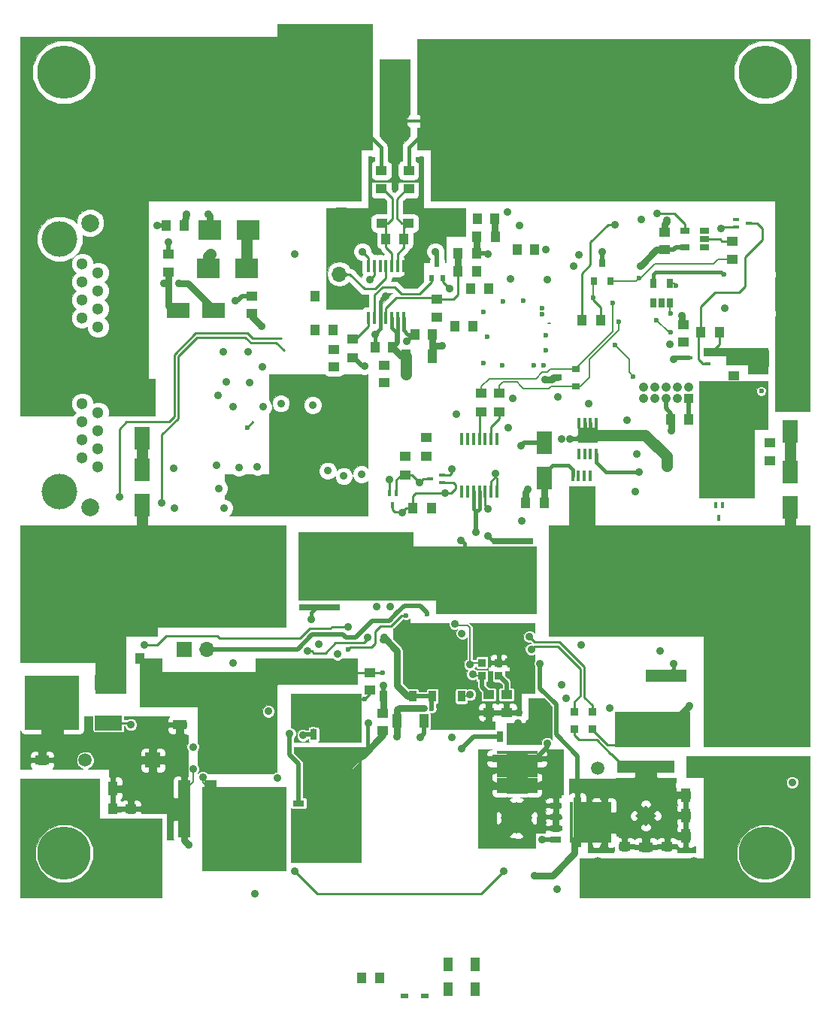
<source format=gtl>
G04 #@! TF.FileFunction,Copper,L1,Top,Signal*
%FSLAX46Y46*%
G04 Gerber Fmt 4.6, Leading zero omitted, Abs format (unit mm)*
G04 Created by KiCad (PCBNEW 4.0.2+e4-6225~38~ubuntu16.10.1-stable) date Mi 04 Jan 2017 00:52:02 CET*
%MOMM*%
G01*
G04 APERTURE LIST*
%ADD10C,0.150000*%
%ADD11R,9.400000X10.800000*%
%ADD12R,4.600000X1.390000*%
%ADD13R,0.910000X1.220000*%
%ADD14R,0.405000X1.300000*%
%ADD15R,2.235000X1.725000*%
%ADD16R,1.000000X1.600000*%
%ADD17R,0.450000X1.450000*%
%ADD18C,6.000000*%
%ADD19R,1.000000X1.250000*%
%ADD20C,2.000000*%
%ADD21R,1.250000X1.000000*%
%ADD22R,6.000000X8.750000*%
%ADD23R,6.000000X9.000000*%
%ADD24R,1.500000X0.400000*%
%ADD25R,1.800860X2.499360*%
%ADD26R,4.600000X0.800000*%
%ADD27R,0.650000X1.060000*%
%ADD28R,1.050000X1.050000*%
%ADD29C,1.050000*%
%ADD30R,1.400000X6.400000*%
%ADD31R,6.400000X1.400000*%
%ADD32R,1.700000X4.560000*%
%ADD33R,1.200000X0.750000*%
%ADD34R,1.300000X0.750000*%
%ADD35R,0.905000X5.700000*%
%ADD36R,0.425000X4.560000*%
%ADD37R,4.560000X1.700000*%
%ADD38R,0.750000X1.200000*%
%ADD39R,0.750000X1.300000*%
%ADD40R,5.700000X0.905000*%
%ADD41R,4.560000X0.425000*%
%ADD42R,1.000000X1.300000*%
%ADD43R,1.300000X1.000000*%
%ADD44R,1.600000X1.000000*%
%ADD45C,3.500000*%
%ADD46R,0.900000X0.900000*%
%ADD47C,1.300000*%
%ADD48C,4.000000*%
%ADD49R,0.711200X0.457200*%
%ADD50R,0.800000X0.400000*%
%ADD51R,3.048000X1.651000*%
%ADD52R,6.096000X6.096000*%
%ADD53R,2.499360X1.800860*%
%ADD54R,2.499360X2.301240*%
%ADD55C,1.500000*%
%ADD56R,0.900000X0.800000*%
%ADD57R,1.700000X1.700000*%
%ADD58R,0.600000X0.800000*%
%ADD59O,1.700000X1.700000*%
%ADD60R,0.800000X0.900000*%
%ADD61R,0.900000X0.600000*%
%ADD62R,1.060000X0.650000*%
%ADD63R,0.400000X0.800000*%
%ADD64C,0.889000*%
%ADD65C,0.600000*%
%ADD66C,0.200000*%
%ADD67C,0.254000*%
%ADD68C,0.400000*%
%ADD69C,0.762000*%
%ADD70C,1.270000*%
%ADD71C,0.508000*%
%ADD72C,0.100000*%
G04 APERTURE END LIST*
D10*
D11*
X82900000Y-76500000D03*
D12*
X73750000Y-79040000D03*
X73750000Y-73960000D03*
D13*
X41965000Y-76300000D03*
X45235000Y-76300000D03*
D14*
X63275000Y-54950000D03*
X63925000Y-54950000D03*
X64575000Y-54950000D03*
X65225000Y-54950000D03*
X65225000Y-51465000D03*
X64575000Y-51465000D03*
X63925000Y-51465000D03*
X63275000Y-51465000D03*
D15*
X64250000Y-53600000D03*
D16*
X46500000Y-79100000D03*
X43500000Y-79100000D03*
D17*
X40300000Y-33700000D03*
X40950000Y-33700000D03*
X41600000Y-33700000D03*
X42250000Y-33700000D03*
X42900000Y-33700000D03*
X43550000Y-33700000D03*
X44200000Y-33700000D03*
X44200000Y-27800000D03*
X43550000Y-27800000D03*
X42900000Y-27800000D03*
X42250000Y-27800000D03*
X41600000Y-27800000D03*
X40950000Y-27800000D03*
X40300000Y-27800000D03*
D18*
X85000000Y-94000000D03*
D19*
X44250000Y-24750000D03*
X42250000Y-24750000D03*
X45500000Y-35500000D03*
X47500000Y-35500000D03*
D18*
X6000000Y-6000000D03*
X85000000Y-6000000D03*
X6000000Y-94000000D03*
D19*
X43000000Y-37000000D03*
X41000000Y-37000000D03*
D20*
X84270000Y-60190000D03*
X81730000Y-60190000D03*
X79190000Y-60190000D03*
X79190000Y-62730000D03*
X79190000Y-65270000D03*
X84270000Y-67810000D03*
X81730000Y-67810000D03*
X79190000Y-67810000D03*
X86810000Y-67810000D03*
X86810000Y-60190000D03*
X86810000Y-62730000D03*
X84270000Y-62730000D03*
X81730000Y-62730000D03*
X86810000Y-65270000D03*
X84270000Y-65270000D03*
X81730000Y-65270000D03*
X84270000Y-11190000D03*
X81730000Y-11190000D03*
X79190000Y-11190000D03*
X79190000Y-13730000D03*
X79190000Y-16270000D03*
X84270000Y-18810000D03*
X81730000Y-18810000D03*
X79190000Y-18810000D03*
X86810000Y-18810000D03*
X86810000Y-11190000D03*
X86810000Y-13730000D03*
X84270000Y-13730000D03*
X81730000Y-13730000D03*
X86810000Y-16270000D03*
X84270000Y-16270000D03*
X81730000Y-16270000D03*
X9270000Y-60190000D03*
X6730000Y-60190000D03*
X4190000Y-60190000D03*
X4190000Y-62730000D03*
X4190000Y-65270000D03*
X9270000Y-67810000D03*
X6730000Y-67810000D03*
X4190000Y-67810000D03*
X11810000Y-67810000D03*
X11810000Y-60190000D03*
X11810000Y-62730000D03*
X9270000Y-62730000D03*
X6730000Y-62730000D03*
X11810000Y-65270000D03*
X9270000Y-65270000D03*
X6730000Y-65270000D03*
X6730000Y-18810000D03*
X9270000Y-18810000D03*
X11810000Y-18810000D03*
X11810000Y-16270000D03*
X11810000Y-13730000D03*
X6730000Y-11190000D03*
X9270000Y-11190000D03*
X11810000Y-11190000D03*
X4190000Y-11190000D03*
X4190000Y-18810000D03*
X4190000Y-16270000D03*
X6730000Y-16270000D03*
X9270000Y-16270000D03*
X4190000Y-13730000D03*
X6730000Y-13730000D03*
X9270000Y-13730000D03*
D21*
X44750000Y-21000000D03*
X44750000Y-23000000D03*
X41750000Y-23000000D03*
X41750000Y-21000000D03*
D22*
X37500000Y-9600000D03*
D23*
X49100000Y-9600000D03*
D21*
X81400000Y-38200000D03*
X81400000Y-40200000D03*
X48000000Y-31600000D03*
X48000000Y-33600000D03*
D19*
X53800000Y-30400000D03*
X51800000Y-30400000D03*
D24*
X45100000Y-11500000D03*
X45900000Y-11500000D03*
D21*
X37250000Y-19750000D03*
X37250000Y-21750000D03*
D19*
X34250000Y-31250000D03*
X36250000Y-31250000D03*
X34250000Y-35000000D03*
X36250000Y-35000000D03*
X59000000Y-26000000D03*
X57000000Y-26000000D03*
D21*
X36400000Y-39200000D03*
X36400000Y-37200000D03*
X42000000Y-41000000D03*
X42000000Y-39000000D03*
D19*
X52000000Y-34600000D03*
X50000000Y-34600000D03*
X54500000Y-22500000D03*
X52500000Y-22500000D03*
D21*
X85500000Y-49750000D03*
X85500000Y-47750000D03*
D25*
X87750000Y-54998980D03*
X87750000Y-51001020D03*
X87750000Y-42501020D03*
X87750000Y-46498980D03*
D26*
X56500000Y-66410000D03*
X56500000Y-65140000D03*
X56500000Y-63870000D03*
X56500000Y-61330000D03*
X56500000Y-60060000D03*
D11*
X65650000Y-62600000D03*
D26*
X56500000Y-58790000D03*
X34800000Y-58690000D03*
X34800000Y-59960000D03*
X34800000Y-61230000D03*
X34800000Y-63770000D03*
X34800000Y-65040000D03*
D11*
X25650000Y-62500000D03*
D26*
X34800000Y-66310000D03*
D27*
X72350000Y-32000000D03*
X73300000Y-32000000D03*
X74250000Y-32000000D03*
X74250000Y-29800000D03*
X72350000Y-29800000D03*
D28*
X76300000Y-42700000D03*
D29*
X75030000Y-42700000D03*
X73760000Y-42700000D03*
X72490000Y-42700000D03*
X71220000Y-42700000D03*
X75030000Y-41430000D03*
X73760000Y-41430000D03*
X72490000Y-41430000D03*
X71220000Y-41430000D03*
X76300000Y-41430000D03*
D19*
X17500000Y-23250000D03*
X19500000Y-23250000D03*
X76300000Y-45100000D03*
X74300000Y-45100000D03*
D30*
X22500000Y-89000000D03*
X19500000Y-89000000D03*
D31*
X35800000Y-74200000D03*
X35800000Y-77200000D03*
X71500000Y-81250000D03*
X71500000Y-84250000D03*
D32*
X26950000Y-90250000D03*
D33*
X32395000Y-92155000D03*
D34*
X32395000Y-90885000D03*
X32395000Y-89615000D03*
X32395000Y-88345000D03*
D32*
X28650000Y-90250000D03*
D35*
X29952500Y-90250000D03*
D36*
X30617500Y-90250000D03*
D37*
X36000000Y-86050000D03*
D38*
X37905000Y-80605000D03*
D39*
X36635000Y-80605000D03*
X35365000Y-80605000D03*
X34095000Y-80605000D03*
D37*
X36000000Y-84350000D03*
D40*
X36000000Y-83047500D03*
D41*
X36000000Y-82382500D03*
D32*
X66800000Y-90500000D03*
D33*
X61355000Y-88595000D03*
D34*
X61355000Y-89865000D03*
X61355000Y-91135000D03*
X61355000Y-92405000D03*
D32*
X65100000Y-90500000D03*
D35*
X63797500Y-90500000D03*
D36*
X63132500Y-90500000D03*
D37*
X57000000Y-86300000D03*
D38*
X58905000Y-80855000D03*
D39*
X57635000Y-80855000D03*
X56365000Y-80855000D03*
X55095000Y-80855000D03*
D37*
X57000000Y-84600000D03*
D40*
X57000000Y-83297500D03*
D41*
X57000000Y-82632500D03*
D42*
X77700000Y-35250000D03*
X79800000Y-35250000D03*
D43*
X38500000Y-38150000D03*
X38500000Y-36050000D03*
X46800000Y-49250000D03*
X46800000Y-47150000D03*
D42*
X47350000Y-55100000D03*
X45250000Y-55100000D03*
D43*
X44800000Y-17050000D03*
X44800000Y-19150000D03*
X41700000Y-19150000D03*
X41700000Y-17050000D03*
D42*
X64300000Y-33950000D03*
X66400000Y-33950000D03*
X52450000Y-26400000D03*
X50350000Y-26400000D03*
X50350000Y-28400000D03*
X52450000Y-28400000D03*
D16*
X11500000Y-86700000D03*
X8500000Y-86700000D03*
D44*
X19000000Y-79500000D03*
X19000000Y-76500000D03*
X71500000Y-93250000D03*
X71500000Y-96250000D03*
D16*
X76000000Y-92000000D03*
X79000000Y-92000000D03*
X76000000Y-87400000D03*
X79000000Y-87400000D03*
X76000000Y-89700000D03*
X79000000Y-89700000D03*
D45*
X56950000Y-90000000D03*
X36050000Y-90000000D03*
D46*
X53050000Y-72500000D03*
X54950000Y-72500000D03*
D47*
X8040000Y-43325000D03*
X8040000Y-49415000D03*
X8040000Y-45355000D03*
X8040000Y-47385000D03*
X9820000Y-44345000D03*
X9820000Y-46375000D03*
X9820000Y-48405000D03*
X9820000Y-50435000D03*
D48*
X5500000Y-24775000D03*
D20*
X8930000Y-55000000D03*
D47*
X9820000Y-34685000D03*
X9820000Y-32655000D03*
X9820000Y-30625000D03*
X9820000Y-28595000D03*
X8040000Y-31635000D03*
X8040000Y-29605000D03*
X8040000Y-33665000D03*
X8040000Y-27575000D03*
D48*
X5500000Y-53225000D03*
D20*
X8930000Y-23000000D03*
D46*
X63500000Y-79950000D03*
X63500000Y-78050000D03*
X65500000Y-79950000D03*
X65500000Y-78050000D03*
D49*
X78416000Y-38860400D03*
X78416000Y-37539600D03*
X76384000Y-38200000D03*
D50*
X81700000Y-23400000D03*
X81700000Y-22600000D03*
X83100000Y-23000000D03*
D51*
X11000000Y-79286000D03*
D52*
X4650000Y-77000000D03*
D51*
X11000000Y-74714000D03*
D25*
X60106244Y-47706298D03*
X60106244Y-51704258D03*
D42*
X57950000Y-54500000D03*
X60050000Y-54500000D03*
D53*
X22798980Y-32850000D03*
X18801020Y-32850000D03*
D43*
X17750000Y-26450000D03*
X17750000Y-28550000D03*
D21*
X27100000Y-33200000D03*
X27100000Y-31200000D03*
D19*
X11500000Y-89000000D03*
X9500000Y-89000000D03*
D21*
X40400000Y-73600000D03*
X40400000Y-75600000D03*
D54*
X22251160Y-28100000D03*
X26548840Y-28100000D03*
X22401160Y-23750000D03*
X26698840Y-23750000D03*
D55*
X76888154Y-84361846D03*
X66111846Y-95138154D03*
X66111846Y-84361846D03*
D10*
G36*
X72702082Y-89750000D02*
X71500000Y-90952082D01*
X70297918Y-89750000D01*
X71500000Y-88547918D01*
X72702082Y-89750000D01*
X72702082Y-89750000D01*
G37*
D55*
X76888154Y-95138154D03*
D19*
X12500000Y-72000000D03*
X14500000Y-72000000D03*
D21*
X13500000Y-89000000D03*
X13500000Y-91000000D03*
X73900000Y-93200000D03*
X73900000Y-95200000D03*
X69100000Y-93200000D03*
X69100000Y-95200000D03*
D16*
X44500000Y-38000000D03*
X47500000Y-38000000D03*
D21*
X41900000Y-80200000D03*
X41900000Y-78200000D03*
D25*
X14750000Y-54748980D03*
X14750000Y-50751020D03*
X14750000Y-43251020D03*
X14750000Y-47248980D03*
D13*
X50735000Y-76300000D03*
X47465000Y-76300000D03*
D14*
X65925000Y-45550000D03*
X65275000Y-45550000D03*
X64625000Y-45550000D03*
X63975000Y-45550000D03*
X63975000Y-49035000D03*
X64625000Y-49035000D03*
X65275000Y-49035000D03*
X65925000Y-49035000D03*
D15*
X64950000Y-46900000D03*
D17*
X54700000Y-47300000D03*
X54050000Y-47300000D03*
X53400000Y-47300000D03*
X52750000Y-47300000D03*
X52100000Y-47300000D03*
X51450000Y-47300000D03*
X50800000Y-47300000D03*
X50800000Y-53200000D03*
X51450000Y-53200000D03*
X52100000Y-53200000D03*
X52750000Y-53200000D03*
X53400000Y-53200000D03*
X54050000Y-53200000D03*
X54700000Y-53200000D03*
D43*
X55000000Y-42150000D03*
X55000000Y-44250000D03*
X53000000Y-42150000D03*
X53000000Y-44250000D03*
D56*
X63600000Y-41350000D03*
X63600000Y-39450000D03*
X61600000Y-40400000D03*
D21*
X55800000Y-78100000D03*
X55800000Y-76100000D03*
X53800000Y-78100000D03*
X53800000Y-76100000D03*
D46*
X54950000Y-74000000D03*
X53050000Y-74000000D03*
D44*
X3500000Y-83500000D03*
X3500000Y-86500000D03*
D55*
X16000000Y-75880000D03*
X16000000Y-91120000D03*
X8380000Y-83500000D03*
D57*
X16000000Y-83500000D03*
D55*
X23620000Y-83500000D03*
D43*
X44400000Y-51350000D03*
X44400000Y-49250000D03*
X81250000Y-25000000D03*
X81250000Y-27100000D03*
D58*
X48650000Y-29200000D03*
X47350000Y-29200000D03*
X48000000Y-27600000D03*
D57*
X19500000Y-71000000D03*
D59*
X22040000Y-71000000D03*
D57*
X37000000Y-26200000D03*
D59*
X37000000Y-28740000D03*
D60*
X65650000Y-29500000D03*
X67550000Y-29500000D03*
X66600000Y-27500000D03*
D16*
X49250000Y-106500000D03*
X52250000Y-106500000D03*
X49250000Y-109250000D03*
X52250000Y-109250000D03*
D21*
X75700000Y-36400000D03*
X75700000Y-34400000D03*
D19*
X39500000Y-108000000D03*
X41500000Y-108000000D03*
D61*
X44357000Y-110050001D03*
X46643000Y-110050001D03*
D21*
X73600000Y-26000000D03*
X73600000Y-24000000D03*
D62*
X78100000Y-25750000D03*
X78100000Y-24800000D03*
X78100000Y-23850000D03*
X75900000Y-23850000D03*
X75900000Y-25750000D03*
D63*
X42600000Y-53400000D03*
X43400000Y-53400000D03*
X43000000Y-54800000D03*
D50*
X48600000Y-51400000D03*
X48600000Y-52200000D03*
X47200000Y-51800000D03*
D63*
X79350000Y-54800000D03*
X80150000Y-54800000D03*
X79750000Y-56200000D03*
D42*
X54550000Y-24500000D03*
X52450000Y-24500000D03*
D64*
X30000000Y-85500000D03*
X29000000Y-78000000D03*
X20500000Y-82000000D03*
D65*
X41900000Y-73600000D03*
D64*
X67400000Y-77600000D03*
X49700000Y-80900000D03*
X43500000Y-80800000D03*
X65000000Y-98000000D03*
X68000000Y-96500000D03*
X69500000Y-96500000D03*
X70500000Y-97500000D03*
X72500000Y-97500000D03*
X73500000Y-96500000D03*
X75000000Y-96500000D03*
X89000000Y-98000000D03*
X79500000Y-96000000D03*
X79500000Y-94000000D03*
X80500000Y-91000000D03*
X80500000Y-89500000D03*
X80500000Y-88000000D03*
X80500000Y-86500000D03*
X89000000Y-89500000D03*
X89000000Y-84000000D03*
X79000000Y-85500000D03*
X14000000Y-95000000D03*
X12500000Y-95000000D03*
X10500000Y-95000000D03*
X10500000Y-92500000D03*
X12500000Y-92500000D03*
X14000000Y-92500000D03*
X2000000Y-88000000D03*
X2000000Y-98000000D03*
X16000000Y-98000000D03*
X25500000Y-84000000D03*
X22500000Y-81500000D03*
X25500000Y-81500000D03*
X21000000Y-76500000D03*
X19500000Y-75000000D03*
X17500000Y-74500000D03*
X15500000Y-73000000D03*
X34500000Y-72500000D03*
X59400000Y-77800000D03*
X59800000Y-79300000D03*
X58400000Y-79300000D03*
X57100000Y-79300000D03*
X9500000Y-90500000D03*
X8000000Y-89000000D03*
X3500000Y-88000000D03*
X7000000Y-87000000D03*
D65*
X46500000Y-77600000D03*
D64*
X32500000Y-72500000D03*
X28500000Y-74000000D03*
X30500000Y-74000000D03*
X30500000Y-72500000D03*
X55900000Y-21700000D03*
X57450000Y-48050000D03*
X13500000Y-79500000D03*
X40400000Y-29400000D03*
X47800000Y-26200000D03*
X53750000Y-26500000D03*
X49400000Y-30400000D03*
X42200000Y-31200000D03*
X48600000Y-36800000D03*
X41000000Y-35500000D03*
D65*
X43250000Y-18250000D03*
X42500000Y-5000000D03*
X44250000Y-5000000D03*
X44250000Y-7000000D03*
X42500000Y-7000000D03*
X42500000Y-8750000D03*
X44250000Y-8750000D03*
X44250000Y-10500000D03*
X42500000Y-10500000D03*
X42500000Y-12500000D03*
X44250000Y-12500000D03*
X43250000Y-15750000D03*
X43250000Y-19250000D03*
X46250000Y-15750000D03*
X40500000Y-15750000D03*
D64*
X39600000Y-26200000D03*
X52400000Y-57800000D03*
X64250000Y-70500000D03*
X62000000Y-75000000D03*
X62500000Y-76500000D03*
X44100000Y-68400000D03*
X45912500Y-70368750D03*
X42700000Y-66200000D03*
X56000000Y-72400000D03*
X57200000Y-78100000D03*
X53600000Y-79300000D03*
X36800000Y-71550000D03*
X34700000Y-70400000D03*
X41200000Y-66200000D03*
X47487500Y-74231250D03*
X47487500Y-72943750D03*
X47487500Y-71656250D03*
X47487500Y-70368750D03*
X45912500Y-71656250D03*
X45912500Y-72943750D03*
X45912500Y-74231250D03*
X58400000Y-69600000D03*
X16500000Y-23250000D03*
X22500000Y-26500000D03*
X23450000Y-52900000D03*
X18350000Y-50600000D03*
X18400000Y-55100000D03*
X27750000Y-50450000D03*
X25700000Y-50550000D03*
X23200000Y-50300000D03*
X23300000Y-42400000D03*
X24250000Y-40900000D03*
X26850000Y-40950000D03*
X25050000Y-43700000D03*
X28400000Y-43700000D03*
X28350000Y-39150000D03*
X28200000Y-34650000D03*
X23900000Y-37450000D03*
X26750000Y-37450000D03*
X34000000Y-43500000D03*
X30400000Y-43300000D03*
X39500000Y-51300000D03*
X37500000Y-51500000D03*
X35700000Y-50900000D03*
X17700000Y-25100000D03*
X32000000Y-26500000D03*
X19750000Y-22000000D03*
X22250000Y-22000000D03*
D65*
X60250000Y-35650000D03*
X60250000Y-37300000D03*
X53250000Y-33000000D03*
X53600000Y-35800000D03*
X53250000Y-38750000D03*
X59850000Y-33250000D03*
X60000000Y-39000000D03*
X58900000Y-39000000D03*
X55350000Y-39000000D03*
X59850000Y-32600000D03*
X57700000Y-31750000D03*
X55400000Y-31800000D03*
X70100000Y-40300000D03*
X68000000Y-36700000D03*
X80300000Y-28800000D03*
D64*
X20100000Y-66300000D03*
X27000000Y-58500000D03*
X27000000Y-59500000D03*
X27000000Y-60500000D03*
X11000000Y-73000000D03*
D65*
X74300000Y-35300000D03*
X72700000Y-33900000D03*
X68450000Y-34100000D03*
X67750000Y-32000000D03*
X74900000Y-30000000D03*
X74300000Y-33200000D03*
X60800000Y-86900000D03*
D64*
X53300000Y-83300000D03*
X60400000Y-81600000D03*
X59800000Y-92400000D03*
X50800000Y-82200000D03*
D65*
X39800000Y-76600000D03*
D64*
X42000000Y-69700000D03*
D65*
X47400000Y-77700000D03*
D64*
X63950000Y-26600000D03*
X12200000Y-53800000D03*
X40200000Y-69700000D03*
X33400000Y-71200000D03*
X63400000Y-27850000D03*
D65*
X38000000Y-71000000D03*
X44500000Y-67200000D03*
D64*
X17000000Y-54500000D03*
D65*
X84500000Y-41900000D03*
D64*
X71200000Y-57800000D03*
X88400000Y-80600000D03*
X61200000Y-68800000D03*
X70000000Y-69000000D03*
X37600000Y-55000000D03*
X30400000Y-49000000D03*
X31800000Y-49000000D03*
X33200000Y-49000000D03*
X34200000Y-48400000D03*
X35900000Y-54100000D03*
X34400000Y-41300000D03*
X73150000Y-71200000D03*
X60400000Y-29400000D03*
X88000000Y-86000000D03*
X27500000Y-98500000D03*
X61500000Y-98000000D03*
X74600000Y-38300000D03*
X70900000Y-27800000D03*
X61600000Y-42600000D03*
X20000000Y-93000000D03*
X31400000Y-80500000D03*
X32900000Y-80700000D03*
X25000000Y-93400000D03*
X21600000Y-85400000D03*
X40250000Y-79300000D03*
X50000000Y-68100000D03*
X51700000Y-72700000D03*
X32000000Y-96000000D03*
X55500000Y-96000000D03*
X38000000Y-68500000D03*
X15000000Y-70500000D03*
D65*
X46900000Y-67000000D03*
D64*
X58600000Y-71000000D03*
X44500000Y-40000000D03*
X83500000Y-39500000D03*
X85000000Y-37500000D03*
X83500000Y-38000000D03*
X17200000Y-29800000D03*
X25300000Y-31700000D03*
X74600000Y-72600000D03*
X59000000Y-96500000D03*
X59600000Y-72600000D03*
X50800000Y-69200000D03*
X76400000Y-77400000D03*
X18900000Y-29800000D03*
X41950000Y-75050000D03*
X51700000Y-76100000D03*
X70750000Y-51000000D03*
X53750000Y-55150000D03*
X5300000Y-80500000D03*
X4800000Y-75100000D03*
X46100000Y-80900000D03*
X20500000Y-84500000D03*
X52000000Y-73800000D03*
X36700000Y-62500000D03*
X50700000Y-58700000D03*
X46000000Y-52200000D03*
X54600000Y-51200000D03*
X62000000Y-47300000D03*
X57500000Y-56500000D03*
X73850000Y-50350000D03*
X25000000Y-72500000D03*
X68450000Y-46850000D03*
X62950000Y-47275000D03*
X60200000Y-40600000D03*
X73900000Y-22700000D03*
X71000000Y-22600000D03*
X49700000Y-50700000D03*
X24000000Y-55100000D03*
X42600000Y-51900000D03*
X80000000Y-23600000D03*
X60250000Y-26000000D03*
X57250000Y-23250000D03*
X56000000Y-46000000D03*
X50150000Y-44550000D03*
X65100000Y-43300000D03*
X69400000Y-45200000D03*
X80400000Y-32600000D03*
X75600000Y-33400000D03*
X58250000Y-53000000D03*
X56500000Y-42750000D03*
X56250000Y-29250000D03*
D65*
X82250000Y-48750000D03*
X82500000Y-46000000D03*
D64*
X74400000Y-46400000D03*
X74200000Y-36600000D03*
X70300000Y-53200000D03*
X70500000Y-49000000D03*
X66600000Y-26200000D03*
D65*
X80998844Y-44089029D03*
X81823844Y-44089029D03*
X81823844Y-43376529D03*
X80998844Y-43376529D03*
X80998844Y-42664029D03*
X81823844Y-42664029D03*
X81823844Y-41951529D03*
X80998844Y-41951529D03*
D64*
X53750000Y-58250000D03*
X33800000Y-67600000D03*
D65*
X65550000Y-31400000D03*
D64*
X68000000Y-23150000D03*
X48900000Y-53400000D03*
X44100000Y-55600000D03*
D65*
X70700000Y-29200000D03*
D64*
X39800000Y-39100000D03*
X44600000Y-36300000D03*
D65*
X26600000Y-46050000D03*
D64*
X72800000Y-21900000D03*
D66*
X60500000Y-34250000D02*
X60750000Y-34250000D01*
D67*
X43550000Y-27800000D02*
X43550000Y-26450000D01*
X44250000Y-25750000D02*
X44250000Y-24750000D01*
X43550000Y-26450000D02*
X44250000Y-25750000D01*
X43454002Y-20750000D02*
X43454002Y-20295998D01*
X43454002Y-20295998D02*
X44600000Y-19150000D01*
X44600000Y-19150000D02*
X44800000Y-19150000D01*
X44800000Y-19150000D02*
X44350000Y-19150000D01*
X43454002Y-20750000D02*
X43454002Y-22454002D01*
X43454002Y-22454002D02*
X44000000Y-23000000D01*
X44000000Y-23000000D02*
X44750000Y-23000000D01*
X44250000Y-24750000D02*
X44250000Y-23500000D01*
X44250000Y-23500000D02*
X44750000Y-23000000D01*
X44800000Y-23000000D02*
X44500000Y-23000000D01*
X42900000Y-27800000D02*
X42900000Y-26400000D01*
X42250000Y-25750000D02*
X42250000Y-24750000D01*
X42900000Y-26400000D02*
X42250000Y-25750000D01*
X43000000Y-20250000D02*
X41900000Y-19150000D01*
X43000000Y-21000000D02*
X43000000Y-20250000D01*
X41750000Y-23000000D02*
X42500000Y-23000000D01*
X43000000Y-22500000D02*
X43000000Y-21000000D01*
X42500000Y-23000000D02*
X43000000Y-22500000D01*
X42250000Y-24750000D02*
X42250000Y-23500000D01*
X42250000Y-23500000D02*
X41750000Y-23000000D01*
D68*
X44800000Y-17050000D02*
X44800000Y-14450000D01*
X44800000Y-14450000D02*
X49100000Y-10150000D01*
X49100000Y-10150000D02*
X49100000Y-9600000D01*
D67*
X40400000Y-73600000D02*
X36400000Y-73600000D01*
D66*
X36400000Y-73600000D02*
X35800000Y-74200000D01*
D67*
X41900000Y-73600000D02*
X40400000Y-73600000D01*
D69*
X14500000Y-72000000D02*
X15500000Y-73000000D01*
D70*
X14750000Y-43251020D02*
X14750000Y-19500000D01*
X14060000Y-18810000D02*
X11810000Y-18810000D01*
X14750000Y-19500000D02*
X14060000Y-18810000D01*
D68*
X41700000Y-17050000D02*
X41700000Y-14450000D01*
X41700000Y-14450000D02*
X37500000Y-10250000D01*
X37500000Y-10250000D02*
X37500000Y-9600000D01*
D66*
X40144900Y-11055000D02*
X37435000Y-11055000D01*
D67*
X38705000Y-9785000D02*
X37435000Y-11055000D01*
D69*
X43500000Y-79100000D02*
X43500000Y-80800000D01*
X43500000Y-79100000D02*
X43500000Y-77800000D01*
X43700000Y-77600000D02*
X46500000Y-77600000D01*
X43500000Y-77800000D02*
X43700000Y-77600000D01*
D67*
X79000000Y-87400000D02*
X79000000Y-85000000D01*
X66500000Y-98000000D02*
X65000000Y-98000000D01*
X68000000Y-96500000D02*
X66500000Y-98000000D01*
X70500000Y-97500000D02*
X69500000Y-96500000D01*
X73500000Y-96500000D02*
X72500000Y-97500000D01*
X76500000Y-97000000D02*
X75000000Y-96500000D01*
X77500000Y-98000000D02*
X76500000Y-97000000D01*
X89000000Y-98000000D02*
X77500000Y-98000000D01*
X79500000Y-94000000D02*
X79500000Y-96000000D01*
X80500000Y-89500000D02*
X80500000Y-91000000D01*
X80500000Y-86500000D02*
X80500000Y-88000000D01*
X89000000Y-84000000D02*
X89000000Y-89500000D01*
X79000000Y-85000000D02*
X79000000Y-85500000D01*
X12500000Y-95000000D02*
X14000000Y-95000000D01*
X10500000Y-92500000D02*
X10500000Y-95000000D01*
X14000000Y-92500000D02*
X12500000Y-92500000D01*
X16000000Y-91120000D02*
X16000000Y-98000000D01*
X2000000Y-98000000D02*
X2000000Y-88000000D01*
X25500000Y-81500000D02*
X22500000Y-81500000D01*
X21000000Y-76500000D02*
X21000000Y-76500000D01*
X19500000Y-75000000D02*
X21000000Y-76500000D01*
X17000000Y-74500000D02*
X17500000Y-74500000D01*
X15500000Y-73000000D02*
X17000000Y-74500000D01*
X35800000Y-74200000D02*
X35800000Y-73800000D01*
X35800000Y-73800000D02*
X34500000Y-72500000D01*
D68*
X56365000Y-80855000D02*
X56365000Y-80035000D01*
X58400000Y-79300000D02*
X59800000Y-79300000D01*
X56365000Y-80035000D02*
X57100000Y-79300000D01*
D67*
X34700000Y-73700000D02*
X37900000Y-73700000D01*
X37900000Y-73700000D02*
X38700000Y-74500000D01*
D69*
X9500000Y-89000000D02*
X9500000Y-90500000D01*
X8500000Y-83620000D02*
X8380000Y-83500000D01*
X9500000Y-89000000D02*
X8000000Y-89000000D01*
X3500000Y-86500000D02*
X3500000Y-88000000D01*
X7250000Y-86750000D02*
X8500000Y-86750000D01*
X7000000Y-87000000D02*
X7250000Y-86750000D01*
D67*
X30500000Y-74000000D02*
X28500000Y-74000000D01*
X32500000Y-72500000D02*
X30500000Y-72500000D01*
D69*
X54500000Y-22500000D02*
X54500000Y-24450000D01*
X54500000Y-24450000D02*
X54550000Y-24500000D01*
D71*
X57793702Y-47706298D02*
X60106244Y-47706298D01*
X57450000Y-48050000D02*
X57793702Y-47706298D01*
D67*
X13286000Y-79286000D02*
X11000000Y-79286000D01*
X13500000Y-79500000D02*
X13286000Y-79286000D01*
D69*
X50350000Y-28400000D02*
X50350000Y-26400000D01*
D67*
X48000000Y-31600000D02*
X49800000Y-31600000D01*
X50350000Y-31050000D02*
X50350000Y-28400000D01*
X49800000Y-31600000D02*
X50350000Y-31050000D01*
X47800000Y-31400000D02*
X46000000Y-31400000D01*
X42250000Y-32550000D02*
X43400000Y-31400000D01*
X43400000Y-31400000D02*
X46000000Y-31400000D01*
X42250000Y-32550000D02*
X42250000Y-33700000D01*
X47800000Y-31400000D02*
X48000000Y-31600000D01*
X40950000Y-28850000D02*
X40400000Y-29400000D01*
X40950000Y-28850000D02*
X40950000Y-27800000D01*
X47350000Y-29200000D02*
X47350000Y-29650000D01*
X40950000Y-31092056D02*
X41842056Y-30200000D01*
X41842056Y-30200000D02*
X43200000Y-30200000D01*
X43200000Y-30200000D02*
X43945998Y-30945998D01*
X43945998Y-30945998D02*
X45600000Y-30945998D01*
X40950000Y-31092056D02*
X40950000Y-33700000D01*
X46054002Y-30945998D02*
X45600000Y-30945998D01*
X47350000Y-29650000D02*
X46054002Y-30945998D01*
D71*
X48000000Y-27600000D02*
X48000000Y-26400000D01*
X48000000Y-26400000D02*
X47800000Y-26200000D01*
D69*
X52450000Y-26400000D02*
X52450000Y-24500000D01*
D71*
X52450000Y-26400000D02*
X53650000Y-26400000D01*
X53650000Y-26400000D02*
X53750000Y-26500000D01*
D67*
X48650000Y-29200000D02*
X48650000Y-29650000D01*
X48650000Y-29650000D02*
X49400000Y-30400000D01*
D68*
X41600000Y-33700000D02*
X41600000Y-31800000D01*
X41600000Y-31800000D02*
X42200000Y-31200000D01*
D69*
X47500000Y-36800000D02*
X48600000Y-36800000D01*
X47500000Y-38000000D02*
X47500000Y-36800000D01*
X47500000Y-36800000D02*
X47500000Y-36750000D01*
X47500000Y-36750000D02*
X47500000Y-35500000D01*
D68*
X41000000Y-37000000D02*
X41000000Y-35500000D01*
X41600000Y-34900000D02*
X41000000Y-35500000D01*
X41600000Y-34900000D02*
X41600000Y-33700000D01*
D67*
X43250000Y-18250000D02*
X43250000Y-19250000D01*
X44250000Y-7000000D02*
X44250000Y-5000000D01*
X42500000Y-8750000D02*
X42500000Y-7000000D01*
X44250000Y-10500000D02*
X44250000Y-8750000D01*
X42500000Y-12500000D02*
X42500000Y-10500000D01*
X43500000Y-13250000D02*
X44250000Y-12500000D01*
X43500000Y-15500000D02*
X43500000Y-13250000D01*
X43250000Y-15750000D02*
X43500000Y-15500000D01*
X40500000Y-18250000D02*
X40500000Y-15750000D01*
X46000000Y-16000000D02*
X46000000Y-18250000D01*
X46250000Y-15750000D02*
X46000000Y-16000000D01*
X43250000Y-18250000D02*
X46000000Y-18250000D01*
X45750000Y-21000000D02*
X44750000Y-21000000D01*
X46000000Y-18250000D02*
X46000000Y-20750000D01*
X46000000Y-20750000D02*
X45750000Y-21000000D01*
X40500000Y-18250000D02*
X43250000Y-18250000D01*
X40500000Y-18500000D02*
X40500000Y-18250000D01*
X40500000Y-20250000D02*
X40500000Y-18500000D01*
X41250000Y-21000000D02*
X40500000Y-20250000D01*
X41750000Y-21000000D02*
X41250000Y-21000000D01*
X40300000Y-26900000D02*
X39600000Y-26200000D01*
X40300000Y-26900000D02*
X40300000Y-27800000D01*
X40300000Y-33700000D02*
X40300000Y-34600000D01*
X40300000Y-34600000D02*
X38850000Y-36050000D01*
X38850000Y-36050000D02*
X38500000Y-36050000D01*
X40300000Y-33700000D02*
X40300000Y-34150000D01*
D71*
X52400000Y-55500000D02*
X52400000Y-57500000D01*
D68*
X52400000Y-57800000D02*
X52400000Y-57500000D01*
X52750000Y-53200000D02*
X52750000Y-55150000D01*
X52750000Y-55150000D02*
X52400000Y-55500000D01*
X52100000Y-55200000D02*
X52400000Y-55500000D01*
D67*
X52100000Y-55200000D02*
X52400000Y-55500000D01*
D68*
X52750000Y-55150000D02*
X52400000Y-55500000D01*
D71*
X54950000Y-72500000D02*
X55900000Y-72500000D01*
X55900000Y-72500000D02*
X56000000Y-72400000D01*
X53800000Y-78100000D02*
X53800000Y-78900000D01*
X53800000Y-78900000D02*
X53600000Y-79300000D01*
X55800000Y-78100000D02*
X57200000Y-78100000D01*
D67*
X64600000Y-73400000D02*
X64600000Y-73000000D01*
X65500000Y-77300000D02*
X64600000Y-76400000D01*
X64600000Y-76400000D02*
X64600000Y-73400000D01*
X65500000Y-78050000D02*
X65500000Y-77300000D01*
X59000000Y-70200000D02*
X58400000Y-69600000D01*
X61800000Y-70200000D02*
X59000000Y-70200000D01*
X64600000Y-73000000D02*
X61800000Y-70200000D01*
D71*
X17500000Y-23250000D02*
X16500000Y-23250000D01*
D70*
X22251160Y-26748840D02*
X22251160Y-28100000D01*
X22251160Y-26748840D02*
X22500000Y-26500000D01*
D69*
X27100000Y-33200000D02*
X27100000Y-33550000D01*
X27100000Y-33550000D02*
X28200000Y-34650000D01*
D71*
X17750000Y-26450000D02*
X17750000Y-25150000D01*
X17750000Y-25150000D02*
X17700000Y-25100000D01*
D69*
X22401160Y-23750000D02*
X22401160Y-22151160D01*
X19750000Y-22000000D02*
X19500000Y-23000000D01*
X22401160Y-22151160D02*
X22250000Y-22000000D01*
X19500000Y-23000000D02*
X19500000Y-23250000D01*
D66*
X70100000Y-40300000D02*
X69600000Y-39800000D01*
X69600000Y-39800000D02*
X69600000Y-38300000D01*
X69600000Y-38300000D02*
X68000000Y-36700000D01*
D68*
X72350000Y-28750000D02*
X72350000Y-29800000D01*
X72600000Y-28500000D02*
X72350000Y-28750000D01*
X80000000Y-28500000D02*
X72600000Y-28500000D01*
X80300000Y-28800000D02*
X80000000Y-28500000D01*
D69*
X27000000Y-58500000D02*
X25650000Y-59850000D01*
X25650000Y-59850000D02*
X25650000Y-62500000D01*
X27000000Y-59500000D02*
X25650000Y-60850000D01*
X25650000Y-60850000D02*
X25650000Y-62500000D01*
D68*
X27000000Y-60500000D02*
X25650000Y-61850000D01*
X25650000Y-61850000D02*
X25650000Y-62500000D01*
D70*
X14750000Y-54748980D02*
X14750000Y-61750000D01*
X13770000Y-62730000D02*
X11810000Y-62730000D01*
X14750000Y-61750000D02*
X13770000Y-62730000D01*
D66*
X74100000Y-35300000D02*
X74300000Y-35300000D01*
X72700000Y-33900000D02*
X74100000Y-35300000D01*
X63600000Y-41350000D02*
X64150000Y-41350000D01*
X68450000Y-35065688D02*
X68450000Y-34100000D01*
X65157844Y-38357844D02*
X68450000Y-35065688D01*
X65157844Y-40342156D02*
X65157844Y-38357844D01*
X64150000Y-41350000D02*
X65157844Y-40342156D01*
X63600000Y-41350000D02*
X60850000Y-41350000D01*
X57700000Y-41600000D02*
X57400000Y-41300000D01*
X60600000Y-41600000D02*
X57700000Y-41600000D01*
X60850000Y-41350000D02*
X60600000Y-41600000D01*
X55400000Y-40900000D02*
X57000000Y-40900000D01*
X55000000Y-41300000D02*
X55400000Y-40900000D01*
X55000000Y-42150000D02*
X55000000Y-41300000D01*
X57000000Y-40900000D02*
X57400000Y-41300000D01*
X67750000Y-32000000D02*
X67750000Y-35200000D01*
X67750000Y-35200000D02*
X63600000Y-39350000D01*
X63600000Y-39350000D02*
X63600000Y-39450000D01*
X63600000Y-39450000D02*
X60750000Y-39450000D01*
X56900000Y-40499998D02*
X53900002Y-40499998D01*
X53900002Y-40499998D02*
X53000000Y-41400000D01*
X53000000Y-41400000D02*
X53000000Y-42150000D01*
X60750000Y-39450000D02*
X60400000Y-39800000D01*
X60400000Y-39800000D02*
X59800000Y-39800000D01*
X59800000Y-39800000D02*
X59100002Y-40499998D01*
X59100002Y-40499998D02*
X56900000Y-40499998D01*
X74250000Y-29800000D02*
X74700000Y-29800000D01*
X74700000Y-29800000D02*
X74900000Y-30000000D01*
X74250000Y-33150000D02*
X74250000Y-32000000D01*
X74300000Y-33200000D02*
X74250000Y-33150000D01*
X57000000Y-83297500D02*
X53302500Y-83297500D01*
X53300000Y-83300000D02*
X53302500Y-83297500D01*
D71*
X57000000Y-83297500D02*
X59102500Y-83297500D01*
X59102500Y-83297500D02*
X60400000Y-82000000D01*
X60400000Y-82000000D02*
X60400000Y-81600000D01*
X57002500Y-83300000D02*
X57000000Y-83297500D01*
X59805000Y-92405000D02*
X61355000Y-92405000D01*
D66*
X59800000Y-92400000D02*
X59805000Y-92405000D01*
D71*
X55095000Y-80855000D02*
X52145000Y-80855000D01*
X52145000Y-80855000D02*
X50800000Y-82200000D01*
X54940000Y-80700000D02*
X55095000Y-80855000D01*
D67*
X39800000Y-76600000D02*
X36400000Y-76600000D01*
D66*
X36400000Y-76600000D02*
X35800000Y-77200000D01*
D67*
X39800000Y-76600000D02*
X40400000Y-76000000D01*
D66*
X40400000Y-76000000D02*
X40400000Y-75600000D01*
D67*
X36000000Y-77000000D02*
X35800000Y-77200000D01*
X37905000Y-80605000D02*
X37905000Y-79305000D01*
X37905000Y-79305000D02*
X35800000Y-77200000D01*
X36635000Y-80605000D02*
X36635000Y-78035000D01*
X36635000Y-78035000D02*
X35800000Y-77200000D01*
X35365000Y-80605000D02*
X35365000Y-77635000D01*
X35365000Y-77635000D02*
X35800000Y-77200000D01*
X34700000Y-76700000D02*
X37700000Y-76700000D01*
D69*
X43500000Y-71200000D02*
X43500000Y-75100000D01*
X43800000Y-75400000D02*
X44700000Y-76300000D01*
X45235000Y-76300000D02*
X44700000Y-76300000D01*
X43500000Y-71200000D02*
X42000000Y-69700000D01*
X43500000Y-75100000D02*
X43800000Y-75400000D01*
D67*
X41950000Y-69750000D02*
X41950000Y-69950000D01*
D69*
X41900000Y-69900000D02*
X41950000Y-69950000D01*
D67*
X42000000Y-69700000D02*
X41950000Y-69750000D01*
X41800000Y-69800000D02*
X41900000Y-69800000D01*
D71*
X45235000Y-76300000D02*
X47465000Y-76300000D01*
X47400000Y-77700000D02*
X47400000Y-76365000D01*
X47400000Y-76365000D02*
X47465000Y-76300000D01*
D66*
X47465000Y-77635000D02*
X47465000Y-76300000D01*
X47400000Y-77700000D02*
X47465000Y-77635000D01*
X47465000Y-75865000D02*
X47465000Y-76400000D01*
D67*
X12200000Y-49600000D02*
X12200000Y-53800000D01*
X15600000Y-45400000D02*
X17800000Y-45400000D01*
X27200000Y-36000000D02*
X30400000Y-36000000D01*
X26600000Y-35400000D02*
X27200000Y-36000000D01*
X20800000Y-35400000D02*
X26600000Y-35400000D01*
X18400000Y-37800000D02*
X20800000Y-35400000D01*
X18400000Y-44800000D02*
X18400000Y-37800000D01*
X17800000Y-45400000D02*
X18400000Y-44800000D01*
X13000000Y-45400000D02*
X15600000Y-45400000D01*
X15600000Y-45400000D02*
X16000000Y-45400000D01*
X12200000Y-46200000D02*
X13000000Y-45400000D01*
X12200000Y-49600000D02*
X12200000Y-46200000D01*
X35400000Y-71400000D02*
X34100000Y-71400000D01*
X36518998Y-70281002D02*
X35400000Y-71400000D01*
X39740658Y-70281002D02*
X38600000Y-70281002D01*
X40110830Y-69910830D02*
X39740658Y-70281002D01*
X38600000Y-70281002D02*
X36518998Y-70281002D01*
X40200000Y-69700000D02*
X40110830Y-69789170D01*
X40110830Y-69789170D02*
X40110830Y-69910830D01*
X33900000Y-71200000D02*
X33400000Y-71200000D01*
X34100000Y-71400000D02*
X33900000Y-71200000D01*
X29000000Y-36454002D02*
X29854002Y-36454002D01*
X17000000Y-50500000D02*
X17000000Y-46842056D01*
X17000000Y-46842056D02*
X18854002Y-44988054D01*
X18854002Y-44988054D02*
X18854002Y-37988054D01*
X18854002Y-37988054D02*
X20988054Y-35854002D01*
X20988054Y-35854002D02*
X26411946Y-35854002D01*
X26411946Y-35854002D02*
X27011946Y-36454002D01*
X27011946Y-36454002D02*
X29000000Y-36454002D01*
X38264996Y-70735004D02*
X38000000Y-71000000D01*
X44500000Y-67200000D02*
X44021660Y-67200000D01*
X41618998Y-68381002D02*
X41000000Y-69000000D01*
X42840658Y-68381002D02*
X41618998Y-68381002D01*
X44021660Y-67200000D02*
X42840658Y-68381002D01*
X40564996Y-70735004D02*
X38400000Y-70735004D01*
X41000000Y-69000000D02*
X41000000Y-70300000D01*
X41000000Y-70300000D02*
X40564996Y-70735004D01*
X38400000Y-70735004D02*
X38264996Y-70735004D01*
X17000000Y-50500000D02*
X17000000Y-54500000D01*
X29854002Y-36454002D02*
X30750000Y-37350000D01*
D68*
X71200000Y-57800000D02*
X66400000Y-62600000D01*
X65650000Y-62600000D02*
X66400000Y-62600000D01*
X82900000Y-76500000D02*
X87300000Y-76500000D01*
X87300000Y-76500000D02*
X87600000Y-76800000D01*
X87600000Y-76800000D02*
X87600000Y-79800000D01*
X87600000Y-79800000D02*
X88400000Y-80600000D01*
X82900000Y-76500000D02*
X87500000Y-76500000D01*
X61200000Y-68800000D02*
X65650000Y-64350000D01*
X65650000Y-64350000D02*
X65650000Y-62600000D01*
D70*
X65650000Y-62600000D02*
X65000000Y-62600000D01*
X65000000Y-62600000D02*
X61500000Y-59100000D01*
D68*
X82900000Y-76500000D02*
X82900000Y-71300000D01*
X82900000Y-71300000D02*
X84270000Y-69930000D01*
X84270000Y-69930000D02*
X84270000Y-67810000D01*
D69*
X65650000Y-62600000D02*
X65650000Y-62650000D01*
X65650000Y-62650000D02*
X70000000Y-67000000D01*
X70000000Y-67000000D02*
X70000000Y-69000000D01*
D68*
X65650000Y-65850000D02*
X65650000Y-62600000D01*
D70*
X86810000Y-60190000D02*
X86810000Y-58440000D01*
X87750000Y-57500000D02*
X87750000Y-54998980D01*
X86810000Y-58440000D02*
X87750000Y-57500000D01*
X87750000Y-51001020D02*
X87750000Y-46498980D01*
X26548840Y-28100000D02*
X26548840Y-23900000D01*
X26548840Y-23900000D02*
X26698840Y-23750000D01*
D68*
X31800000Y-49000000D02*
X30400000Y-49000000D01*
X33600000Y-49000000D02*
X33200000Y-49000000D01*
X34200000Y-48400000D02*
X33600000Y-49000000D01*
D69*
X73600000Y-26000000D02*
X72700000Y-26000000D01*
X72700000Y-26000000D02*
X70900000Y-27800000D01*
D71*
X75900000Y-25750000D02*
X74850000Y-25750000D01*
X74600000Y-26000000D02*
X73600000Y-26000000D01*
X74850000Y-25750000D02*
X74600000Y-26000000D01*
X75500000Y-38200000D02*
X74700000Y-38200000D01*
X74700000Y-38200000D02*
X74600000Y-38300000D01*
X76384000Y-38200000D02*
X75500000Y-38200000D01*
X75500000Y-38200000D02*
X75100000Y-38200000D01*
X76300000Y-45100000D02*
X76300000Y-42700000D01*
D69*
X20000000Y-93000000D02*
X19500000Y-92500000D01*
D71*
X32395000Y-88345000D02*
X32395000Y-83895000D01*
X32395000Y-83895000D02*
X31400000Y-82900000D01*
X31400000Y-82900000D02*
X31400000Y-80500000D01*
D67*
X32395000Y-83895000D02*
X31400000Y-82900000D01*
X31400000Y-82900000D02*
X31400000Y-80500000D01*
D66*
X32905000Y-88345000D02*
X32395000Y-88345000D01*
D71*
X34095000Y-80605000D02*
X32995000Y-80605000D01*
D67*
X32900000Y-80700000D02*
X32995000Y-80605000D01*
X34095000Y-80095000D02*
X34000000Y-80000000D01*
D68*
X28650000Y-90250000D02*
X26350000Y-90250000D01*
X26350000Y-90250000D02*
X25000000Y-91600000D01*
X25000000Y-91600000D02*
X25000000Y-93400000D01*
D66*
X21600000Y-86000000D02*
X22500000Y-86900000D01*
X21600000Y-85400000D02*
X21600000Y-86000000D01*
X22500000Y-86900000D02*
X22500000Y-89000000D01*
X22500000Y-87900000D02*
X22500000Y-91000000D01*
X22500000Y-88200000D02*
X22500000Y-91000000D01*
D68*
X40200000Y-79350000D02*
X40200000Y-82400000D01*
X40250000Y-79300000D02*
X40200000Y-79350000D01*
X40200000Y-82400000D02*
X39552500Y-83047500D01*
D67*
X36000000Y-83047500D02*
X39552500Y-83047500D01*
X36000000Y-84350000D02*
X36000000Y-83047500D01*
D69*
X41900000Y-80200000D02*
X41900000Y-80700000D01*
X41900000Y-80700000D02*
X39552500Y-83047500D01*
D66*
X53050000Y-72500000D02*
X51900000Y-72500000D01*
X51900000Y-72500000D02*
X51700000Y-72700000D01*
X51700000Y-68600000D02*
X51700000Y-72700000D01*
X50000000Y-68100000D02*
X50200000Y-68300000D01*
X50200000Y-68300000D02*
X51400000Y-68300000D01*
X51400000Y-68300000D02*
X51700000Y-68600000D01*
D67*
X18500000Y-69500000D02*
X17500000Y-69500000D01*
X16500000Y-70500000D02*
X15000000Y-70500000D01*
X17500000Y-69500000D02*
X16500000Y-70500000D01*
X55500000Y-96000000D02*
X53000000Y-98500000D01*
X34500000Y-98500000D02*
X32000000Y-96000000D01*
X53000000Y-98500000D02*
X34500000Y-98500000D01*
X38000000Y-68500000D02*
X36145998Y-68500000D01*
X36145998Y-68500000D02*
X36000000Y-68645998D01*
X36000000Y-68645998D02*
X33629104Y-68645998D01*
X33629104Y-68645998D02*
X32529104Y-69745998D01*
X32529104Y-69745998D02*
X23500000Y-69745998D01*
X23500000Y-69745998D02*
X23254002Y-69500000D01*
X23254002Y-69500000D02*
X18500000Y-69500000D01*
D71*
X46900000Y-67000000D02*
X46900000Y-66900000D01*
X44300000Y-66100000D02*
X43500000Y-66900000D01*
X46100000Y-66100000D02*
X44300000Y-66100000D01*
X46900000Y-66900000D02*
X46100000Y-66100000D01*
X38400000Y-69700000D02*
X38800000Y-69700000D01*
X36600000Y-69354000D02*
X37354000Y-69354000D01*
X37354000Y-69354000D02*
X37700000Y-69700000D01*
X37700000Y-69700000D02*
X38400000Y-69700000D01*
X32276368Y-71000000D02*
X22040000Y-71000000D01*
X33922368Y-69354000D02*
X32276368Y-71000000D01*
X36600000Y-69354000D02*
X33922368Y-69354000D01*
X43500000Y-66900000D02*
X42600000Y-67800000D01*
X42600000Y-67800000D02*
X41400000Y-67800000D01*
X38800000Y-69700000D02*
X40700000Y-67800000D01*
X40700000Y-67800000D02*
X41400000Y-67800000D01*
D68*
X22040000Y-71000000D02*
X22200000Y-71000000D01*
D67*
X63500000Y-78050000D02*
X63500000Y-76900000D01*
X58945998Y-70654002D02*
X58600000Y-71000000D01*
X61611946Y-70654002D02*
X58945998Y-70654002D01*
X64145998Y-73188054D02*
X61611946Y-70654002D01*
X64145998Y-76254002D02*
X64145998Y-73188054D01*
X63500000Y-76900000D02*
X64145998Y-76254002D01*
D70*
X44500000Y-38000000D02*
X44500000Y-40000000D01*
D69*
X44500000Y-38000000D02*
X44000000Y-38000000D01*
X44000000Y-38000000D02*
X43000000Y-37000000D01*
D71*
X43550000Y-35150000D02*
X43550000Y-36450000D01*
X43550000Y-36450000D02*
X43000000Y-37000000D01*
D68*
X43550000Y-33700000D02*
X43550000Y-35150000D01*
X43550000Y-35150000D02*
X43400000Y-35300000D01*
X42900000Y-33700000D02*
X42900000Y-34800000D01*
X43400000Y-35300000D02*
X43400000Y-36600000D01*
X42900000Y-34800000D02*
X43400000Y-35300000D01*
X43400000Y-36600000D02*
X43000000Y-37000000D01*
D71*
X44000000Y-38000000D02*
X43000000Y-37000000D01*
X43200000Y-36800000D02*
X43000000Y-37000000D01*
D67*
X79800000Y-35250000D02*
X79800000Y-36600000D01*
X78860400Y-37539600D02*
X78416000Y-37539600D01*
X79800000Y-36600000D02*
X78860400Y-37539600D01*
D69*
X83500000Y-39500000D02*
X83500000Y-38000000D01*
X85000000Y-37500000D02*
X85000000Y-39000000D01*
D67*
X77700000Y-35250000D02*
X77700000Y-32400000D01*
X84000000Y-23000000D02*
X83100000Y-23000000D01*
X84600000Y-23600000D02*
X84000000Y-23000000D01*
X84600000Y-24900000D02*
X84600000Y-23600000D01*
X82700000Y-26800000D02*
X84600000Y-24900000D01*
X82700000Y-30100000D02*
X82700000Y-26800000D01*
X82000000Y-30800000D02*
X82700000Y-30100000D01*
X79300000Y-30800000D02*
X82000000Y-30800000D01*
X77700000Y-32400000D02*
X79300000Y-30800000D01*
X78416000Y-38860400D02*
X77960400Y-38860400D01*
X77400000Y-38300000D02*
X77400000Y-35550000D01*
X77960400Y-38860400D02*
X77400000Y-38300000D01*
X77400000Y-35550000D02*
X77700000Y-35250000D01*
X42250000Y-27800000D02*
X42250000Y-29150000D01*
X38140000Y-28740000D02*
X37000000Y-28740000D01*
X39800000Y-30400000D02*
X38140000Y-28740000D01*
X41000000Y-30400000D02*
X39800000Y-30400000D01*
X42250000Y-29150000D02*
X41000000Y-30400000D01*
D68*
X37740000Y-28740000D02*
X37000000Y-28740000D01*
D67*
X37740000Y-28740000D02*
X37000000Y-28740000D01*
D68*
X63275000Y-51465000D02*
X63275000Y-50775000D01*
X61000000Y-50250000D02*
X60106244Y-51143756D01*
X62750000Y-50250000D02*
X61000000Y-50250000D01*
X63275000Y-50775000D02*
X62750000Y-50250000D01*
X60106244Y-51143756D02*
X60106244Y-51704258D01*
D69*
X60050000Y-54500000D02*
X60050000Y-51760502D01*
X60050000Y-51760502D02*
X60106244Y-51704258D01*
D71*
X59900000Y-51910502D02*
X60106244Y-51704258D01*
D67*
X17250000Y-29750000D02*
X17750000Y-29750000D01*
X17200000Y-29800000D02*
X17250000Y-29750000D01*
D69*
X17750000Y-29750000D02*
X17750000Y-28550000D01*
D70*
X18801020Y-32850000D02*
X18250000Y-32850000D01*
D69*
X18250000Y-32850000D02*
X17750000Y-32350000D01*
X17750000Y-32350000D02*
X17750000Y-29750000D01*
D71*
X25300000Y-31700000D02*
X25500000Y-31700000D01*
X25500000Y-31700000D02*
X26000000Y-31200000D01*
X26000000Y-31200000D02*
X27100000Y-31200000D01*
D68*
X26000000Y-31200000D02*
X27100000Y-31200000D01*
X74600000Y-73200000D02*
X73840000Y-73960000D01*
X74600000Y-72600000D02*
X74600000Y-73200000D01*
X73840000Y-73960000D02*
X73750000Y-73960000D01*
D67*
X73750000Y-73750000D02*
X73750000Y-73960000D01*
D69*
X61000000Y-96500000D02*
X59000000Y-96500000D01*
X63500000Y-94000000D02*
X61000000Y-96500000D01*
X63500000Y-94000000D02*
X63500000Y-92500000D01*
X65100000Y-90500000D02*
X65100000Y-90900000D01*
X65100000Y-90900000D02*
X63500000Y-92500000D01*
D71*
X59600000Y-72600000D02*
X59600000Y-75400000D01*
X59600000Y-75400000D02*
X61400000Y-77200000D01*
X61400000Y-77200000D02*
X61400000Y-80600000D01*
X61400000Y-80600000D02*
X63797500Y-82997500D01*
X63797500Y-82997500D02*
X63797500Y-90500000D01*
D67*
X71500000Y-84250000D02*
X69050000Y-84250000D01*
X69050000Y-84250000D02*
X67600000Y-82800000D01*
X63500000Y-80700000D02*
X63500000Y-79950000D01*
X64000000Y-81200000D02*
X63500000Y-80700000D01*
X65957944Y-81200000D02*
X64000000Y-81200000D01*
X67557944Y-82800000D02*
X65957944Y-81200000D01*
X67600000Y-82800000D02*
X67557944Y-82800000D01*
X71500000Y-84250000D02*
X68750000Y-84250000D01*
D69*
X76400000Y-77400000D02*
X74760000Y-79040000D01*
D68*
X74760000Y-79040000D02*
X73750000Y-79040000D01*
D67*
X74560000Y-79040000D02*
X73750000Y-79040000D01*
X65500000Y-79950000D02*
X65500000Y-80100000D01*
X65500000Y-80100000D02*
X67200000Y-81800000D01*
X67200000Y-81800000D02*
X70950000Y-81800000D01*
X70950000Y-81800000D02*
X71500000Y-81250000D01*
X69250000Y-81250000D02*
X71500000Y-81250000D01*
D69*
X22798980Y-32850000D02*
X22798980Y-32698980D01*
X22798980Y-32698980D02*
X19900000Y-29800000D01*
X19900000Y-29800000D02*
X18900000Y-29800000D01*
D71*
X41965000Y-75065000D02*
X41965000Y-76300000D01*
D66*
X41950000Y-75050000D02*
X41965000Y-75065000D01*
D69*
X41965000Y-76400000D02*
X41965000Y-78135000D01*
D71*
X41965000Y-78135000D02*
X41900000Y-78200000D01*
D66*
X51500000Y-76300000D02*
X50735000Y-76300000D01*
X51700000Y-76100000D02*
X51500000Y-76300000D01*
D70*
X14750000Y-50751020D02*
X14750000Y-47248980D01*
D68*
X65925000Y-49035000D02*
X65925000Y-49925000D01*
X67000000Y-51000000D02*
X70750000Y-51000000D01*
X65925000Y-49925000D02*
X67000000Y-51000000D01*
D67*
X53750000Y-55150000D02*
X53400000Y-54800000D01*
X53400000Y-54800000D02*
X53400000Y-53200000D01*
X54050000Y-47300000D02*
X54050000Y-45950000D01*
X55000000Y-45000000D02*
X55000000Y-44250000D01*
X54050000Y-45950000D02*
X55000000Y-45000000D01*
X52750000Y-47300000D02*
X52750000Y-44500000D01*
X52750000Y-44500000D02*
X53000000Y-44250000D01*
D71*
X4650000Y-79850000D02*
X5300000Y-80500000D01*
D68*
X4800000Y-75100000D02*
X4650000Y-75250000D01*
X4650000Y-75250000D02*
X4650000Y-77000000D01*
D71*
X4650000Y-77000000D02*
X4650000Y-79850000D01*
D69*
X19500000Y-92500000D02*
X19500000Y-89000000D01*
D71*
X46500000Y-80500000D02*
X46500000Y-79100000D01*
X46100000Y-80900000D02*
X46500000Y-80500000D01*
D66*
X20500000Y-84500000D02*
X20500000Y-85900000D01*
X20500000Y-85900000D02*
X19500000Y-86900000D01*
X19500000Y-86900000D02*
X19500000Y-89000000D01*
X20000000Y-88500000D02*
X19500000Y-89000000D01*
X20100000Y-86800000D02*
X20100000Y-90400000D01*
X20100000Y-90400000D02*
X19500000Y-91000000D01*
D71*
X54950000Y-74000000D02*
X55000000Y-74000000D01*
X55000000Y-74000000D02*
X55800000Y-74800000D01*
X55800000Y-74800000D02*
X55800000Y-76100000D01*
D66*
X53050000Y-74000000D02*
X52200000Y-74000000D01*
X52200000Y-74000000D02*
X52000000Y-73800000D01*
D71*
X53800000Y-76100000D02*
X53800000Y-76000000D01*
X53800000Y-76000000D02*
X53050000Y-75250000D01*
X53050000Y-75250000D02*
X53050000Y-74000000D01*
D68*
X52630000Y-61330000D02*
X56500000Y-61330000D01*
X51100000Y-59800000D02*
X52630000Y-61330000D01*
X51100000Y-59100000D02*
X51100000Y-59800000D01*
X50700000Y-58700000D02*
X51100000Y-59100000D01*
D67*
X47200000Y-51800000D02*
X46400000Y-51800000D01*
X46400000Y-51800000D02*
X46000000Y-52200000D01*
X44400000Y-51350000D02*
X43950000Y-51350000D01*
X43950000Y-51350000D02*
X43400000Y-51900000D01*
X43400000Y-51900000D02*
X43400000Y-53400000D01*
X45150000Y-51350000D02*
X44400000Y-51350000D01*
X46000000Y-52200000D02*
X45150000Y-51350000D01*
X54700000Y-53200000D02*
X54700000Y-51750000D01*
X54600000Y-51650000D02*
X54600000Y-51200000D01*
X54700000Y-51750000D02*
X54600000Y-51650000D01*
X54050000Y-53200000D02*
X54050000Y-52100000D01*
X54600000Y-51550000D02*
X54600000Y-51200000D01*
X54050000Y-52100000D02*
X54600000Y-51550000D01*
D69*
X62000000Y-47300000D02*
X62025000Y-47275000D01*
D70*
X68450000Y-46850000D02*
X71450000Y-46850000D01*
X71450000Y-46850000D02*
X73850000Y-49250000D01*
X73850000Y-49250000D02*
X73850000Y-50350000D01*
X64950000Y-46900000D02*
X68400000Y-46900000D01*
X68400000Y-46900000D02*
X68450000Y-46850000D01*
D68*
X65275000Y-45550000D02*
X65275000Y-46575000D01*
X65275000Y-46575000D02*
X64950000Y-46900000D01*
X64625000Y-45550000D02*
X64625000Y-46575000D01*
X64625000Y-46575000D02*
X64950000Y-46900000D01*
D67*
X68450000Y-46850000D02*
X68400000Y-46900000D01*
D71*
X64950000Y-46900000D02*
X64200000Y-46900000D01*
X64200000Y-46900000D02*
X63825000Y-47275000D01*
X63825000Y-47275000D02*
X62950000Y-47275000D01*
D67*
X78100000Y-24800000D02*
X79850000Y-24800000D01*
X80050000Y-25000000D02*
X81250000Y-25000000D01*
X79850000Y-24800000D02*
X80050000Y-25000000D01*
D69*
X60200000Y-40600000D02*
X60900000Y-40600000D01*
X61100000Y-40400000D02*
X61600000Y-40400000D01*
X60900000Y-40600000D02*
X61100000Y-40400000D01*
D68*
X52100000Y-53200000D02*
X52100000Y-55200000D01*
D69*
X73900000Y-22700000D02*
X73900000Y-22800000D01*
X73600000Y-23100000D02*
X73600000Y-24000000D01*
X73900000Y-22800000D02*
X73600000Y-23100000D01*
D67*
X49400000Y-51400000D02*
X49700000Y-51100000D01*
X49700000Y-51100000D02*
X49700000Y-50700000D01*
X49400000Y-51400000D02*
X48600000Y-51400000D01*
X42600000Y-53400000D02*
X42600000Y-51900000D01*
X81700000Y-23400000D02*
X80200000Y-23400000D01*
X80200000Y-23400000D02*
X80000000Y-23600000D01*
D69*
X75600000Y-34300000D02*
X75600000Y-33400000D01*
X75600000Y-34300000D02*
X75700000Y-34400000D01*
X57950000Y-54500000D02*
X57950000Y-53300000D01*
X57950000Y-53300000D02*
X58250000Y-53000000D01*
D68*
X82250000Y-46250000D02*
X82250000Y-48750000D01*
X82500000Y-46000000D02*
X82250000Y-46250000D01*
D69*
X74400000Y-45200000D02*
X74400000Y-46400000D01*
X74400000Y-45200000D02*
X74300000Y-45100000D01*
D71*
X66600000Y-27500000D02*
X66600000Y-26200000D01*
X74300000Y-45100000D02*
X74300000Y-44400000D01*
X73760000Y-43860000D02*
X73760000Y-42700000D01*
X74300000Y-44400000D02*
X73760000Y-43860000D01*
D68*
X81000000Y-44000000D02*
X81000000Y-44087873D01*
X81000000Y-44087873D02*
X80998844Y-44089029D01*
X81750000Y-44000000D02*
X81750000Y-44015185D01*
X81750000Y-44015185D02*
X81823844Y-44089029D01*
X81750000Y-43500000D02*
X81750000Y-43450373D01*
X81750000Y-43450373D02*
X81823844Y-43376529D01*
X81000000Y-43500000D02*
X81000000Y-43377685D01*
X81000000Y-43377685D02*
X80998844Y-43376529D01*
X81000000Y-42665185D02*
X81000000Y-42750000D01*
X80998844Y-42664029D02*
X81000000Y-42665185D01*
X81750000Y-42750000D02*
X81750000Y-42737873D01*
X81750000Y-42737873D02*
X81823844Y-42664029D01*
X81750000Y-42000000D02*
X81775373Y-42000000D01*
X81775373Y-42000000D02*
X81823844Y-41951529D01*
X81000000Y-42000000D02*
X81000000Y-41952685D01*
X81000000Y-41952685D02*
X80998844Y-41951529D01*
X53750000Y-58250000D02*
X54290000Y-58790000D01*
X54290000Y-58790000D02*
X56500000Y-58790000D01*
X57210000Y-58790000D02*
X56500000Y-58790000D01*
X33800000Y-66900000D02*
X34390000Y-66310000D01*
X33800000Y-67600000D02*
X33800000Y-66900000D01*
X34390000Y-66310000D02*
X34800000Y-66310000D01*
D67*
X65550000Y-31400000D02*
X65550000Y-31650000D01*
X66400000Y-32500000D02*
X66400000Y-33950000D01*
X65550000Y-31650000D02*
X66400000Y-32500000D01*
D66*
X65550000Y-31400000D02*
X65550000Y-29600000D01*
X65550000Y-29600000D02*
X65650000Y-29500000D01*
D67*
X64300000Y-33950000D02*
X64300000Y-28650000D01*
X67250000Y-23150000D02*
X68000000Y-23150000D01*
X65250000Y-25150000D02*
X67250000Y-23150000D01*
X65250000Y-27700000D02*
X65250000Y-25150000D01*
X64300000Y-28650000D02*
X65250000Y-27700000D01*
X45250000Y-55100000D02*
X45250000Y-53750000D01*
X45250000Y-53750000D02*
X45600000Y-53400000D01*
X45600000Y-53400000D02*
X48900000Y-53400000D01*
X49800000Y-52200000D02*
X48600000Y-52200000D01*
X48900000Y-53400000D02*
X49600000Y-53400000D01*
X49600000Y-53400000D02*
X50100000Y-52900000D01*
X50100000Y-52900000D02*
X50100000Y-52500000D01*
X50100000Y-52500000D02*
X49800000Y-52200000D01*
X44100000Y-55600000D02*
X44100000Y-55500000D01*
X45250000Y-55100000D02*
X44500000Y-55100000D01*
X44500000Y-55100000D02*
X44100000Y-55500000D01*
X43000000Y-55300000D02*
X43000000Y-54800000D01*
X44100000Y-55500000D02*
X43200000Y-55500000D01*
X43200000Y-55500000D02*
X43000000Y-55300000D01*
D66*
X70700000Y-29200000D02*
X70900000Y-29200000D01*
X79600000Y-27100000D02*
X81250000Y-27100000D01*
X79150000Y-27550000D02*
X79600000Y-27100000D01*
X72550000Y-27550000D02*
X79150000Y-27550000D01*
X70900000Y-29200000D02*
X72550000Y-27550000D01*
X70400000Y-29500000D02*
X67550000Y-29500000D01*
X70700000Y-29200000D02*
X70400000Y-29500000D01*
X81000000Y-27350000D02*
X81250000Y-27100000D01*
D71*
X38500000Y-38150000D02*
X38650000Y-38150000D01*
X38650000Y-38150000D02*
X39600000Y-39100000D01*
X39600000Y-39100000D02*
X39800000Y-39100000D01*
X45500000Y-35500000D02*
X45400000Y-35500000D01*
X45400000Y-35500000D02*
X44600000Y-36300000D01*
D68*
X44200000Y-33700000D02*
X44200000Y-35000000D01*
X44700000Y-35500000D02*
X45500000Y-35500000D01*
X44200000Y-35000000D02*
X44700000Y-35500000D01*
D67*
X26600000Y-46050000D02*
X27250000Y-45400000D01*
X75900000Y-23100000D02*
X74700000Y-21900000D01*
X74700000Y-21900000D02*
X72800000Y-21900000D01*
X75900000Y-23100000D02*
X75900000Y-23850000D01*
D72*
G36*
X89950000Y-44200000D02*
X86050000Y-44200000D01*
X86050000Y-33657432D01*
X86156505Y-33400939D01*
X86156855Y-33000099D01*
X86050000Y-32741491D01*
X86050000Y-29258152D01*
X86156505Y-29001659D01*
X86156855Y-28600819D01*
X86050000Y-28342211D01*
X86050000Y-20500000D01*
X86046061Y-20480547D01*
X86034864Y-20464160D01*
X86018173Y-20453419D01*
X86000000Y-20450000D01*
X47300000Y-20450000D01*
X47300000Y-14750000D01*
X47296061Y-14730547D01*
X47284864Y-14714160D01*
X47268173Y-14703419D01*
X47250000Y-14700000D01*
X45800000Y-14700000D01*
X45800000Y-12268931D01*
X45850000Y-12268931D01*
X46056782Y-12230022D01*
X46246699Y-12107814D01*
X46374107Y-11921346D01*
X46418931Y-11700000D01*
X46418931Y-11300000D01*
X46380022Y-11093218D01*
X46257814Y-10903301D01*
X46071346Y-10775893D01*
X45850000Y-10731069D01*
X45800000Y-10731069D01*
X45800000Y-6704625D01*
X81441384Y-6704625D01*
X81981916Y-8012812D01*
X82981924Y-9014567D01*
X84289165Y-9557381D01*
X85704625Y-9558616D01*
X87012812Y-9018084D01*
X88014567Y-8018076D01*
X88557381Y-6710835D01*
X88558616Y-5295375D01*
X88018084Y-3987188D01*
X87018076Y-2985433D01*
X85710835Y-2442619D01*
X84295375Y-2441384D01*
X82987188Y-2981916D01*
X81985433Y-3981924D01*
X81442619Y-5289165D01*
X81441384Y-6704625D01*
X45800000Y-6704625D01*
X45800000Y-2300000D01*
X89950000Y-2300000D01*
X89950000Y-44200000D01*
X89950000Y-44200000D01*
G37*
X89950000Y-44200000D02*
X86050000Y-44200000D01*
X86050000Y-33657432D01*
X86156505Y-33400939D01*
X86156855Y-33000099D01*
X86050000Y-32741491D01*
X86050000Y-29258152D01*
X86156505Y-29001659D01*
X86156855Y-28600819D01*
X86050000Y-28342211D01*
X86050000Y-20500000D01*
X86046061Y-20480547D01*
X86034864Y-20464160D01*
X86018173Y-20453419D01*
X86000000Y-20450000D01*
X47300000Y-20450000D01*
X47300000Y-14750000D01*
X47296061Y-14730547D01*
X47284864Y-14714160D01*
X47268173Y-14703419D01*
X47250000Y-14700000D01*
X45800000Y-14700000D01*
X45800000Y-12268931D01*
X45850000Y-12268931D01*
X46056782Y-12230022D01*
X46246699Y-12107814D01*
X46374107Y-11921346D01*
X46418931Y-11700000D01*
X46418931Y-11300000D01*
X46380022Y-11093218D01*
X46257814Y-10903301D01*
X46071346Y-10775893D01*
X45850000Y-10731069D01*
X45800000Y-10731069D01*
X45800000Y-6704625D01*
X81441384Y-6704625D01*
X81981916Y-8012812D01*
X82981924Y-9014567D01*
X84289165Y-9557381D01*
X85704625Y-9558616D01*
X87012812Y-9018084D01*
X88014567Y-8018076D01*
X88557381Y-6710835D01*
X88558616Y-5295375D01*
X88018084Y-3987188D01*
X87018076Y-2985433D01*
X85710835Y-2442619D01*
X84295375Y-2441384D01*
X82987188Y-2981916D01*
X81985433Y-3981924D01*
X81442619Y-5289165D01*
X81441384Y-6704625D01*
X45800000Y-6704625D01*
X45800000Y-2300000D01*
X89950000Y-2300000D01*
X89950000Y-44200000D01*
G36*
X40700000Y-14700000D02*
X39500000Y-14700000D01*
X39480547Y-14703939D01*
X39464160Y-14715136D01*
X39453419Y-14731827D01*
X39450000Y-14750000D01*
X39450000Y-20450000D01*
X15500000Y-20450000D01*
X15480547Y-20453939D01*
X15464160Y-20465136D01*
X15453419Y-20481827D01*
X15450000Y-20500000D01*
X15450000Y-40500000D01*
X15453939Y-40519453D01*
X15465136Y-40535840D01*
X15481827Y-40546581D01*
X15500000Y-40550000D01*
X16200000Y-40550000D01*
X16200000Y-44700000D01*
X10980594Y-44700000D01*
X11027790Y-44586340D01*
X11028209Y-44105768D01*
X10844690Y-43661617D01*
X10505170Y-43321505D01*
X10061340Y-43137210D01*
X9580768Y-43136791D01*
X9248045Y-43274269D01*
X9248209Y-43085768D01*
X9064690Y-42641617D01*
X8725170Y-42301505D01*
X8281340Y-42117210D01*
X7800768Y-42116791D01*
X7356617Y-42300310D01*
X7016505Y-42639830D01*
X6832210Y-43083660D01*
X6831791Y-43564232D01*
X7015310Y-44008383D01*
X7346629Y-44340280D01*
X7016505Y-44669830D01*
X7003977Y-44700000D01*
X1050000Y-44700000D01*
X1050000Y-27814232D01*
X6831791Y-27814232D01*
X7015310Y-28258383D01*
X7346629Y-28590280D01*
X7016505Y-28919830D01*
X6832210Y-29363660D01*
X6831791Y-29844232D01*
X7015310Y-30288383D01*
X7346629Y-30620280D01*
X7016505Y-30949830D01*
X6832210Y-31393660D01*
X6831791Y-31874232D01*
X7015310Y-32318383D01*
X7346629Y-32650280D01*
X7016505Y-32979830D01*
X6832210Y-33423660D01*
X6831791Y-33904232D01*
X7015310Y-34348383D01*
X7354830Y-34688495D01*
X7798660Y-34872790D01*
X8279232Y-34873209D01*
X8611955Y-34735731D01*
X8611791Y-34924232D01*
X8795310Y-35368383D01*
X9134830Y-35708495D01*
X9578660Y-35892790D01*
X10059232Y-35893209D01*
X10503383Y-35709690D01*
X10843495Y-35370170D01*
X11027790Y-34926340D01*
X11028209Y-34445768D01*
X10844690Y-34001617D01*
X10513371Y-33669720D01*
X10843495Y-33340170D01*
X11027790Y-32896340D01*
X11028209Y-32415768D01*
X10844690Y-31971617D01*
X10513371Y-31639720D01*
X10843495Y-31310170D01*
X11027790Y-30866340D01*
X11028209Y-30385768D01*
X10844690Y-29941617D01*
X10513371Y-29609720D01*
X10843495Y-29280170D01*
X11027790Y-28836340D01*
X11028209Y-28355768D01*
X10844690Y-27911617D01*
X10505170Y-27571505D01*
X10061340Y-27387210D01*
X9580768Y-27386791D01*
X9248045Y-27524269D01*
X9248209Y-27335768D01*
X9064690Y-26891617D01*
X8725170Y-26551505D01*
X8281340Y-26367210D01*
X7800768Y-26366791D01*
X7356617Y-26550310D01*
X7016505Y-26889830D01*
X6832210Y-27333660D01*
X6831791Y-27814232D01*
X1050000Y-27814232D01*
X1050000Y-25281585D01*
X2941557Y-25281585D01*
X3330169Y-26222098D01*
X4049118Y-26942302D01*
X4988950Y-27332555D01*
X6006585Y-27333443D01*
X6947098Y-26944831D01*
X7667302Y-26225882D01*
X8057555Y-25286050D01*
X8058394Y-24325055D01*
X8618735Y-24557729D01*
X9238546Y-24558270D01*
X9811383Y-24321578D01*
X10250038Y-23883688D01*
X10487729Y-23311265D01*
X10488270Y-22691454D01*
X10251578Y-22118617D01*
X9813688Y-21679962D01*
X9241265Y-21442271D01*
X8621454Y-21441730D01*
X8048617Y-21678422D01*
X7609962Y-22116312D01*
X7372271Y-22688735D01*
X7371974Y-23029525D01*
X6950882Y-22607698D01*
X6011050Y-22217445D01*
X4993415Y-22216557D01*
X4052902Y-22605169D01*
X3332698Y-23324118D01*
X2942445Y-24263950D01*
X2941557Y-25281585D01*
X1050000Y-25281585D01*
X1050000Y-6704625D01*
X2441384Y-6704625D01*
X2981916Y-8012812D01*
X3981924Y-9014567D01*
X5289165Y-9557381D01*
X6704625Y-9558616D01*
X8012812Y-9018084D01*
X9014567Y-8018076D01*
X9557381Y-6710835D01*
X9558616Y-5295375D01*
X9018084Y-3987188D01*
X8018076Y-2985433D01*
X6710835Y-2442619D01*
X5295375Y-2441384D01*
X3987188Y-2981916D01*
X2985433Y-3981924D01*
X2442619Y-5289165D01*
X2441384Y-6704625D01*
X1050000Y-6704625D01*
X1050000Y-2050000D01*
X30000000Y-2050000D01*
X30019453Y-2046061D01*
X30035840Y-2034864D01*
X30046581Y-2018173D01*
X30050000Y-2000000D01*
X30050000Y-608000D01*
X40700000Y-608000D01*
X40700000Y-14700000D01*
X40700000Y-14700000D01*
G37*
X40700000Y-14700000D02*
X39500000Y-14700000D01*
X39480547Y-14703939D01*
X39464160Y-14715136D01*
X39453419Y-14731827D01*
X39450000Y-14750000D01*
X39450000Y-20450000D01*
X15500000Y-20450000D01*
X15480547Y-20453939D01*
X15464160Y-20465136D01*
X15453419Y-20481827D01*
X15450000Y-20500000D01*
X15450000Y-40500000D01*
X15453939Y-40519453D01*
X15465136Y-40535840D01*
X15481827Y-40546581D01*
X15500000Y-40550000D01*
X16200000Y-40550000D01*
X16200000Y-44700000D01*
X10980594Y-44700000D01*
X11027790Y-44586340D01*
X11028209Y-44105768D01*
X10844690Y-43661617D01*
X10505170Y-43321505D01*
X10061340Y-43137210D01*
X9580768Y-43136791D01*
X9248045Y-43274269D01*
X9248209Y-43085768D01*
X9064690Y-42641617D01*
X8725170Y-42301505D01*
X8281340Y-42117210D01*
X7800768Y-42116791D01*
X7356617Y-42300310D01*
X7016505Y-42639830D01*
X6832210Y-43083660D01*
X6831791Y-43564232D01*
X7015310Y-44008383D01*
X7346629Y-44340280D01*
X7016505Y-44669830D01*
X7003977Y-44700000D01*
X1050000Y-44700000D01*
X1050000Y-27814232D01*
X6831791Y-27814232D01*
X7015310Y-28258383D01*
X7346629Y-28590280D01*
X7016505Y-28919830D01*
X6832210Y-29363660D01*
X6831791Y-29844232D01*
X7015310Y-30288383D01*
X7346629Y-30620280D01*
X7016505Y-30949830D01*
X6832210Y-31393660D01*
X6831791Y-31874232D01*
X7015310Y-32318383D01*
X7346629Y-32650280D01*
X7016505Y-32979830D01*
X6832210Y-33423660D01*
X6831791Y-33904232D01*
X7015310Y-34348383D01*
X7354830Y-34688495D01*
X7798660Y-34872790D01*
X8279232Y-34873209D01*
X8611955Y-34735731D01*
X8611791Y-34924232D01*
X8795310Y-35368383D01*
X9134830Y-35708495D01*
X9578660Y-35892790D01*
X10059232Y-35893209D01*
X10503383Y-35709690D01*
X10843495Y-35370170D01*
X11027790Y-34926340D01*
X11028209Y-34445768D01*
X10844690Y-34001617D01*
X10513371Y-33669720D01*
X10843495Y-33340170D01*
X11027790Y-32896340D01*
X11028209Y-32415768D01*
X10844690Y-31971617D01*
X10513371Y-31639720D01*
X10843495Y-31310170D01*
X11027790Y-30866340D01*
X11028209Y-30385768D01*
X10844690Y-29941617D01*
X10513371Y-29609720D01*
X10843495Y-29280170D01*
X11027790Y-28836340D01*
X11028209Y-28355768D01*
X10844690Y-27911617D01*
X10505170Y-27571505D01*
X10061340Y-27387210D01*
X9580768Y-27386791D01*
X9248045Y-27524269D01*
X9248209Y-27335768D01*
X9064690Y-26891617D01*
X8725170Y-26551505D01*
X8281340Y-26367210D01*
X7800768Y-26366791D01*
X7356617Y-26550310D01*
X7016505Y-26889830D01*
X6832210Y-27333660D01*
X6831791Y-27814232D01*
X1050000Y-27814232D01*
X1050000Y-25281585D01*
X2941557Y-25281585D01*
X3330169Y-26222098D01*
X4049118Y-26942302D01*
X4988950Y-27332555D01*
X6006585Y-27333443D01*
X6947098Y-26944831D01*
X7667302Y-26225882D01*
X8057555Y-25286050D01*
X8058394Y-24325055D01*
X8618735Y-24557729D01*
X9238546Y-24558270D01*
X9811383Y-24321578D01*
X10250038Y-23883688D01*
X10487729Y-23311265D01*
X10488270Y-22691454D01*
X10251578Y-22118617D01*
X9813688Y-21679962D01*
X9241265Y-21442271D01*
X8621454Y-21441730D01*
X8048617Y-21678422D01*
X7609962Y-22116312D01*
X7372271Y-22688735D01*
X7371974Y-23029525D01*
X6950882Y-22607698D01*
X6011050Y-22217445D01*
X4993415Y-22216557D01*
X4052902Y-22605169D01*
X3332698Y-23324118D01*
X2942445Y-24263950D01*
X2941557Y-25281585D01*
X1050000Y-25281585D01*
X1050000Y-6704625D01*
X2441384Y-6704625D01*
X2981916Y-8012812D01*
X3981924Y-9014567D01*
X5289165Y-9557381D01*
X6704625Y-9558616D01*
X8012812Y-9018084D01*
X9014567Y-8018076D01*
X9557381Y-6710835D01*
X9558616Y-5295375D01*
X9018084Y-3987188D01*
X8018076Y-2985433D01*
X6710835Y-2442619D01*
X5295375Y-2441384D01*
X3987188Y-2981916D01*
X2985433Y-3981924D01*
X2442619Y-5289165D01*
X2441384Y-6704625D01*
X1050000Y-6704625D01*
X1050000Y-2050000D01*
X30000000Y-2050000D01*
X30019453Y-2046061D01*
X30035840Y-2034864D01*
X30046581Y-2018173D01*
X30050000Y-2000000D01*
X30050000Y-608000D01*
X40700000Y-608000D01*
X40700000Y-14700000D01*
G36*
X5850000Y-75800000D02*
X5870000Y-75800000D01*
X5870000Y-78200000D01*
X5850000Y-78200000D01*
X5850000Y-80466500D01*
X5989500Y-80606000D01*
X7808993Y-80606000D01*
X8014082Y-80521049D01*
X8171050Y-80364082D01*
X8256000Y-80158993D01*
X8256000Y-78550000D01*
X9221103Y-78550000D01*
X9221103Y-80111500D01*
X9238535Y-80204144D01*
X9293288Y-80289232D01*
X9376831Y-80346315D01*
X9476000Y-80366397D01*
X12524000Y-80366397D01*
X12616644Y-80348965D01*
X12701732Y-80294212D01*
X12758815Y-80210669D01*
X12778897Y-80111500D01*
X12778897Y-79663000D01*
X12815900Y-79663000D01*
X12910888Y-79892889D01*
X13106084Y-80088425D01*
X13361249Y-80194379D01*
X13637539Y-80194620D01*
X13892889Y-80089112D01*
X14088425Y-79893916D01*
X14090258Y-79889500D01*
X17642000Y-79889500D01*
X17642000Y-80110993D01*
X17726950Y-80316082D01*
X17883918Y-80473049D01*
X18089007Y-80558000D01*
X18460500Y-80558000D01*
X18600000Y-80418500D01*
X18600000Y-79750000D01*
X17781500Y-79750000D01*
X17642000Y-79889500D01*
X14090258Y-79889500D01*
X14194379Y-79638751D01*
X14194620Y-79362461D01*
X14089112Y-79107111D01*
X13893916Y-78911575D01*
X13638751Y-78805621D01*
X13362461Y-78805380D01*
X13111680Y-78909000D01*
X12778897Y-78909000D01*
X12778897Y-78550000D01*
X17799998Y-78550000D01*
X17799998Y-78610871D01*
X17726950Y-78683918D01*
X17642000Y-78889007D01*
X17642000Y-79110500D01*
X17781500Y-79250000D01*
X18600000Y-79250000D01*
X18600000Y-79000000D01*
X19400000Y-79000000D01*
X19400000Y-79250000D01*
X19800000Y-79250000D01*
X19800000Y-79750000D01*
X19400000Y-79750000D01*
X19400000Y-80418500D01*
X19539500Y-80558000D01*
X19800000Y-80558000D01*
X19800000Y-80700002D01*
X19950000Y-80700002D01*
X19950000Y-81567726D01*
X19911575Y-81606084D01*
X19805621Y-81861249D01*
X19805380Y-82137539D01*
X19910888Y-82392889D01*
X19950000Y-82432069D01*
X19950000Y-85281500D01*
X19850000Y-85381500D01*
X19850000Y-87800000D01*
X19950000Y-87800000D01*
X19950000Y-90200000D01*
X19850000Y-90200000D01*
X19850000Y-90220000D01*
X19150000Y-90220000D01*
X19150000Y-90200000D01*
X18381500Y-90200000D01*
X18361500Y-90220000D01*
X18299998Y-90220000D01*
X18299998Y-90281502D01*
X18242000Y-90339500D01*
X18242000Y-92310993D01*
X18299579Y-92450000D01*
X17550000Y-92450000D01*
X17550000Y-89500000D01*
X17546061Y-89480547D01*
X17534864Y-89464160D01*
X17518173Y-89453419D01*
X17500000Y-89450000D01*
X14683000Y-89450000D01*
X14683000Y-89389500D01*
X14543500Y-89250000D01*
X13812500Y-89250000D01*
X13812500Y-89450000D01*
X13187500Y-89450000D01*
X13187500Y-89250000D01*
X12456500Y-89250000D01*
X12394000Y-89312500D01*
X11750000Y-89312500D01*
X11750000Y-89450000D01*
X11250000Y-89450000D01*
X11250000Y-89312500D01*
X11050000Y-89312500D01*
X11050000Y-88687500D01*
X11250000Y-88687500D01*
X11250000Y-87956500D01*
X11231000Y-87937500D01*
X11250000Y-87918500D01*
X11250000Y-87100000D01*
X11750000Y-87100000D01*
X11750000Y-87918500D01*
X11769000Y-87937500D01*
X11750000Y-87956500D01*
X11750000Y-88687500D01*
X12394000Y-88687500D01*
X12456500Y-88750000D01*
X13187500Y-88750000D01*
X13187500Y-88081500D01*
X13812500Y-88081500D01*
X13812500Y-88750000D01*
X14543500Y-88750000D01*
X14683000Y-88610500D01*
X14683000Y-88389007D01*
X14598050Y-88183918D01*
X14441082Y-88026951D01*
X14235993Y-87942000D01*
X13952000Y-87942000D01*
X13812500Y-88081500D01*
X13187500Y-88081500D01*
X13048000Y-87942000D01*
X12764007Y-87942000D01*
X12558918Y-88026951D01*
X12488836Y-88097032D01*
X12473049Y-88058918D01*
X12351632Y-87937500D01*
X12473049Y-87816082D01*
X12558000Y-87610993D01*
X12558000Y-87239500D01*
X12418500Y-87100000D01*
X11750000Y-87100000D01*
X11250000Y-87100000D01*
X11050000Y-87100000D01*
X11050000Y-86300000D01*
X11250000Y-86300000D01*
X11250000Y-85481500D01*
X11750000Y-85481500D01*
X11750000Y-86300000D01*
X12418500Y-86300000D01*
X12558000Y-86160500D01*
X12558000Y-85789007D01*
X12516579Y-85689007D01*
X18242000Y-85689007D01*
X18242000Y-87660500D01*
X18381500Y-87800000D01*
X19150000Y-87800000D01*
X19150000Y-85381500D01*
X19010500Y-85242000D01*
X18689007Y-85242000D01*
X18483918Y-85326950D01*
X18326951Y-85483918D01*
X18242000Y-85689007D01*
X12516579Y-85689007D01*
X12473049Y-85583918D01*
X12316082Y-85426950D01*
X12110993Y-85342000D01*
X11889500Y-85342000D01*
X11750000Y-85481500D01*
X11250000Y-85481500D01*
X11110500Y-85342000D01*
X11050000Y-85342000D01*
X11050000Y-84500000D01*
X11046061Y-84480547D01*
X11034864Y-84464160D01*
X11018173Y-84453419D01*
X11000000Y-84450000D01*
X8699468Y-84450000D01*
X8945714Y-84348253D01*
X9227264Y-84067194D01*
X9228382Y-84064500D01*
X14592000Y-84064500D01*
X14592000Y-84460993D01*
X14676951Y-84666082D01*
X14833918Y-84823050D01*
X15039007Y-84908000D01*
X15435500Y-84908000D01*
X15575000Y-84768500D01*
X15575000Y-83925000D01*
X16425000Y-83925000D01*
X16425000Y-84768500D01*
X16564500Y-84908000D01*
X16960993Y-84908000D01*
X17166082Y-84823050D01*
X17323049Y-84666082D01*
X17408000Y-84460993D01*
X17408000Y-84064500D01*
X17268500Y-83925000D01*
X16425000Y-83925000D01*
X15575000Y-83925000D01*
X14731500Y-83925000D01*
X14592000Y-84064500D01*
X9228382Y-84064500D01*
X9379826Y-83699785D01*
X9380173Y-83301960D01*
X9228253Y-82934286D01*
X8947194Y-82652736D01*
X8673305Y-82539007D01*
X14592000Y-82539007D01*
X14592000Y-82935500D01*
X14731500Y-83075000D01*
X15575000Y-83075000D01*
X15575000Y-82231500D01*
X16425000Y-82231500D01*
X16425000Y-83075000D01*
X17268500Y-83075000D01*
X17408000Y-82935500D01*
X17408000Y-82539007D01*
X17323049Y-82333918D01*
X17166082Y-82176950D01*
X16960993Y-82092000D01*
X16564500Y-82092000D01*
X16425000Y-82231500D01*
X15575000Y-82231500D01*
X15435500Y-82092000D01*
X15039007Y-82092000D01*
X14833918Y-82176950D01*
X14676951Y-82333918D01*
X14592000Y-82539007D01*
X8673305Y-82539007D01*
X8579785Y-82500174D01*
X8181960Y-82499827D01*
X7814286Y-82651747D01*
X7532736Y-82932806D01*
X7380174Y-83300215D01*
X7379827Y-83698040D01*
X7531747Y-84065714D01*
X7812806Y-84347264D01*
X8060221Y-84450000D01*
X4700002Y-84450000D01*
X4700002Y-84389129D01*
X4773050Y-84316082D01*
X4858000Y-84110993D01*
X4858000Y-83889500D01*
X4718500Y-83750000D01*
X3900000Y-83750000D01*
X3900000Y-84000000D01*
X3100000Y-84000000D01*
X3100000Y-83750000D01*
X2281500Y-83750000D01*
X2142000Y-83889500D01*
X2142000Y-84110993D01*
X2226950Y-84316082D01*
X2299998Y-84389129D01*
X2299998Y-84450000D01*
X1050000Y-84450000D01*
X1050000Y-82889007D01*
X2142000Y-82889007D01*
X2142000Y-83110500D01*
X2281500Y-83250000D01*
X3100000Y-83250000D01*
X3100000Y-82581500D01*
X3900000Y-82581500D01*
X3900000Y-83250000D01*
X4718500Y-83250000D01*
X4858000Y-83110500D01*
X4858000Y-82889007D01*
X4773050Y-82683918D01*
X4616082Y-82526951D01*
X4410993Y-82442000D01*
X4039500Y-82442000D01*
X3900000Y-82581500D01*
X3100000Y-82581500D01*
X2960500Y-82442000D01*
X2589007Y-82442000D01*
X2383918Y-82526951D01*
X2226950Y-82683918D01*
X2142000Y-82889007D01*
X1050000Y-82889007D01*
X1050000Y-80173478D01*
X1128950Y-80364082D01*
X1285918Y-80521049D01*
X1491007Y-80606000D01*
X3310500Y-80606000D01*
X3450000Y-80466500D01*
X3450000Y-78200000D01*
X3430000Y-78200000D01*
X3430000Y-75800000D01*
X3450000Y-75800000D01*
X3450000Y-75780000D01*
X5850000Y-75780000D01*
X5850000Y-75800000D01*
X5850000Y-75800000D01*
G37*
X5850000Y-75800000D02*
X5870000Y-75800000D01*
X5870000Y-78200000D01*
X5850000Y-78200000D01*
X5850000Y-80466500D01*
X5989500Y-80606000D01*
X7808993Y-80606000D01*
X8014082Y-80521049D01*
X8171050Y-80364082D01*
X8256000Y-80158993D01*
X8256000Y-78550000D01*
X9221103Y-78550000D01*
X9221103Y-80111500D01*
X9238535Y-80204144D01*
X9293288Y-80289232D01*
X9376831Y-80346315D01*
X9476000Y-80366397D01*
X12524000Y-80366397D01*
X12616644Y-80348965D01*
X12701732Y-80294212D01*
X12758815Y-80210669D01*
X12778897Y-80111500D01*
X12778897Y-79663000D01*
X12815900Y-79663000D01*
X12910888Y-79892889D01*
X13106084Y-80088425D01*
X13361249Y-80194379D01*
X13637539Y-80194620D01*
X13892889Y-80089112D01*
X14088425Y-79893916D01*
X14090258Y-79889500D01*
X17642000Y-79889500D01*
X17642000Y-80110993D01*
X17726950Y-80316082D01*
X17883918Y-80473049D01*
X18089007Y-80558000D01*
X18460500Y-80558000D01*
X18600000Y-80418500D01*
X18600000Y-79750000D01*
X17781500Y-79750000D01*
X17642000Y-79889500D01*
X14090258Y-79889500D01*
X14194379Y-79638751D01*
X14194620Y-79362461D01*
X14089112Y-79107111D01*
X13893916Y-78911575D01*
X13638751Y-78805621D01*
X13362461Y-78805380D01*
X13111680Y-78909000D01*
X12778897Y-78909000D01*
X12778897Y-78550000D01*
X17799998Y-78550000D01*
X17799998Y-78610871D01*
X17726950Y-78683918D01*
X17642000Y-78889007D01*
X17642000Y-79110500D01*
X17781500Y-79250000D01*
X18600000Y-79250000D01*
X18600000Y-79000000D01*
X19400000Y-79000000D01*
X19400000Y-79250000D01*
X19800000Y-79250000D01*
X19800000Y-79750000D01*
X19400000Y-79750000D01*
X19400000Y-80418500D01*
X19539500Y-80558000D01*
X19800000Y-80558000D01*
X19800000Y-80700002D01*
X19950000Y-80700002D01*
X19950000Y-81567726D01*
X19911575Y-81606084D01*
X19805621Y-81861249D01*
X19805380Y-82137539D01*
X19910888Y-82392889D01*
X19950000Y-82432069D01*
X19950000Y-85281500D01*
X19850000Y-85381500D01*
X19850000Y-87800000D01*
X19950000Y-87800000D01*
X19950000Y-90200000D01*
X19850000Y-90200000D01*
X19850000Y-90220000D01*
X19150000Y-90220000D01*
X19150000Y-90200000D01*
X18381500Y-90200000D01*
X18361500Y-90220000D01*
X18299998Y-90220000D01*
X18299998Y-90281502D01*
X18242000Y-90339500D01*
X18242000Y-92310993D01*
X18299579Y-92450000D01*
X17550000Y-92450000D01*
X17550000Y-89500000D01*
X17546061Y-89480547D01*
X17534864Y-89464160D01*
X17518173Y-89453419D01*
X17500000Y-89450000D01*
X14683000Y-89450000D01*
X14683000Y-89389500D01*
X14543500Y-89250000D01*
X13812500Y-89250000D01*
X13812500Y-89450000D01*
X13187500Y-89450000D01*
X13187500Y-89250000D01*
X12456500Y-89250000D01*
X12394000Y-89312500D01*
X11750000Y-89312500D01*
X11750000Y-89450000D01*
X11250000Y-89450000D01*
X11250000Y-89312500D01*
X11050000Y-89312500D01*
X11050000Y-88687500D01*
X11250000Y-88687500D01*
X11250000Y-87956500D01*
X11231000Y-87937500D01*
X11250000Y-87918500D01*
X11250000Y-87100000D01*
X11750000Y-87100000D01*
X11750000Y-87918500D01*
X11769000Y-87937500D01*
X11750000Y-87956500D01*
X11750000Y-88687500D01*
X12394000Y-88687500D01*
X12456500Y-88750000D01*
X13187500Y-88750000D01*
X13187500Y-88081500D01*
X13812500Y-88081500D01*
X13812500Y-88750000D01*
X14543500Y-88750000D01*
X14683000Y-88610500D01*
X14683000Y-88389007D01*
X14598050Y-88183918D01*
X14441082Y-88026951D01*
X14235993Y-87942000D01*
X13952000Y-87942000D01*
X13812500Y-88081500D01*
X13187500Y-88081500D01*
X13048000Y-87942000D01*
X12764007Y-87942000D01*
X12558918Y-88026951D01*
X12488836Y-88097032D01*
X12473049Y-88058918D01*
X12351632Y-87937500D01*
X12473049Y-87816082D01*
X12558000Y-87610993D01*
X12558000Y-87239500D01*
X12418500Y-87100000D01*
X11750000Y-87100000D01*
X11250000Y-87100000D01*
X11050000Y-87100000D01*
X11050000Y-86300000D01*
X11250000Y-86300000D01*
X11250000Y-85481500D01*
X11750000Y-85481500D01*
X11750000Y-86300000D01*
X12418500Y-86300000D01*
X12558000Y-86160500D01*
X12558000Y-85789007D01*
X12516579Y-85689007D01*
X18242000Y-85689007D01*
X18242000Y-87660500D01*
X18381500Y-87800000D01*
X19150000Y-87800000D01*
X19150000Y-85381500D01*
X19010500Y-85242000D01*
X18689007Y-85242000D01*
X18483918Y-85326950D01*
X18326951Y-85483918D01*
X18242000Y-85689007D01*
X12516579Y-85689007D01*
X12473049Y-85583918D01*
X12316082Y-85426950D01*
X12110993Y-85342000D01*
X11889500Y-85342000D01*
X11750000Y-85481500D01*
X11250000Y-85481500D01*
X11110500Y-85342000D01*
X11050000Y-85342000D01*
X11050000Y-84500000D01*
X11046061Y-84480547D01*
X11034864Y-84464160D01*
X11018173Y-84453419D01*
X11000000Y-84450000D01*
X8699468Y-84450000D01*
X8945714Y-84348253D01*
X9227264Y-84067194D01*
X9228382Y-84064500D01*
X14592000Y-84064500D01*
X14592000Y-84460993D01*
X14676951Y-84666082D01*
X14833918Y-84823050D01*
X15039007Y-84908000D01*
X15435500Y-84908000D01*
X15575000Y-84768500D01*
X15575000Y-83925000D01*
X16425000Y-83925000D01*
X16425000Y-84768500D01*
X16564500Y-84908000D01*
X16960993Y-84908000D01*
X17166082Y-84823050D01*
X17323049Y-84666082D01*
X17408000Y-84460993D01*
X17408000Y-84064500D01*
X17268500Y-83925000D01*
X16425000Y-83925000D01*
X15575000Y-83925000D01*
X14731500Y-83925000D01*
X14592000Y-84064500D01*
X9228382Y-84064500D01*
X9379826Y-83699785D01*
X9380173Y-83301960D01*
X9228253Y-82934286D01*
X8947194Y-82652736D01*
X8673305Y-82539007D01*
X14592000Y-82539007D01*
X14592000Y-82935500D01*
X14731500Y-83075000D01*
X15575000Y-83075000D01*
X15575000Y-82231500D01*
X16425000Y-82231500D01*
X16425000Y-83075000D01*
X17268500Y-83075000D01*
X17408000Y-82935500D01*
X17408000Y-82539007D01*
X17323049Y-82333918D01*
X17166082Y-82176950D01*
X16960993Y-82092000D01*
X16564500Y-82092000D01*
X16425000Y-82231500D01*
X15575000Y-82231500D01*
X15435500Y-82092000D01*
X15039007Y-82092000D01*
X14833918Y-82176950D01*
X14676951Y-82333918D01*
X14592000Y-82539007D01*
X8673305Y-82539007D01*
X8579785Y-82500174D01*
X8181960Y-82499827D01*
X7814286Y-82651747D01*
X7532736Y-82932806D01*
X7380174Y-83300215D01*
X7379827Y-83698040D01*
X7531747Y-84065714D01*
X7812806Y-84347264D01*
X8060221Y-84450000D01*
X4700002Y-84450000D01*
X4700002Y-84389129D01*
X4773050Y-84316082D01*
X4858000Y-84110993D01*
X4858000Y-83889500D01*
X4718500Y-83750000D01*
X3900000Y-83750000D01*
X3900000Y-84000000D01*
X3100000Y-84000000D01*
X3100000Y-83750000D01*
X2281500Y-83750000D01*
X2142000Y-83889500D01*
X2142000Y-84110993D01*
X2226950Y-84316082D01*
X2299998Y-84389129D01*
X2299998Y-84450000D01*
X1050000Y-84450000D01*
X1050000Y-82889007D01*
X2142000Y-82889007D01*
X2142000Y-83110500D01*
X2281500Y-83250000D01*
X3100000Y-83250000D01*
X3100000Y-82581500D01*
X3900000Y-82581500D01*
X3900000Y-83250000D01*
X4718500Y-83250000D01*
X4858000Y-83110500D01*
X4858000Y-82889007D01*
X4773050Y-82683918D01*
X4616082Y-82526951D01*
X4410993Y-82442000D01*
X4039500Y-82442000D01*
X3900000Y-82581500D01*
X3100000Y-82581500D01*
X2960500Y-82442000D01*
X2589007Y-82442000D01*
X2383918Y-82526951D01*
X2226950Y-82683918D01*
X2142000Y-82889007D01*
X1050000Y-82889007D01*
X1050000Y-80173478D01*
X1128950Y-80364082D01*
X1285918Y-80521049D01*
X1491007Y-80606000D01*
X3310500Y-80606000D01*
X3450000Y-80466500D01*
X3450000Y-78200000D01*
X3430000Y-78200000D01*
X3430000Y-75800000D01*
X3450000Y-75800000D01*
X3450000Y-75780000D01*
X5850000Y-75780000D01*
X5850000Y-75800000D01*
G36*
X30950000Y-95950000D02*
X21550000Y-95950000D01*
X21550000Y-86550000D01*
X30950000Y-86550000D01*
X30950000Y-95950000D01*
X30950000Y-95950000D01*
G37*
X30950000Y-95950000D02*
X21550000Y-95950000D01*
X21550000Y-86550000D01*
X30950000Y-86550000D01*
X30950000Y-95950000D01*
G36*
X38464645Y-84464645D02*
X38453675Y-84481185D01*
X38450005Y-84500691D01*
X38454212Y-84520087D01*
X38465635Y-84536319D01*
X38482472Y-84546827D01*
X38502072Y-84549957D01*
X38521345Y-84545215D01*
X38535355Y-84535355D01*
X39450000Y-83620710D01*
X39450000Y-94950000D01*
X31550000Y-94950000D01*
X31550000Y-88878636D01*
X31562288Y-88897732D01*
X31645831Y-88954815D01*
X31745000Y-88974897D01*
X33045000Y-88974897D01*
X33137644Y-88957465D01*
X33222732Y-88902712D01*
X33279815Y-88819169D01*
X33299897Y-88720000D01*
X33299897Y-87970000D01*
X33282465Y-87877356D01*
X33227712Y-87792268D01*
X33144169Y-87735185D01*
X33045000Y-87715103D01*
X32899000Y-87715103D01*
X32899000Y-83895000D01*
X32860635Y-83702128D01*
X32751382Y-83538618D01*
X32751379Y-83538616D01*
X31904000Y-82691236D01*
X31904000Y-82050000D01*
X40879290Y-82050000D01*
X38464645Y-84464645D01*
X38464645Y-84464645D01*
G37*
X38464645Y-84464645D02*
X38453675Y-84481185D01*
X38450005Y-84500691D01*
X38454212Y-84520087D01*
X38465635Y-84536319D01*
X38482472Y-84546827D01*
X38502072Y-84549957D01*
X38521345Y-84545215D01*
X38535355Y-84535355D01*
X39450000Y-83620710D01*
X39450000Y-94950000D01*
X31550000Y-94950000D01*
X31550000Y-88878636D01*
X31562288Y-88897732D01*
X31645831Y-88954815D01*
X31745000Y-88974897D01*
X33045000Y-88974897D01*
X33137644Y-88957465D01*
X33222732Y-88902712D01*
X33279815Y-88819169D01*
X33299897Y-88720000D01*
X33299897Y-87970000D01*
X33282465Y-87877356D01*
X33227712Y-87792268D01*
X33144169Y-87735185D01*
X33045000Y-87715103D01*
X32899000Y-87715103D01*
X32899000Y-83895000D01*
X32860635Y-83702128D01*
X32751382Y-83538618D01*
X32751379Y-83538616D01*
X31904000Y-82691236D01*
X31904000Y-82050000D01*
X40879290Y-82050000D01*
X38464645Y-84464645D01*
G36*
X39450000Y-81450000D02*
X34628636Y-81450000D01*
X34647732Y-81437712D01*
X34704815Y-81354169D01*
X34724897Y-81255000D01*
X34724897Y-79955000D01*
X34707465Y-79862356D01*
X34652712Y-79777268D01*
X34569169Y-79720185D01*
X34470000Y-79700103D01*
X34216716Y-79700103D01*
X34144272Y-79651697D01*
X34000000Y-79623000D01*
X33855728Y-79651697D01*
X33783284Y-79700103D01*
X33720000Y-79700103D01*
X33627356Y-79717535D01*
X33542268Y-79772288D01*
X33485185Y-79855831D01*
X33465103Y-79955000D01*
X33465103Y-80101000D01*
X33268449Y-80101000D01*
X33038751Y-80005621D01*
X32762461Y-80005380D01*
X32507111Y-80110888D01*
X32311575Y-80306084D01*
X32205621Y-80561249D01*
X32205380Y-80837539D01*
X32310888Y-81092889D01*
X32506084Y-81288425D01*
X32761249Y-81394379D01*
X33037539Y-81394620D01*
X33292889Y-81289112D01*
X33465103Y-81117197D01*
X33465103Y-81255000D01*
X33482535Y-81347644D01*
X33537288Y-81432732D01*
X33562560Y-81450000D01*
X31904000Y-81450000D01*
X31904000Y-80978194D01*
X31988425Y-80893916D01*
X32094379Y-80638751D01*
X32094620Y-80362461D01*
X31989112Y-80107111D01*
X31793916Y-79911575D01*
X31550000Y-79810292D01*
X31550000Y-76050000D01*
X39450000Y-76050000D01*
X39450000Y-81450000D01*
X39450000Y-81450000D01*
G37*
X39450000Y-81450000D02*
X34628636Y-81450000D01*
X34647732Y-81437712D01*
X34704815Y-81354169D01*
X34724897Y-81255000D01*
X34724897Y-79955000D01*
X34707465Y-79862356D01*
X34652712Y-79777268D01*
X34569169Y-79720185D01*
X34470000Y-79700103D01*
X34216716Y-79700103D01*
X34144272Y-79651697D01*
X34000000Y-79623000D01*
X33855728Y-79651697D01*
X33783284Y-79700103D01*
X33720000Y-79700103D01*
X33627356Y-79717535D01*
X33542268Y-79772288D01*
X33485185Y-79855831D01*
X33465103Y-79955000D01*
X33465103Y-80101000D01*
X33268449Y-80101000D01*
X33038751Y-80005621D01*
X32762461Y-80005380D01*
X32507111Y-80110888D01*
X32311575Y-80306084D01*
X32205621Y-80561249D01*
X32205380Y-80837539D01*
X32310888Y-81092889D01*
X32506084Y-81288425D01*
X32761249Y-81394379D01*
X33037539Y-81394620D01*
X33292889Y-81289112D01*
X33465103Y-81117197D01*
X33465103Y-81255000D01*
X33482535Y-81347644D01*
X33537288Y-81432732D01*
X33562560Y-81450000D01*
X31904000Y-81450000D01*
X31904000Y-80978194D01*
X31988425Y-80893916D01*
X32094379Y-80638751D01*
X32094620Y-80362461D01*
X31989112Y-80107111D01*
X31793916Y-79911575D01*
X31550000Y-79810292D01*
X31550000Y-76050000D01*
X39450000Y-76050000D01*
X39450000Y-81450000D01*
G36*
X72700000Y-83900000D02*
X72720000Y-83900000D01*
X72720000Y-84600000D01*
X72700000Y-84600000D01*
X72700000Y-85368500D01*
X72720000Y-85388500D01*
X72720000Y-85450002D01*
X72781502Y-85450002D01*
X72839500Y-85508000D01*
X74810993Y-85508000D01*
X74850000Y-85491843D01*
X74850000Y-86042000D01*
X74799998Y-86042000D01*
X74799998Y-86600000D01*
X74850000Y-86600000D01*
X74850000Y-87000000D01*
X74853939Y-87019453D01*
X74865136Y-87035840D01*
X74881827Y-87046581D01*
X74900000Y-87050000D01*
X76500000Y-87050000D01*
X76500000Y-87800000D01*
X76250000Y-87800000D01*
X76250000Y-89300000D01*
X76500000Y-89300000D01*
X76500000Y-90100000D01*
X76250000Y-90100000D01*
X76250000Y-91600000D01*
X76500000Y-91600000D01*
X76500000Y-92400000D01*
X76250000Y-92400000D01*
X76250000Y-93218500D01*
X76389500Y-93358000D01*
X76610993Y-93358000D01*
X76816082Y-93273050D01*
X76889130Y-93200002D01*
X77050000Y-93200002D01*
X77050000Y-93850000D01*
X75100002Y-93850000D01*
X75100002Y-93700000D01*
X75083000Y-93700000D01*
X75083000Y-93589500D01*
X74943500Y-93450000D01*
X74212500Y-93450000D01*
X74212500Y-93700000D01*
X73587500Y-93700000D01*
X73587500Y-93450000D01*
X72856500Y-93450000D01*
X72762500Y-93544000D01*
X72718500Y-93500000D01*
X71900000Y-93500000D01*
X71900000Y-93750000D01*
X71100000Y-93750000D01*
X71100000Y-93500000D01*
X70281500Y-93500000D01*
X70237500Y-93544000D01*
X70143500Y-93450000D01*
X69412500Y-93450000D01*
X69412500Y-93700000D01*
X68787500Y-93700000D01*
X68787500Y-93450000D01*
X68475000Y-93450000D01*
X68475000Y-92950000D01*
X68787500Y-92950000D01*
X68787500Y-92281500D01*
X69412500Y-92281500D01*
X69412500Y-92950000D01*
X70143500Y-92950000D01*
X70187500Y-92906000D01*
X70281500Y-93000000D01*
X71100000Y-93000000D01*
X71100000Y-92331500D01*
X71900000Y-92331500D01*
X71900000Y-93000000D01*
X72718500Y-93000000D01*
X72812500Y-92906000D01*
X72856500Y-92950000D01*
X73587500Y-92950000D01*
X73587500Y-92281500D01*
X74212500Y-92281500D01*
X74212500Y-92950000D01*
X74943500Y-92950000D01*
X74953864Y-92939636D01*
X75026951Y-93116082D01*
X75183918Y-93273050D01*
X75389007Y-93358000D01*
X75610500Y-93358000D01*
X75750000Y-93218500D01*
X75750000Y-92400000D01*
X75081500Y-92400000D01*
X75027202Y-92454298D01*
X74998050Y-92383918D01*
X74841082Y-92226951D01*
X74635993Y-92142000D01*
X74352000Y-92142000D01*
X74212500Y-92281500D01*
X73587500Y-92281500D01*
X73448000Y-92142000D01*
X73164007Y-92142000D01*
X72958918Y-92226951D01*
X72801950Y-92383918D01*
X72777145Y-92443804D01*
X72773050Y-92433918D01*
X72616082Y-92276951D01*
X72410993Y-92192000D01*
X72039500Y-92192000D01*
X71900000Y-92331500D01*
X71100000Y-92331500D01*
X70960500Y-92192000D01*
X70589007Y-92192000D01*
X70383918Y-92276951D01*
X70226950Y-92433918D01*
X70222855Y-92443804D01*
X70198050Y-92383918D01*
X70041082Y-92226951D01*
X69835993Y-92142000D01*
X69552000Y-92142000D01*
X69412500Y-92281500D01*
X68787500Y-92281500D01*
X68648000Y-92142000D01*
X68475000Y-92142000D01*
X68475000Y-91999998D01*
X68208000Y-91999998D01*
X68208000Y-91779500D01*
X68068500Y-91640000D01*
X67225000Y-91640000D01*
X67225000Y-93198500D01*
X67364500Y-93338000D01*
X67760993Y-93338000D01*
X67917000Y-93273380D01*
X67917000Y-93700000D01*
X67899998Y-93700000D01*
X67899998Y-93850000D01*
X64997502Y-93850000D01*
X64997502Y-91779500D01*
X65392000Y-91779500D01*
X65392000Y-92890993D01*
X65476951Y-93096082D01*
X65525000Y-93144131D01*
X65525000Y-93198500D01*
X65664500Y-93338000D01*
X66235500Y-93338000D01*
X66375000Y-93198500D01*
X66375000Y-93144131D01*
X66423049Y-93096082D01*
X66508000Y-92890993D01*
X66508000Y-91779500D01*
X66375000Y-91646500D01*
X66375000Y-91640000D01*
X65525000Y-91640000D01*
X65525000Y-91646500D01*
X65392000Y-91779500D01*
X64997502Y-91779500D01*
X64997502Y-91720000D01*
X64688500Y-91720000D01*
X64675000Y-91706500D01*
X64675000Y-91640000D01*
X63831500Y-91640000D01*
X63797500Y-91674000D01*
X63763500Y-91640000D01*
X63345000Y-91640000D01*
X63345000Y-90947485D01*
X70903555Y-90947485D01*
X70903555Y-91144768D01*
X71183918Y-91425131D01*
X71389007Y-91510082D01*
X71610992Y-91510081D01*
X71816082Y-91425131D01*
X71973049Y-91268163D01*
X72096445Y-91144768D01*
X72096445Y-90947485D01*
X71500000Y-90351041D01*
X70903555Y-90947485D01*
X63345000Y-90947485D01*
X63345000Y-89860993D01*
X69739918Y-89860993D01*
X69824869Y-90066082D01*
X70105232Y-90346445D01*
X70302515Y-90346445D01*
X70898959Y-89750000D01*
X72101041Y-89750000D01*
X72697485Y-90346445D01*
X72894768Y-90346445D01*
X73001712Y-90239500D01*
X74942000Y-90239500D01*
X74942000Y-90610993D01*
X75026951Y-90816082D01*
X75060869Y-90850000D01*
X75026951Y-90883918D01*
X74942000Y-91089007D01*
X74942000Y-91460500D01*
X75081500Y-91600000D01*
X75750000Y-91600000D01*
X75750000Y-90100000D01*
X75081500Y-90100000D01*
X74942000Y-90239500D01*
X73001712Y-90239500D01*
X73018163Y-90223049D01*
X73175131Y-90066082D01*
X73260081Y-89860992D01*
X73260082Y-89639007D01*
X73175131Y-89433918D01*
X72894768Y-89153555D01*
X72697485Y-89153555D01*
X72101041Y-89750000D01*
X70898959Y-89750000D01*
X70302515Y-89153555D01*
X70105232Y-89153555D01*
X69981837Y-89276951D01*
X69824869Y-89433918D01*
X69739919Y-89639008D01*
X69739918Y-89860993D01*
X63345000Y-89860993D01*
X63345000Y-89360000D01*
X63763500Y-89360000D01*
X63797500Y-89326000D01*
X63831500Y-89360000D01*
X64675000Y-89360000D01*
X64675000Y-89293500D01*
X64808000Y-89160500D01*
X64808000Y-88109007D01*
X65392000Y-88109007D01*
X65392000Y-89220500D01*
X65525000Y-89353500D01*
X65525000Y-89360000D01*
X66375000Y-89360000D01*
X66375000Y-89353500D01*
X66508000Y-89220500D01*
X66508000Y-88109007D01*
X66423049Y-87903918D01*
X66375000Y-87855869D01*
X66375000Y-87801500D01*
X67225000Y-87801500D01*
X67225000Y-89360000D01*
X68068500Y-89360000D01*
X68208000Y-89220500D01*
X68208000Y-88355232D01*
X70903555Y-88355232D01*
X70903555Y-88552515D01*
X71500000Y-89148959D01*
X72096445Y-88552515D01*
X72096445Y-88355232D01*
X71816082Y-88074869D01*
X71610993Y-87989918D01*
X71389008Y-87989919D01*
X71183918Y-88074869D01*
X71026951Y-88231837D01*
X70903555Y-88355232D01*
X68208000Y-88355232D01*
X68208000Y-88109007D01*
X68137788Y-87939500D01*
X74942000Y-87939500D01*
X74942000Y-88310993D01*
X75026951Y-88516082D01*
X75060869Y-88550000D01*
X75026951Y-88583918D01*
X74942000Y-88789007D01*
X74942000Y-89160500D01*
X75081500Y-89300000D01*
X75750000Y-89300000D01*
X75750000Y-87800000D01*
X75081500Y-87800000D01*
X74942000Y-87939500D01*
X68137788Y-87939500D01*
X68123049Y-87903918D01*
X67966082Y-87746950D01*
X67760993Y-87662000D01*
X67364500Y-87662000D01*
X67225000Y-87801500D01*
X66375000Y-87801500D01*
X66235500Y-87662000D01*
X65664500Y-87662000D01*
X65525000Y-87801500D01*
X65525000Y-87855869D01*
X65476951Y-87903918D01*
X65392000Y-88109007D01*
X64808000Y-88109007D01*
X64808000Y-87539007D01*
X64723049Y-87333918D01*
X64566082Y-87176950D01*
X64360993Y-87092000D01*
X64163250Y-87092000D01*
X64023750Y-87231500D01*
X64023750Y-87662000D01*
X63571250Y-87662000D01*
X63571250Y-87231500D01*
X63431750Y-87092000D01*
X63234007Y-87092000D01*
X63028918Y-87176950D01*
X62871951Y-87333918D01*
X62850000Y-87386912D01*
X62850000Y-85550000D01*
X68100000Y-85550000D01*
X68119453Y-85546061D01*
X68135840Y-85534864D01*
X68146581Y-85518173D01*
X68150000Y-85500000D01*
X68150000Y-85491843D01*
X68189007Y-85508000D01*
X70160500Y-85508000D01*
X70218498Y-85450002D01*
X70280000Y-85450002D01*
X70280000Y-85388500D01*
X70300000Y-85368500D01*
X70300000Y-84600000D01*
X70280000Y-84600000D01*
X70280000Y-83900000D01*
X70300000Y-83900000D01*
X70300000Y-83550000D01*
X72700000Y-83550000D01*
X72700000Y-83900000D01*
X72700000Y-83900000D01*
G37*
X72700000Y-83900000D02*
X72720000Y-83900000D01*
X72720000Y-84600000D01*
X72700000Y-84600000D01*
X72700000Y-85368500D01*
X72720000Y-85388500D01*
X72720000Y-85450002D01*
X72781502Y-85450002D01*
X72839500Y-85508000D01*
X74810993Y-85508000D01*
X74850000Y-85491843D01*
X74850000Y-86042000D01*
X74799998Y-86042000D01*
X74799998Y-86600000D01*
X74850000Y-86600000D01*
X74850000Y-87000000D01*
X74853939Y-87019453D01*
X74865136Y-87035840D01*
X74881827Y-87046581D01*
X74900000Y-87050000D01*
X76500000Y-87050000D01*
X76500000Y-87800000D01*
X76250000Y-87800000D01*
X76250000Y-89300000D01*
X76500000Y-89300000D01*
X76500000Y-90100000D01*
X76250000Y-90100000D01*
X76250000Y-91600000D01*
X76500000Y-91600000D01*
X76500000Y-92400000D01*
X76250000Y-92400000D01*
X76250000Y-93218500D01*
X76389500Y-93358000D01*
X76610993Y-93358000D01*
X76816082Y-93273050D01*
X76889130Y-93200002D01*
X77050000Y-93200002D01*
X77050000Y-93850000D01*
X75100002Y-93850000D01*
X75100002Y-93700000D01*
X75083000Y-93700000D01*
X75083000Y-93589500D01*
X74943500Y-93450000D01*
X74212500Y-93450000D01*
X74212500Y-93700000D01*
X73587500Y-93700000D01*
X73587500Y-93450000D01*
X72856500Y-93450000D01*
X72762500Y-93544000D01*
X72718500Y-93500000D01*
X71900000Y-93500000D01*
X71900000Y-93750000D01*
X71100000Y-93750000D01*
X71100000Y-93500000D01*
X70281500Y-93500000D01*
X70237500Y-93544000D01*
X70143500Y-93450000D01*
X69412500Y-93450000D01*
X69412500Y-93700000D01*
X68787500Y-93700000D01*
X68787500Y-93450000D01*
X68475000Y-93450000D01*
X68475000Y-92950000D01*
X68787500Y-92950000D01*
X68787500Y-92281500D01*
X69412500Y-92281500D01*
X69412500Y-92950000D01*
X70143500Y-92950000D01*
X70187500Y-92906000D01*
X70281500Y-93000000D01*
X71100000Y-93000000D01*
X71100000Y-92331500D01*
X71900000Y-92331500D01*
X71900000Y-93000000D01*
X72718500Y-93000000D01*
X72812500Y-92906000D01*
X72856500Y-92950000D01*
X73587500Y-92950000D01*
X73587500Y-92281500D01*
X74212500Y-92281500D01*
X74212500Y-92950000D01*
X74943500Y-92950000D01*
X74953864Y-92939636D01*
X75026951Y-93116082D01*
X75183918Y-93273050D01*
X75389007Y-93358000D01*
X75610500Y-93358000D01*
X75750000Y-93218500D01*
X75750000Y-92400000D01*
X75081500Y-92400000D01*
X75027202Y-92454298D01*
X74998050Y-92383918D01*
X74841082Y-92226951D01*
X74635993Y-92142000D01*
X74352000Y-92142000D01*
X74212500Y-92281500D01*
X73587500Y-92281500D01*
X73448000Y-92142000D01*
X73164007Y-92142000D01*
X72958918Y-92226951D01*
X72801950Y-92383918D01*
X72777145Y-92443804D01*
X72773050Y-92433918D01*
X72616082Y-92276951D01*
X72410993Y-92192000D01*
X72039500Y-92192000D01*
X71900000Y-92331500D01*
X71100000Y-92331500D01*
X70960500Y-92192000D01*
X70589007Y-92192000D01*
X70383918Y-92276951D01*
X70226950Y-92433918D01*
X70222855Y-92443804D01*
X70198050Y-92383918D01*
X70041082Y-92226951D01*
X69835993Y-92142000D01*
X69552000Y-92142000D01*
X69412500Y-92281500D01*
X68787500Y-92281500D01*
X68648000Y-92142000D01*
X68475000Y-92142000D01*
X68475000Y-91999998D01*
X68208000Y-91999998D01*
X68208000Y-91779500D01*
X68068500Y-91640000D01*
X67225000Y-91640000D01*
X67225000Y-93198500D01*
X67364500Y-93338000D01*
X67760993Y-93338000D01*
X67917000Y-93273380D01*
X67917000Y-93700000D01*
X67899998Y-93700000D01*
X67899998Y-93850000D01*
X64997502Y-93850000D01*
X64997502Y-91779500D01*
X65392000Y-91779500D01*
X65392000Y-92890993D01*
X65476951Y-93096082D01*
X65525000Y-93144131D01*
X65525000Y-93198500D01*
X65664500Y-93338000D01*
X66235500Y-93338000D01*
X66375000Y-93198500D01*
X66375000Y-93144131D01*
X66423049Y-93096082D01*
X66508000Y-92890993D01*
X66508000Y-91779500D01*
X66375000Y-91646500D01*
X66375000Y-91640000D01*
X65525000Y-91640000D01*
X65525000Y-91646500D01*
X65392000Y-91779500D01*
X64997502Y-91779500D01*
X64997502Y-91720000D01*
X64688500Y-91720000D01*
X64675000Y-91706500D01*
X64675000Y-91640000D01*
X63831500Y-91640000D01*
X63797500Y-91674000D01*
X63763500Y-91640000D01*
X63345000Y-91640000D01*
X63345000Y-90947485D01*
X70903555Y-90947485D01*
X70903555Y-91144768D01*
X71183918Y-91425131D01*
X71389007Y-91510082D01*
X71610992Y-91510081D01*
X71816082Y-91425131D01*
X71973049Y-91268163D01*
X72096445Y-91144768D01*
X72096445Y-90947485D01*
X71500000Y-90351041D01*
X70903555Y-90947485D01*
X63345000Y-90947485D01*
X63345000Y-89860993D01*
X69739918Y-89860993D01*
X69824869Y-90066082D01*
X70105232Y-90346445D01*
X70302515Y-90346445D01*
X70898959Y-89750000D01*
X72101041Y-89750000D01*
X72697485Y-90346445D01*
X72894768Y-90346445D01*
X73001712Y-90239500D01*
X74942000Y-90239500D01*
X74942000Y-90610993D01*
X75026951Y-90816082D01*
X75060869Y-90850000D01*
X75026951Y-90883918D01*
X74942000Y-91089007D01*
X74942000Y-91460500D01*
X75081500Y-91600000D01*
X75750000Y-91600000D01*
X75750000Y-90100000D01*
X75081500Y-90100000D01*
X74942000Y-90239500D01*
X73001712Y-90239500D01*
X73018163Y-90223049D01*
X73175131Y-90066082D01*
X73260081Y-89860992D01*
X73260082Y-89639007D01*
X73175131Y-89433918D01*
X72894768Y-89153555D01*
X72697485Y-89153555D01*
X72101041Y-89750000D01*
X70898959Y-89750000D01*
X70302515Y-89153555D01*
X70105232Y-89153555D01*
X69981837Y-89276951D01*
X69824869Y-89433918D01*
X69739919Y-89639008D01*
X69739918Y-89860993D01*
X63345000Y-89860993D01*
X63345000Y-89360000D01*
X63763500Y-89360000D01*
X63797500Y-89326000D01*
X63831500Y-89360000D01*
X64675000Y-89360000D01*
X64675000Y-89293500D01*
X64808000Y-89160500D01*
X64808000Y-88109007D01*
X65392000Y-88109007D01*
X65392000Y-89220500D01*
X65525000Y-89353500D01*
X65525000Y-89360000D01*
X66375000Y-89360000D01*
X66375000Y-89353500D01*
X66508000Y-89220500D01*
X66508000Y-88109007D01*
X66423049Y-87903918D01*
X66375000Y-87855869D01*
X66375000Y-87801500D01*
X67225000Y-87801500D01*
X67225000Y-89360000D01*
X68068500Y-89360000D01*
X68208000Y-89220500D01*
X68208000Y-88355232D01*
X70903555Y-88355232D01*
X70903555Y-88552515D01*
X71500000Y-89148959D01*
X72096445Y-88552515D01*
X72096445Y-88355232D01*
X71816082Y-88074869D01*
X71610993Y-87989918D01*
X71389008Y-87989919D01*
X71183918Y-88074869D01*
X71026951Y-88231837D01*
X70903555Y-88355232D01*
X68208000Y-88355232D01*
X68208000Y-88109007D01*
X68137788Y-87939500D01*
X74942000Y-87939500D01*
X74942000Y-88310993D01*
X75026951Y-88516082D01*
X75060869Y-88550000D01*
X75026951Y-88583918D01*
X74942000Y-88789007D01*
X74942000Y-89160500D01*
X75081500Y-89300000D01*
X75750000Y-89300000D01*
X75750000Y-87800000D01*
X75081500Y-87800000D01*
X74942000Y-87939500D01*
X68137788Y-87939500D01*
X68123049Y-87903918D01*
X67966082Y-87746950D01*
X67760993Y-87662000D01*
X67364500Y-87662000D01*
X67225000Y-87801500D01*
X66375000Y-87801500D01*
X66235500Y-87662000D01*
X65664500Y-87662000D01*
X65525000Y-87801500D01*
X65525000Y-87855869D01*
X65476951Y-87903918D01*
X65392000Y-88109007D01*
X64808000Y-88109007D01*
X64808000Y-87539007D01*
X64723049Y-87333918D01*
X64566082Y-87176950D01*
X64360993Y-87092000D01*
X64163250Y-87092000D01*
X64023750Y-87231500D01*
X64023750Y-87662000D01*
X63571250Y-87662000D01*
X63571250Y-87231500D01*
X63431750Y-87092000D01*
X63234007Y-87092000D01*
X63028918Y-87176950D01*
X62871951Y-87333918D01*
X62850000Y-87386912D01*
X62850000Y-85550000D01*
X68100000Y-85550000D01*
X68119453Y-85546061D01*
X68135840Y-85534864D01*
X68146581Y-85518173D01*
X68150000Y-85500000D01*
X68150000Y-85491843D01*
X68189007Y-85508000D01*
X70160500Y-85508000D01*
X70218498Y-85450002D01*
X70280000Y-85450002D01*
X70280000Y-85388500D01*
X70300000Y-85368500D01*
X70300000Y-84600000D01*
X70280000Y-84600000D01*
X70280000Y-83900000D01*
X70300000Y-83900000D01*
X70300000Y-83550000D01*
X72700000Y-83550000D01*
X72700000Y-83900000D01*
G36*
X54162000Y-82287000D02*
X54039007Y-82287000D01*
X53833918Y-82371951D01*
X53676950Y-82528918D01*
X53592000Y-82734007D01*
X53592000Y-82931750D01*
X53731500Y-83071250D01*
X54162000Y-83071250D01*
X54162000Y-83523750D01*
X53731500Y-83523750D01*
X53592000Y-83663250D01*
X53592000Y-83860993D01*
X53676950Y-84066082D01*
X53833918Y-84223049D01*
X54039007Y-84308000D01*
X55660500Y-84308000D01*
X55793500Y-84175000D01*
X55860000Y-84175000D01*
X55860000Y-83331500D01*
X55826000Y-83297500D01*
X55860000Y-83263500D01*
X55860000Y-82738750D01*
X55800000Y-82738750D01*
X55800000Y-82526250D01*
X55860000Y-82526250D01*
X55860000Y-82420000D01*
X58140000Y-82420000D01*
X58140000Y-82526250D01*
X58200000Y-82526250D01*
X58200000Y-82738750D01*
X58140000Y-82738750D01*
X58140000Y-83263500D01*
X58174000Y-83297500D01*
X58140000Y-83331500D01*
X58140000Y-84175000D01*
X58206500Y-84175000D01*
X58339500Y-84308000D01*
X59960993Y-84308000D01*
X60166082Y-84223049D01*
X60323050Y-84066082D01*
X60408000Y-83860993D01*
X60408000Y-83663250D01*
X60268500Y-83523750D01*
X59838000Y-83523750D01*
X59838000Y-83071250D01*
X60268500Y-83071250D01*
X60408000Y-82931750D01*
X60408000Y-82734007D01*
X60323050Y-82528918D01*
X60166082Y-82371951D01*
X59960993Y-82287000D01*
X59838000Y-82287000D01*
X59838000Y-82250000D01*
X62150000Y-82250000D01*
X62150000Y-87394998D01*
X61955000Y-87394998D01*
X61955000Y-87662000D01*
X61794500Y-87662000D01*
X61655000Y-87801500D01*
X61655000Y-88407500D01*
X61955000Y-88407500D01*
X61955000Y-88782500D01*
X61655000Y-88782500D01*
X61655000Y-89388500D01*
X61680000Y-89413500D01*
X61680000Y-89677500D01*
X61955000Y-89677500D01*
X61955000Y-89795002D01*
X62005000Y-89795002D01*
X62005000Y-90052500D01*
X61680000Y-90052500D01*
X61680000Y-90947500D01*
X62005000Y-90947500D01*
X62005000Y-91322500D01*
X61680000Y-91322500D01*
X61680000Y-91510000D01*
X61030000Y-91510000D01*
X61030000Y-91322500D01*
X60286500Y-91322500D01*
X60147000Y-91462000D01*
X60147000Y-91620993D01*
X60154998Y-91640302D01*
X60154998Y-91650000D01*
X59100000Y-91650000D01*
X59080547Y-91653939D01*
X59064160Y-91665136D01*
X59053419Y-91681827D01*
X59050000Y-91700000D01*
X59050000Y-93350000D01*
X52650000Y-93350000D01*
X52650000Y-92056584D01*
X56130853Y-92056584D01*
X56373878Y-92281602D01*
X57290865Y-92328398D01*
X57526122Y-92281602D01*
X57769147Y-92056584D01*
X56950000Y-91237437D01*
X56130853Y-92056584D01*
X52650000Y-92056584D01*
X52650000Y-90340865D01*
X54621602Y-90340865D01*
X54668398Y-90576122D01*
X54893416Y-90819147D01*
X55712563Y-90000000D01*
X58187437Y-90000000D01*
X59006584Y-90819147D01*
X59231602Y-90576122D01*
X59251204Y-90192000D01*
X60147000Y-90192000D01*
X60147000Y-90350993D01*
X60208721Y-90500000D01*
X60147000Y-90649007D01*
X60147000Y-90808000D01*
X60286500Y-90947500D01*
X61030000Y-90947500D01*
X61030000Y-90052500D01*
X60286500Y-90052500D01*
X60147000Y-90192000D01*
X59251204Y-90192000D01*
X59278398Y-89659135D01*
X59231602Y-89423878D01*
X59190056Y-89379007D01*
X60147000Y-89379007D01*
X60147000Y-89538000D01*
X60286500Y-89677500D01*
X61030000Y-89677500D01*
X61030000Y-89413500D01*
X61055000Y-89388500D01*
X61055000Y-88782500D01*
X60336500Y-88782500D01*
X60197000Y-88922000D01*
X60197000Y-89080993D01*
X60234454Y-89171415D01*
X60231951Y-89173918D01*
X60147000Y-89379007D01*
X59190056Y-89379007D01*
X59006584Y-89180853D01*
X58187437Y-90000000D01*
X55712563Y-90000000D01*
X54893416Y-89180853D01*
X54668398Y-89423878D01*
X54621602Y-90340865D01*
X52650000Y-90340865D01*
X52650000Y-86864500D01*
X54162000Y-86864500D01*
X54162000Y-87260993D01*
X54246950Y-87466082D01*
X54403918Y-87623049D01*
X54609007Y-87708000D01*
X55720500Y-87708000D01*
X55799998Y-87628502D01*
X55799998Y-87708000D01*
X56426152Y-87708000D01*
X56373878Y-87718398D01*
X56130853Y-87943416D01*
X56950000Y-88762563D01*
X57603556Y-88109007D01*
X60197000Y-88109007D01*
X60197000Y-88268000D01*
X60336500Y-88407500D01*
X61055000Y-88407500D01*
X61055000Y-87801500D01*
X60915500Y-87662000D01*
X60644007Y-87662000D01*
X60438918Y-87746950D01*
X60281951Y-87903918D01*
X60197000Y-88109007D01*
X57603556Y-88109007D01*
X57769147Y-87943416D01*
X57526122Y-87718398D01*
X57322369Y-87708000D01*
X58200002Y-87708000D01*
X58200002Y-87628502D01*
X58279500Y-87708000D01*
X59390993Y-87708000D01*
X59596082Y-87623049D01*
X59753050Y-87466082D01*
X59838000Y-87260993D01*
X59838000Y-86864500D01*
X59698500Y-86725000D01*
X58140000Y-86725000D01*
X58140000Y-87150000D01*
X55860000Y-87150000D01*
X55860000Y-86725000D01*
X54301500Y-86725000D01*
X54162000Y-86864500D01*
X52650000Y-86864500D01*
X52650000Y-85164500D01*
X54162000Y-85164500D01*
X54162000Y-85735500D01*
X54301500Y-85875000D01*
X54355869Y-85875000D01*
X54403918Y-85923049D01*
X54609007Y-86008000D01*
X55720500Y-86008000D01*
X55853500Y-85875000D01*
X55860000Y-85875000D01*
X55860000Y-85025000D01*
X58140000Y-85025000D01*
X58140000Y-85875000D01*
X58146500Y-85875000D01*
X58279500Y-86008000D01*
X59390993Y-86008000D01*
X59596082Y-85923049D01*
X59644131Y-85875000D01*
X59698500Y-85875000D01*
X59838000Y-85735500D01*
X59838000Y-85164500D01*
X59698500Y-85025000D01*
X59644131Y-85025000D01*
X59596082Y-84976951D01*
X59390993Y-84892000D01*
X58279500Y-84892000D01*
X58146500Y-85025000D01*
X58140000Y-85025000D01*
X55860000Y-85025000D01*
X55853500Y-85025000D01*
X55720500Y-84892000D01*
X54609007Y-84892000D01*
X54403918Y-84976951D01*
X54355869Y-85025000D01*
X54301500Y-85025000D01*
X54162000Y-85164500D01*
X52650000Y-85164500D01*
X52650000Y-82250000D01*
X54162000Y-82250000D01*
X54162000Y-82287000D01*
X54162000Y-82287000D01*
G37*
X54162000Y-82287000D02*
X54039007Y-82287000D01*
X53833918Y-82371951D01*
X53676950Y-82528918D01*
X53592000Y-82734007D01*
X53592000Y-82931750D01*
X53731500Y-83071250D01*
X54162000Y-83071250D01*
X54162000Y-83523750D01*
X53731500Y-83523750D01*
X53592000Y-83663250D01*
X53592000Y-83860993D01*
X53676950Y-84066082D01*
X53833918Y-84223049D01*
X54039007Y-84308000D01*
X55660500Y-84308000D01*
X55793500Y-84175000D01*
X55860000Y-84175000D01*
X55860000Y-83331500D01*
X55826000Y-83297500D01*
X55860000Y-83263500D01*
X55860000Y-82738750D01*
X55800000Y-82738750D01*
X55800000Y-82526250D01*
X55860000Y-82526250D01*
X55860000Y-82420000D01*
X58140000Y-82420000D01*
X58140000Y-82526250D01*
X58200000Y-82526250D01*
X58200000Y-82738750D01*
X58140000Y-82738750D01*
X58140000Y-83263500D01*
X58174000Y-83297500D01*
X58140000Y-83331500D01*
X58140000Y-84175000D01*
X58206500Y-84175000D01*
X58339500Y-84308000D01*
X59960993Y-84308000D01*
X60166082Y-84223049D01*
X60323050Y-84066082D01*
X60408000Y-83860993D01*
X60408000Y-83663250D01*
X60268500Y-83523750D01*
X59838000Y-83523750D01*
X59838000Y-83071250D01*
X60268500Y-83071250D01*
X60408000Y-82931750D01*
X60408000Y-82734007D01*
X60323050Y-82528918D01*
X60166082Y-82371951D01*
X59960993Y-82287000D01*
X59838000Y-82287000D01*
X59838000Y-82250000D01*
X62150000Y-82250000D01*
X62150000Y-87394998D01*
X61955000Y-87394998D01*
X61955000Y-87662000D01*
X61794500Y-87662000D01*
X61655000Y-87801500D01*
X61655000Y-88407500D01*
X61955000Y-88407500D01*
X61955000Y-88782500D01*
X61655000Y-88782500D01*
X61655000Y-89388500D01*
X61680000Y-89413500D01*
X61680000Y-89677500D01*
X61955000Y-89677500D01*
X61955000Y-89795002D01*
X62005000Y-89795002D01*
X62005000Y-90052500D01*
X61680000Y-90052500D01*
X61680000Y-90947500D01*
X62005000Y-90947500D01*
X62005000Y-91322500D01*
X61680000Y-91322500D01*
X61680000Y-91510000D01*
X61030000Y-91510000D01*
X61030000Y-91322500D01*
X60286500Y-91322500D01*
X60147000Y-91462000D01*
X60147000Y-91620993D01*
X60154998Y-91640302D01*
X60154998Y-91650000D01*
X59100000Y-91650000D01*
X59080547Y-91653939D01*
X59064160Y-91665136D01*
X59053419Y-91681827D01*
X59050000Y-91700000D01*
X59050000Y-93350000D01*
X52650000Y-93350000D01*
X52650000Y-92056584D01*
X56130853Y-92056584D01*
X56373878Y-92281602D01*
X57290865Y-92328398D01*
X57526122Y-92281602D01*
X57769147Y-92056584D01*
X56950000Y-91237437D01*
X56130853Y-92056584D01*
X52650000Y-92056584D01*
X52650000Y-90340865D01*
X54621602Y-90340865D01*
X54668398Y-90576122D01*
X54893416Y-90819147D01*
X55712563Y-90000000D01*
X58187437Y-90000000D01*
X59006584Y-90819147D01*
X59231602Y-90576122D01*
X59251204Y-90192000D01*
X60147000Y-90192000D01*
X60147000Y-90350993D01*
X60208721Y-90500000D01*
X60147000Y-90649007D01*
X60147000Y-90808000D01*
X60286500Y-90947500D01*
X61030000Y-90947500D01*
X61030000Y-90052500D01*
X60286500Y-90052500D01*
X60147000Y-90192000D01*
X59251204Y-90192000D01*
X59278398Y-89659135D01*
X59231602Y-89423878D01*
X59190056Y-89379007D01*
X60147000Y-89379007D01*
X60147000Y-89538000D01*
X60286500Y-89677500D01*
X61030000Y-89677500D01*
X61030000Y-89413500D01*
X61055000Y-89388500D01*
X61055000Y-88782500D01*
X60336500Y-88782500D01*
X60197000Y-88922000D01*
X60197000Y-89080993D01*
X60234454Y-89171415D01*
X60231951Y-89173918D01*
X60147000Y-89379007D01*
X59190056Y-89379007D01*
X59006584Y-89180853D01*
X58187437Y-90000000D01*
X55712563Y-90000000D01*
X54893416Y-89180853D01*
X54668398Y-89423878D01*
X54621602Y-90340865D01*
X52650000Y-90340865D01*
X52650000Y-86864500D01*
X54162000Y-86864500D01*
X54162000Y-87260993D01*
X54246950Y-87466082D01*
X54403918Y-87623049D01*
X54609007Y-87708000D01*
X55720500Y-87708000D01*
X55799998Y-87628502D01*
X55799998Y-87708000D01*
X56426152Y-87708000D01*
X56373878Y-87718398D01*
X56130853Y-87943416D01*
X56950000Y-88762563D01*
X57603556Y-88109007D01*
X60197000Y-88109007D01*
X60197000Y-88268000D01*
X60336500Y-88407500D01*
X61055000Y-88407500D01*
X61055000Y-87801500D01*
X60915500Y-87662000D01*
X60644007Y-87662000D01*
X60438918Y-87746950D01*
X60281951Y-87903918D01*
X60197000Y-88109007D01*
X57603556Y-88109007D01*
X57769147Y-87943416D01*
X57526122Y-87718398D01*
X57322369Y-87708000D01*
X58200002Y-87708000D01*
X58200002Y-87628502D01*
X58279500Y-87708000D01*
X59390993Y-87708000D01*
X59596082Y-87623049D01*
X59753050Y-87466082D01*
X59838000Y-87260993D01*
X59838000Y-86864500D01*
X59698500Y-86725000D01*
X58140000Y-86725000D01*
X58140000Y-87150000D01*
X55860000Y-87150000D01*
X55860000Y-86725000D01*
X54301500Y-86725000D01*
X54162000Y-86864500D01*
X52650000Y-86864500D01*
X52650000Y-85164500D01*
X54162000Y-85164500D01*
X54162000Y-85735500D01*
X54301500Y-85875000D01*
X54355869Y-85875000D01*
X54403918Y-85923049D01*
X54609007Y-86008000D01*
X55720500Y-86008000D01*
X55853500Y-85875000D01*
X55860000Y-85875000D01*
X55860000Y-85025000D01*
X58140000Y-85025000D01*
X58140000Y-85875000D01*
X58146500Y-85875000D01*
X58279500Y-86008000D01*
X59390993Y-86008000D01*
X59596082Y-85923049D01*
X59644131Y-85875000D01*
X59698500Y-85875000D01*
X59838000Y-85735500D01*
X59838000Y-85164500D01*
X59698500Y-85025000D01*
X59644131Y-85025000D01*
X59596082Y-84976951D01*
X59390993Y-84892000D01*
X58279500Y-84892000D01*
X58146500Y-85025000D01*
X58140000Y-85025000D01*
X55860000Y-85025000D01*
X55853500Y-85025000D01*
X55720500Y-84892000D01*
X54609007Y-84892000D01*
X54403918Y-84976951D01*
X54355869Y-85025000D01*
X54301500Y-85025000D01*
X54162000Y-85164500D01*
X52650000Y-85164500D01*
X52650000Y-82250000D01*
X54162000Y-82250000D01*
X54162000Y-82287000D01*
G36*
X60896000Y-77408764D02*
X60896000Y-80600000D01*
X60934365Y-80792873D01*
X60950000Y-80816272D01*
X60950000Y-81167931D01*
X60793916Y-81011575D01*
X60538751Y-80905621D01*
X60262461Y-80905380D01*
X60007111Y-81010888D01*
X59811575Y-81206084D01*
X59705621Y-81461249D01*
X59705413Y-81700000D01*
X55800000Y-81700000D01*
X55800000Y-79300000D01*
X58250000Y-79300000D01*
X58269453Y-79296061D01*
X58285840Y-79284864D01*
X58296581Y-79268173D01*
X58300000Y-79250000D01*
X58300000Y-76550000D01*
X60037236Y-76550000D01*
X60896000Y-77408764D01*
X60896000Y-77408764D01*
G37*
X60896000Y-77408764D02*
X60896000Y-80600000D01*
X60934365Y-80792873D01*
X60950000Y-80816272D01*
X60950000Y-81167931D01*
X60793916Y-81011575D01*
X60538751Y-80905621D01*
X60262461Y-80905380D01*
X60007111Y-81010888D01*
X59811575Y-81206084D01*
X59705621Y-81461249D01*
X59705413Y-81700000D01*
X55800000Y-81700000D01*
X55800000Y-79300000D01*
X58250000Y-79300000D01*
X58269453Y-79296061D01*
X58285840Y-79284864D01*
X58296581Y-79268173D01*
X58300000Y-79250000D01*
X58300000Y-76550000D01*
X60037236Y-76550000D01*
X60896000Y-77408764D01*
G36*
X9950000Y-90000000D02*
X9953939Y-90019453D01*
X9965136Y-90035840D01*
X9981827Y-90046581D01*
X10000000Y-90050000D01*
X16950000Y-90050000D01*
X16950000Y-98950000D01*
X1050000Y-98950000D01*
X1050000Y-94643629D01*
X2749437Y-94643629D01*
X3243178Y-95838572D01*
X4156619Y-96753609D01*
X5350699Y-97249434D01*
X6643629Y-97250563D01*
X7838572Y-96756822D01*
X8753609Y-95843381D01*
X9249434Y-94649301D01*
X9250563Y-93356371D01*
X8756822Y-92161428D01*
X7843381Y-91246391D01*
X6649301Y-90750566D01*
X5356371Y-90749437D01*
X4161428Y-91243178D01*
X3246391Y-92156619D01*
X2750566Y-93350699D01*
X2749437Y-94643629D01*
X1050000Y-94643629D01*
X1050000Y-85550000D01*
X9950000Y-85550000D01*
X9950000Y-90000000D01*
X9950000Y-90000000D01*
G37*
X9950000Y-90000000D02*
X9953939Y-90019453D01*
X9965136Y-90035840D01*
X9981827Y-90046581D01*
X10000000Y-90050000D01*
X16950000Y-90050000D01*
X16950000Y-98950000D01*
X1050000Y-98950000D01*
X1050000Y-94643629D01*
X2749437Y-94643629D01*
X3243178Y-95838572D01*
X4156619Y-96753609D01*
X5350699Y-97249434D01*
X6643629Y-97250563D01*
X7838572Y-96756822D01*
X8753609Y-95843381D01*
X9249434Y-94649301D01*
X9250563Y-93356371D01*
X8756822Y-92161428D01*
X7843381Y-91246391D01*
X6649301Y-90750566D01*
X5356371Y-90749437D01*
X4161428Y-91243178D01*
X3246391Y-92156619D01*
X2750566Y-93350699D01*
X2749437Y-94643629D01*
X1050000Y-94643629D01*
X1050000Y-85550000D01*
X9950000Y-85550000D01*
X9950000Y-90000000D01*
G36*
X16950000Y-73500000D02*
X16953939Y-73519453D01*
X16965136Y-73535840D01*
X16981827Y-73546581D01*
X17000000Y-73550000D01*
X27500000Y-73550000D01*
X27519453Y-73546061D01*
X27535840Y-73534864D01*
X27546581Y-73518173D01*
X27550000Y-73500000D01*
X27550000Y-72050000D01*
X36317813Y-72050000D01*
X36406084Y-72138425D01*
X36661249Y-72244379D01*
X36937539Y-72244620D01*
X37192889Y-72139112D01*
X37282156Y-72050000D01*
X38950000Y-72050000D01*
X38950000Y-74950000D01*
X30000000Y-74950000D01*
X29980547Y-74953939D01*
X29964160Y-74965136D01*
X29953419Y-74981827D01*
X29950000Y-75000000D01*
X29950000Y-84805456D01*
X29862461Y-84805380D01*
X29607111Y-84910888D01*
X29567931Y-84950000D01*
X22132100Y-84950000D01*
X21993916Y-84811575D01*
X21738751Y-84705621D01*
X21462461Y-84705380D01*
X21207111Y-84810888D01*
X21067757Y-84950000D01*
X21050000Y-84950000D01*
X21050000Y-84932274D01*
X21088425Y-84893916D01*
X21194379Y-84638751D01*
X21194620Y-84362461D01*
X21089112Y-84107111D01*
X21050000Y-84067931D01*
X21050000Y-82432274D01*
X21088425Y-82393916D01*
X21194379Y-82138751D01*
X21194620Y-81862461D01*
X21089112Y-81607111D01*
X21050000Y-81567931D01*
X21050000Y-78137539D01*
X28305380Y-78137539D01*
X28410888Y-78392889D01*
X28606084Y-78588425D01*
X28861249Y-78694379D01*
X29137539Y-78694620D01*
X29392889Y-78589112D01*
X29588425Y-78393916D01*
X29694379Y-78138751D01*
X29694620Y-77862461D01*
X29589112Y-77607111D01*
X29393916Y-77411575D01*
X29138751Y-77305621D01*
X28862461Y-77305380D01*
X28607111Y-77410888D01*
X28411575Y-77606084D01*
X28305621Y-77861249D01*
X28305380Y-78137539D01*
X21050000Y-78137539D01*
X21050000Y-77500000D01*
X21046061Y-77480547D01*
X21034864Y-77464160D01*
X21018173Y-77453419D01*
X21000000Y-77450000D01*
X14550000Y-77450000D01*
X14550000Y-72050000D01*
X16950000Y-72050000D01*
X16950000Y-73500000D01*
X16950000Y-73500000D01*
G37*
X16950000Y-73500000D02*
X16953939Y-73519453D01*
X16965136Y-73535840D01*
X16981827Y-73546581D01*
X17000000Y-73550000D01*
X27500000Y-73550000D01*
X27519453Y-73546061D01*
X27535840Y-73534864D01*
X27546581Y-73518173D01*
X27550000Y-73500000D01*
X27550000Y-72050000D01*
X36317813Y-72050000D01*
X36406084Y-72138425D01*
X36661249Y-72244379D01*
X36937539Y-72244620D01*
X37192889Y-72139112D01*
X37282156Y-72050000D01*
X38950000Y-72050000D01*
X38950000Y-74950000D01*
X30000000Y-74950000D01*
X29980547Y-74953939D01*
X29964160Y-74965136D01*
X29953419Y-74981827D01*
X29950000Y-75000000D01*
X29950000Y-84805456D01*
X29862461Y-84805380D01*
X29607111Y-84910888D01*
X29567931Y-84950000D01*
X22132100Y-84950000D01*
X21993916Y-84811575D01*
X21738751Y-84705621D01*
X21462461Y-84705380D01*
X21207111Y-84810888D01*
X21067757Y-84950000D01*
X21050000Y-84950000D01*
X21050000Y-84932274D01*
X21088425Y-84893916D01*
X21194379Y-84638751D01*
X21194620Y-84362461D01*
X21089112Y-84107111D01*
X21050000Y-84067931D01*
X21050000Y-82432274D01*
X21088425Y-82393916D01*
X21194379Y-82138751D01*
X21194620Y-81862461D01*
X21089112Y-81607111D01*
X21050000Y-81567931D01*
X21050000Y-78137539D01*
X28305380Y-78137539D01*
X28410888Y-78392889D01*
X28606084Y-78588425D01*
X28861249Y-78694379D01*
X29137539Y-78694620D01*
X29392889Y-78589112D01*
X29588425Y-78393916D01*
X29694379Y-78138751D01*
X29694620Y-77862461D01*
X29589112Y-77607111D01*
X29393916Y-77411575D01*
X29138751Y-77305621D01*
X28862461Y-77305380D01*
X28607111Y-77410888D01*
X28411575Y-77606084D01*
X28305621Y-77861249D01*
X28305380Y-78137539D01*
X21050000Y-78137539D01*
X21050000Y-77500000D01*
X21046061Y-77480547D01*
X21034864Y-77464160D01*
X21018173Y-77453419D01*
X21000000Y-77450000D01*
X14550000Y-77450000D01*
X14550000Y-72050000D01*
X16950000Y-72050000D01*
X16950000Y-73500000D01*
G36*
X89950000Y-98950000D02*
X64050000Y-98950000D01*
X64050000Y-94643629D01*
X81749437Y-94643629D01*
X82243178Y-95838572D01*
X83156619Y-96753609D01*
X84350699Y-97249434D01*
X85643629Y-97250563D01*
X86838572Y-96756822D01*
X87753609Y-95843381D01*
X88249434Y-94649301D01*
X88250563Y-93356371D01*
X87756822Y-92161428D01*
X86843381Y-91246391D01*
X85649301Y-90750566D01*
X84356371Y-90749437D01*
X83161428Y-91243178D01*
X82246391Y-92156619D01*
X81750566Y-93350699D01*
X81749437Y-94643629D01*
X64050000Y-94643629D01*
X64050000Y-94550000D01*
X78000000Y-94550000D01*
X78019453Y-94546061D01*
X78035840Y-94534864D01*
X78046581Y-94518173D01*
X78050000Y-94500000D01*
X78050000Y-86137539D01*
X87305380Y-86137539D01*
X87410888Y-86392889D01*
X87606084Y-86588425D01*
X87861249Y-86694379D01*
X88137539Y-86694620D01*
X88392889Y-86589112D01*
X88588425Y-86393916D01*
X88694379Y-86138751D01*
X88694620Y-85862461D01*
X88589112Y-85607111D01*
X88393916Y-85411575D01*
X88138751Y-85305621D01*
X87862461Y-85305380D01*
X87607111Y-85410888D01*
X87411575Y-85606084D01*
X87305621Y-85861249D01*
X87305380Y-86137539D01*
X78050000Y-86137539D01*
X78050000Y-85500000D01*
X78046061Y-85480547D01*
X78034864Y-85464160D01*
X78018173Y-85453419D01*
X78000000Y-85450000D01*
X76050000Y-85450000D01*
X76050000Y-83050000D01*
X89950000Y-83050000D01*
X89950000Y-98950000D01*
X89950000Y-98950000D01*
G37*
X89950000Y-98950000D02*
X64050000Y-98950000D01*
X64050000Y-94643629D01*
X81749437Y-94643629D01*
X82243178Y-95838572D01*
X83156619Y-96753609D01*
X84350699Y-97249434D01*
X85643629Y-97250563D01*
X86838572Y-96756822D01*
X87753609Y-95843381D01*
X88249434Y-94649301D01*
X88250563Y-93356371D01*
X87756822Y-92161428D01*
X86843381Y-91246391D01*
X85649301Y-90750566D01*
X84356371Y-90749437D01*
X83161428Y-91243178D01*
X82246391Y-92156619D01*
X81750566Y-93350699D01*
X81749437Y-94643629D01*
X64050000Y-94643629D01*
X64050000Y-94550000D01*
X78000000Y-94550000D01*
X78019453Y-94546061D01*
X78035840Y-94534864D01*
X78046581Y-94518173D01*
X78050000Y-94500000D01*
X78050000Y-86137539D01*
X87305380Y-86137539D01*
X87410888Y-86392889D01*
X87606084Y-86588425D01*
X87861249Y-86694379D01*
X88137539Y-86694620D01*
X88392889Y-86589112D01*
X88588425Y-86393916D01*
X88694379Y-86138751D01*
X88694620Y-85862461D01*
X88589112Y-85607111D01*
X88393916Y-85411575D01*
X88138751Y-85305621D01*
X87862461Y-85305380D01*
X87607111Y-85410888D01*
X87411575Y-85606084D01*
X87305621Y-85861249D01*
X87305380Y-86137539D01*
X78050000Y-86137539D01*
X78050000Y-85500000D01*
X78046061Y-85480547D01*
X78034864Y-85464160D01*
X78018173Y-85453419D01*
X78000000Y-85450000D01*
X76050000Y-85450000D01*
X76050000Y-83050000D01*
X89950000Y-83050000D01*
X89950000Y-98950000D01*
G36*
X76450000Y-81950000D02*
X68050000Y-81950000D01*
X68050000Y-78050000D01*
X76450000Y-78050000D01*
X76450000Y-81950000D01*
X76450000Y-81950000D01*
G37*
X76450000Y-81950000D02*
X68050000Y-81950000D01*
X68050000Y-78050000D01*
X76450000Y-78050000D01*
X76450000Y-81950000D01*
G36*
X35367186Y-40096699D02*
X35553654Y-40224107D01*
X35775000Y-40268931D01*
X37025000Y-40268931D01*
X37231782Y-40230022D01*
X37421699Y-40107814D01*
X37461202Y-40050000D01*
X39473703Y-40050000D01*
X39599716Y-40102325D01*
X39998535Y-40102674D01*
X40126016Y-40050000D01*
X40200000Y-40050000D01*
X40200000Y-50582235D01*
X40068612Y-50450618D01*
X39700284Y-50297675D01*
X39301465Y-50297326D01*
X38932871Y-50449626D01*
X38650618Y-50731388D01*
X38497675Y-51099716D01*
X38497509Y-51288966D01*
X38350374Y-50932871D01*
X38068612Y-50650618D01*
X37700284Y-50497675D01*
X37301465Y-50497326D01*
X36932871Y-50649626D01*
X36702518Y-50879578D01*
X36702674Y-50701465D01*
X36550374Y-50332871D01*
X36268612Y-50050618D01*
X35900284Y-49897675D01*
X35501465Y-49897326D01*
X35132871Y-50049626D01*
X34850618Y-50331388D01*
X34697675Y-50699716D01*
X34697326Y-51098535D01*
X34849626Y-51467129D01*
X35131388Y-51749382D01*
X35499716Y-51902325D01*
X35898535Y-51902674D01*
X36267129Y-51750374D01*
X36497482Y-51520422D01*
X36497326Y-51698535D01*
X36649626Y-52067129D01*
X36931388Y-52349382D01*
X37299716Y-52502325D01*
X37698535Y-52502674D01*
X38067129Y-52350374D01*
X38349382Y-52068612D01*
X38502325Y-51700284D01*
X38502491Y-51511034D01*
X38649626Y-51867129D01*
X38931388Y-52149382D01*
X39299716Y-52302325D01*
X39698535Y-52302674D01*
X40067129Y-52150374D01*
X40200000Y-52017734D01*
X40200000Y-55950000D01*
X24567504Y-55950000D01*
X24849382Y-55668612D01*
X25002325Y-55300284D01*
X25002674Y-54901465D01*
X24850374Y-54532871D01*
X24568612Y-54250618D01*
X24200284Y-54097675D01*
X24050000Y-54097543D01*
X24050000Y-53717560D01*
X24299382Y-53468612D01*
X24452325Y-53100284D01*
X24452674Y-52701465D01*
X24300374Y-52332871D01*
X24050000Y-52082061D01*
X24050000Y-51300000D01*
X25032179Y-51300000D01*
X25131388Y-51399382D01*
X25499716Y-51552325D01*
X25898535Y-51552674D01*
X26267129Y-51400374D01*
X26367678Y-51300000D01*
X27182876Y-51300000D01*
X27549716Y-51452325D01*
X27948535Y-51452674D01*
X28317129Y-51300374D01*
X28317504Y-51300000D01*
X29000000Y-51300000D01*
X29019453Y-51296061D01*
X29035840Y-51284864D01*
X29046581Y-51268173D01*
X29050000Y-51250000D01*
X29050000Y-44467647D01*
X29249382Y-44268612D01*
X29402325Y-43900284D01*
X29402665Y-43511457D01*
X29549626Y-43867129D01*
X29831388Y-44149382D01*
X30199716Y-44302325D01*
X30598535Y-44302674D01*
X30967129Y-44150374D01*
X31249382Y-43868612D01*
X31320004Y-43698535D01*
X32997326Y-43698535D01*
X33149626Y-44067129D01*
X33431388Y-44349382D01*
X33799716Y-44502325D01*
X34198535Y-44502674D01*
X34567129Y-44350374D01*
X34849382Y-44068612D01*
X35002325Y-43700284D01*
X35002674Y-43301465D01*
X34850374Y-42932871D01*
X34568612Y-42650618D01*
X34200284Y-42497675D01*
X33801465Y-42497326D01*
X33432871Y-42649626D01*
X33150618Y-42931388D01*
X32997675Y-43299716D01*
X32997326Y-43698535D01*
X31320004Y-43698535D01*
X31402325Y-43500284D01*
X31402674Y-43101465D01*
X31250374Y-42732871D01*
X30968612Y-42450618D01*
X30600284Y-42297675D01*
X30201465Y-42297326D01*
X29832871Y-42449626D01*
X29550618Y-42731388D01*
X29397675Y-43099716D01*
X29397335Y-43488543D01*
X29250374Y-43132871D01*
X29050000Y-42932148D01*
X29050000Y-40050000D01*
X35337136Y-40050000D01*
X35367186Y-40096699D01*
X35367186Y-40096699D01*
G37*
X35367186Y-40096699D02*
X35553654Y-40224107D01*
X35775000Y-40268931D01*
X37025000Y-40268931D01*
X37231782Y-40230022D01*
X37421699Y-40107814D01*
X37461202Y-40050000D01*
X39473703Y-40050000D01*
X39599716Y-40102325D01*
X39998535Y-40102674D01*
X40126016Y-40050000D01*
X40200000Y-40050000D01*
X40200000Y-50582235D01*
X40068612Y-50450618D01*
X39700284Y-50297675D01*
X39301465Y-50297326D01*
X38932871Y-50449626D01*
X38650618Y-50731388D01*
X38497675Y-51099716D01*
X38497509Y-51288966D01*
X38350374Y-50932871D01*
X38068612Y-50650618D01*
X37700284Y-50497675D01*
X37301465Y-50497326D01*
X36932871Y-50649626D01*
X36702518Y-50879578D01*
X36702674Y-50701465D01*
X36550374Y-50332871D01*
X36268612Y-50050618D01*
X35900284Y-49897675D01*
X35501465Y-49897326D01*
X35132871Y-50049626D01*
X34850618Y-50331388D01*
X34697675Y-50699716D01*
X34697326Y-51098535D01*
X34849626Y-51467129D01*
X35131388Y-51749382D01*
X35499716Y-51902325D01*
X35898535Y-51902674D01*
X36267129Y-51750374D01*
X36497482Y-51520422D01*
X36497326Y-51698535D01*
X36649626Y-52067129D01*
X36931388Y-52349382D01*
X37299716Y-52502325D01*
X37698535Y-52502674D01*
X38067129Y-52350374D01*
X38349382Y-52068612D01*
X38502325Y-51700284D01*
X38502491Y-51511034D01*
X38649626Y-51867129D01*
X38931388Y-52149382D01*
X39299716Y-52302325D01*
X39698535Y-52302674D01*
X40067129Y-52150374D01*
X40200000Y-52017734D01*
X40200000Y-55950000D01*
X24567504Y-55950000D01*
X24849382Y-55668612D01*
X25002325Y-55300284D01*
X25002674Y-54901465D01*
X24850374Y-54532871D01*
X24568612Y-54250618D01*
X24200284Y-54097675D01*
X24050000Y-54097543D01*
X24050000Y-53717560D01*
X24299382Y-53468612D01*
X24452325Y-53100284D01*
X24452674Y-52701465D01*
X24300374Y-52332871D01*
X24050000Y-52082061D01*
X24050000Y-51300000D01*
X25032179Y-51300000D01*
X25131388Y-51399382D01*
X25499716Y-51552325D01*
X25898535Y-51552674D01*
X26267129Y-51400374D01*
X26367678Y-51300000D01*
X27182876Y-51300000D01*
X27549716Y-51452325D01*
X27948535Y-51452674D01*
X28317129Y-51300374D01*
X28317504Y-51300000D01*
X29000000Y-51300000D01*
X29019453Y-51296061D01*
X29035840Y-51284864D01*
X29046581Y-51268173D01*
X29050000Y-51250000D01*
X29050000Y-44467647D01*
X29249382Y-44268612D01*
X29402325Y-43900284D01*
X29402665Y-43511457D01*
X29549626Y-43867129D01*
X29831388Y-44149382D01*
X30199716Y-44302325D01*
X30598535Y-44302674D01*
X30967129Y-44150374D01*
X31249382Y-43868612D01*
X31320004Y-43698535D01*
X32997326Y-43698535D01*
X33149626Y-44067129D01*
X33431388Y-44349382D01*
X33799716Y-44502325D01*
X34198535Y-44502674D01*
X34567129Y-44350374D01*
X34849382Y-44068612D01*
X35002325Y-43700284D01*
X35002674Y-43301465D01*
X34850374Y-42932871D01*
X34568612Y-42650618D01*
X34200284Y-42497675D01*
X33801465Y-42497326D01*
X33432871Y-42649626D01*
X33150618Y-42931388D01*
X32997675Y-43299716D01*
X32997326Y-43698535D01*
X31320004Y-43698535D01*
X31402325Y-43500284D01*
X31402674Y-43101465D01*
X31250374Y-42732871D01*
X30968612Y-42450618D01*
X30600284Y-42297675D01*
X30201465Y-42297326D01*
X29832871Y-42449626D01*
X29550618Y-42731388D01*
X29397675Y-43099716D01*
X29397335Y-43488543D01*
X29250374Y-43132871D01*
X29050000Y-42932148D01*
X29050000Y-40050000D01*
X35337136Y-40050000D01*
X35367186Y-40096699D01*
G36*
X85200000Y-39950000D02*
X83050000Y-39950000D01*
X83050000Y-39000000D01*
X83046061Y-38980547D01*
X83034864Y-38964160D01*
X83018173Y-38953419D01*
X83000000Y-38950000D01*
X80550000Y-38950000D01*
X80550000Y-38000000D01*
X80546061Y-37980547D01*
X80534864Y-37964160D01*
X80518173Y-37953419D01*
X80500000Y-37950000D01*
X78050000Y-37950000D01*
X78050000Y-37050000D01*
X85200000Y-37050000D01*
X85200000Y-39950000D01*
X85200000Y-39950000D01*
G37*
X85200000Y-39950000D02*
X83050000Y-39950000D01*
X83050000Y-39000000D01*
X83046061Y-38980547D01*
X83034864Y-38964160D01*
X83018173Y-38953419D01*
X83000000Y-38950000D01*
X80550000Y-38950000D01*
X80550000Y-38000000D01*
X80546061Y-37980547D01*
X80534864Y-37964160D01*
X80518173Y-37953419D01*
X80500000Y-37950000D01*
X78050000Y-37950000D01*
X78050000Y-37050000D01*
X85200000Y-37050000D01*
X85200000Y-39950000D01*
G36*
X40942000Y-16001391D02*
X40843218Y-16019978D01*
X40653301Y-16142186D01*
X40525893Y-16328654D01*
X40481069Y-16550000D01*
X40481069Y-17550000D01*
X40519978Y-17756782D01*
X40642186Y-17946699D01*
X40828654Y-18074107D01*
X40953085Y-18099305D01*
X40843218Y-18119978D01*
X40653301Y-18242186D01*
X40525893Y-18428654D01*
X40481069Y-18650000D01*
X40481069Y-19650000D01*
X40519978Y-19856782D01*
X40642186Y-20046699D01*
X40828654Y-20174107D01*
X41050000Y-20218931D01*
X42000195Y-20218931D01*
X42315000Y-20533736D01*
X42315000Y-21931069D01*
X41125000Y-21931069D01*
X40918218Y-21969978D01*
X40728301Y-22092186D01*
X40600893Y-22278654D01*
X40556069Y-22500000D01*
X40556069Y-23500000D01*
X40594978Y-23706782D01*
X40717186Y-23896699D01*
X40903654Y-24024107D01*
X41125000Y-24068931D01*
X41192423Y-24068931D01*
X41181069Y-24125000D01*
X41181069Y-25375000D01*
X41219978Y-25581782D01*
X41342186Y-25771699D01*
X41528654Y-25899107D01*
X41597430Y-25913035D01*
X41617143Y-26012138D01*
X41765632Y-26234368D01*
X42037333Y-26506069D01*
X42025000Y-26506069D01*
X41921329Y-26525576D01*
X41825000Y-26506069D01*
X41375000Y-26506069D01*
X41271329Y-26525576D01*
X41175000Y-26506069D01*
X40844796Y-26506069D01*
X40784368Y-26415632D01*
X40602471Y-26233735D01*
X40602674Y-26001465D01*
X40450374Y-25632871D01*
X40168612Y-25350618D01*
X39800284Y-25197675D01*
X39401465Y-25197326D01*
X39032871Y-25349626D01*
X38750618Y-25631388D01*
X38597675Y-25999716D01*
X38597326Y-26398535D01*
X38749626Y-26767129D01*
X39031388Y-27049382D01*
X39399716Y-27202325D01*
X39506069Y-27202418D01*
X39506069Y-28525000D01*
X39544978Y-28731782D01*
X39586210Y-28795858D01*
X39550618Y-28831388D01*
X39447782Y-29079046D01*
X38624368Y-28255632D01*
X38402138Y-28107143D01*
X38244638Y-28075814D01*
X38023190Y-27744394D01*
X37566402Y-27439178D01*
X37027584Y-27332000D01*
X36972416Y-27332000D01*
X36433598Y-27439178D01*
X35976810Y-27744394D01*
X35671594Y-28201182D01*
X35564416Y-28740000D01*
X35671594Y-29278818D01*
X35976810Y-29735606D01*
X36433598Y-30040822D01*
X36972416Y-30148000D01*
X37027584Y-30148000D01*
X37566402Y-30040822D01*
X38023190Y-29735606D01*
X38080740Y-29649476D01*
X39315632Y-30884368D01*
X39537862Y-31032857D01*
X39800000Y-31085000D01*
X40266404Y-31085000D01*
X40265000Y-31092056D01*
X40265000Y-32406069D01*
X40075000Y-32406069D01*
X39868218Y-32444978D01*
X39678301Y-32567186D01*
X39587553Y-32700000D01*
X35550000Y-32700000D01*
X35550000Y-21300000D01*
X40250000Y-21300000D01*
X40269453Y-21296061D01*
X40285840Y-21284864D01*
X40296581Y-21268173D01*
X40300000Y-21250000D01*
X40300000Y-15550000D01*
X40942000Y-15550000D01*
X40942000Y-16001391D01*
X40942000Y-16001391D01*
G37*
X40942000Y-16001391D02*
X40843218Y-16019978D01*
X40653301Y-16142186D01*
X40525893Y-16328654D01*
X40481069Y-16550000D01*
X40481069Y-17550000D01*
X40519978Y-17756782D01*
X40642186Y-17946699D01*
X40828654Y-18074107D01*
X40953085Y-18099305D01*
X40843218Y-18119978D01*
X40653301Y-18242186D01*
X40525893Y-18428654D01*
X40481069Y-18650000D01*
X40481069Y-19650000D01*
X40519978Y-19856782D01*
X40642186Y-20046699D01*
X40828654Y-20174107D01*
X41050000Y-20218931D01*
X42000195Y-20218931D01*
X42315000Y-20533736D01*
X42315000Y-21931069D01*
X41125000Y-21931069D01*
X40918218Y-21969978D01*
X40728301Y-22092186D01*
X40600893Y-22278654D01*
X40556069Y-22500000D01*
X40556069Y-23500000D01*
X40594978Y-23706782D01*
X40717186Y-23896699D01*
X40903654Y-24024107D01*
X41125000Y-24068931D01*
X41192423Y-24068931D01*
X41181069Y-24125000D01*
X41181069Y-25375000D01*
X41219978Y-25581782D01*
X41342186Y-25771699D01*
X41528654Y-25899107D01*
X41597430Y-25913035D01*
X41617143Y-26012138D01*
X41765632Y-26234368D01*
X42037333Y-26506069D01*
X42025000Y-26506069D01*
X41921329Y-26525576D01*
X41825000Y-26506069D01*
X41375000Y-26506069D01*
X41271329Y-26525576D01*
X41175000Y-26506069D01*
X40844796Y-26506069D01*
X40784368Y-26415632D01*
X40602471Y-26233735D01*
X40602674Y-26001465D01*
X40450374Y-25632871D01*
X40168612Y-25350618D01*
X39800284Y-25197675D01*
X39401465Y-25197326D01*
X39032871Y-25349626D01*
X38750618Y-25631388D01*
X38597675Y-25999716D01*
X38597326Y-26398535D01*
X38749626Y-26767129D01*
X39031388Y-27049382D01*
X39399716Y-27202325D01*
X39506069Y-27202418D01*
X39506069Y-28525000D01*
X39544978Y-28731782D01*
X39586210Y-28795858D01*
X39550618Y-28831388D01*
X39447782Y-29079046D01*
X38624368Y-28255632D01*
X38402138Y-28107143D01*
X38244638Y-28075814D01*
X38023190Y-27744394D01*
X37566402Y-27439178D01*
X37027584Y-27332000D01*
X36972416Y-27332000D01*
X36433598Y-27439178D01*
X35976810Y-27744394D01*
X35671594Y-28201182D01*
X35564416Y-28740000D01*
X35671594Y-29278818D01*
X35976810Y-29735606D01*
X36433598Y-30040822D01*
X36972416Y-30148000D01*
X37027584Y-30148000D01*
X37566402Y-30040822D01*
X38023190Y-29735606D01*
X38080740Y-29649476D01*
X39315632Y-30884368D01*
X39537862Y-31032857D01*
X39800000Y-31085000D01*
X40266404Y-31085000D01*
X40265000Y-31092056D01*
X40265000Y-32406069D01*
X40075000Y-32406069D01*
X39868218Y-32444978D01*
X39678301Y-32567186D01*
X39587553Y-32700000D01*
X35550000Y-32700000D01*
X35550000Y-21300000D01*
X40250000Y-21300000D01*
X40269453Y-21296061D01*
X40285840Y-21284864D01*
X40296581Y-21268173D01*
X40300000Y-21250000D01*
X40300000Y-15550000D01*
X40942000Y-15550000D01*
X40942000Y-16001391D01*
G36*
X42934373Y-30903109D02*
X42915632Y-30915632D01*
X41765632Y-32065632D01*
X41635000Y-32261137D01*
X41635000Y-31375792D01*
X42125792Y-30885000D01*
X42916264Y-30885000D01*
X42934373Y-30903109D01*
X42934373Y-30903109D01*
G37*
X42934373Y-30903109D02*
X42915632Y-30915632D01*
X41765632Y-32065632D01*
X41635000Y-32261137D01*
X41635000Y-31375792D01*
X42125792Y-30885000D01*
X42916264Y-30885000D01*
X42934373Y-30903109D01*
G36*
X46450000Y-21250000D02*
X46453939Y-21269453D01*
X46465136Y-21285840D01*
X46481827Y-21296581D01*
X46500000Y-21300000D01*
X51200000Y-21300000D01*
X51200000Y-24450000D01*
X49000000Y-24450000D01*
X48980547Y-24453939D01*
X48964160Y-24465136D01*
X48953419Y-24481827D01*
X48950000Y-24500000D01*
X48950000Y-27450000D01*
X48868931Y-27450000D01*
X48868931Y-27200000D01*
X48830022Y-26993218D01*
X48812000Y-26965211D01*
X48812000Y-26400005D01*
X48812001Y-26400000D01*
X48802368Y-26351571D01*
X48802674Y-26001465D01*
X48650374Y-25632871D01*
X48368612Y-25350618D01*
X48000284Y-25197675D01*
X47601465Y-25197326D01*
X47232871Y-25349626D01*
X46950618Y-25631388D01*
X46797675Y-25999716D01*
X46797326Y-26398535D01*
X46949626Y-26767129D01*
X47173345Y-26991238D01*
X47131069Y-27200000D01*
X47131069Y-27450000D01*
X46500000Y-27450000D01*
X46481827Y-27453419D01*
X46465136Y-27464160D01*
X46453939Y-27480547D01*
X46450000Y-27500000D01*
X46450000Y-29581264D01*
X45770266Y-30260998D01*
X44229734Y-30260998D01*
X43684368Y-29715632D01*
X43462138Y-29567143D01*
X43200000Y-29515000D01*
X42814127Y-29515000D01*
X42882857Y-29412138D01*
X42935000Y-29150000D01*
X42935000Y-29093931D01*
X43125000Y-29093931D01*
X43228671Y-29074424D01*
X43325000Y-29093931D01*
X43775000Y-29093931D01*
X43981782Y-29055022D01*
X44171699Y-28932814D01*
X44299107Y-28746346D01*
X44343931Y-28525000D01*
X44343931Y-27075000D01*
X44305022Y-26868218D01*
X44235000Y-26759401D01*
X44235000Y-26733736D01*
X44734368Y-26234368D01*
X44882857Y-26012138D01*
X44896424Y-25943931D01*
X44902118Y-25915308D01*
X44956782Y-25905022D01*
X45146699Y-25782814D01*
X45274107Y-25596346D01*
X45318931Y-25375000D01*
X45318931Y-24125000D01*
X45308381Y-24068931D01*
X45375000Y-24068931D01*
X45581782Y-24030022D01*
X45771699Y-23907814D01*
X45899107Y-23721346D01*
X45943931Y-23500000D01*
X45943931Y-22500000D01*
X45905022Y-22293218D01*
X45782814Y-22103301D01*
X45596346Y-21975893D01*
X45375000Y-21931069D01*
X44139002Y-21931069D01*
X44139002Y-20579734D01*
X44499805Y-20218931D01*
X45450000Y-20218931D01*
X45656782Y-20180022D01*
X45846699Y-20057814D01*
X45974107Y-19871346D01*
X46018931Y-19650000D01*
X46018931Y-18650000D01*
X45980022Y-18443218D01*
X45857814Y-18253301D01*
X45671346Y-18125893D01*
X45546915Y-18100695D01*
X45656782Y-18080022D01*
X45846699Y-17957814D01*
X45974107Y-17771346D01*
X46018931Y-17550000D01*
X46018931Y-16550000D01*
X45980022Y-16343218D01*
X45857814Y-16153301D01*
X45671346Y-16025893D01*
X45558000Y-16002940D01*
X45558000Y-15550000D01*
X46450000Y-15550000D01*
X46450000Y-21250000D01*
X46450000Y-21250000D01*
G37*
X46450000Y-21250000D02*
X46453939Y-21269453D01*
X46465136Y-21285840D01*
X46481827Y-21296581D01*
X46500000Y-21300000D01*
X51200000Y-21300000D01*
X51200000Y-24450000D01*
X49000000Y-24450000D01*
X48980547Y-24453939D01*
X48964160Y-24465136D01*
X48953419Y-24481827D01*
X48950000Y-24500000D01*
X48950000Y-27450000D01*
X48868931Y-27450000D01*
X48868931Y-27200000D01*
X48830022Y-26993218D01*
X48812000Y-26965211D01*
X48812000Y-26400005D01*
X48812001Y-26400000D01*
X48802368Y-26351571D01*
X48802674Y-26001465D01*
X48650374Y-25632871D01*
X48368612Y-25350618D01*
X48000284Y-25197675D01*
X47601465Y-25197326D01*
X47232871Y-25349626D01*
X46950618Y-25631388D01*
X46797675Y-25999716D01*
X46797326Y-26398535D01*
X46949626Y-26767129D01*
X47173345Y-26991238D01*
X47131069Y-27200000D01*
X47131069Y-27450000D01*
X46500000Y-27450000D01*
X46481827Y-27453419D01*
X46465136Y-27464160D01*
X46453939Y-27480547D01*
X46450000Y-27500000D01*
X46450000Y-29581264D01*
X45770266Y-30260998D01*
X44229734Y-30260998D01*
X43684368Y-29715632D01*
X43462138Y-29567143D01*
X43200000Y-29515000D01*
X42814127Y-29515000D01*
X42882857Y-29412138D01*
X42935000Y-29150000D01*
X42935000Y-29093931D01*
X43125000Y-29093931D01*
X43228671Y-29074424D01*
X43325000Y-29093931D01*
X43775000Y-29093931D01*
X43981782Y-29055022D01*
X44171699Y-28932814D01*
X44299107Y-28746346D01*
X44343931Y-28525000D01*
X44343931Y-27075000D01*
X44305022Y-26868218D01*
X44235000Y-26759401D01*
X44235000Y-26733736D01*
X44734368Y-26234368D01*
X44882857Y-26012138D01*
X44896424Y-25943931D01*
X44902118Y-25915308D01*
X44956782Y-25905022D01*
X45146699Y-25782814D01*
X45274107Y-25596346D01*
X45318931Y-25375000D01*
X45318931Y-24125000D01*
X45308381Y-24068931D01*
X45375000Y-24068931D01*
X45581782Y-24030022D01*
X45771699Y-23907814D01*
X45899107Y-23721346D01*
X45943931Y-23500000D01*
X45943931Y-22500000D01*
X45905022Y-22293218D01*
X45782814Y-22103301D01*
X45596346Y-21975893D01*
X45375000Y-21931069D01*
X44139002Y-21931069D01*
X44139002Y-20579734D01*
X44499805Y-20218931D01*
X45450000Y-20218931D01*
X45656782Y-20180022D01*
X45846699Y-20057814D01*
X45974107Y-19871346D01*
X46018931Y-19650000D01*
X46018931Y-18650000D01*
X45980022Y-18443218D01*
X45857814Y-18253301D01*
X45671346Y-18125893D01*
X45546915Y-18100695D01*
X45656782Y-18080022D01*
X45846699Y-17957814D01*
X45974107Y-17771346D01*
X46018931Y-17550000D01*
X46018931Y-16550000D01*
X45980022Y-16343218D01*
X45857814Y-16153301D01*
X45671346Y-16025893D01*
X45558000Y-16002940D01*
X45558000Y-15550000D01*
X46450000Y-15550000D01*
X46450000Y-21250000D01*
G36*
X44950000Y-10768702D02*
X44943218Y-10769978D01*
X44753301Y-10892186D01*
X44625893Y-11078654D01*
X44581069Y-11300000D01*
X44581069Y-11700000D01*
X44619978Y-11906782D01*
X44742186Y-12096699D01*
X44928654Y-12224107D01*
X44950000Y-12228430D01*
X44950000Y-13228026D01*
X44264013Y-13914013D01*
X44099699Y-14159926D01*
X44042000Y-14450000D01*
X44042000Y-16001391D01*
X43943218Y-16019978D01*
X43753301Y-16142186D01*
X43625893Y-16328654D01*
X43581069Y-16550000D01*
X43581069Y-17550000D01*
X43619978Y-17756782D01*
X43742186Y-17946699D01*
X43928654Y-18074107D01*
X44053085Y-18099305D01*
X43943218Y-18119978D01*
X43753301Y-18242186D01*
X43625893Y-18428654D01*
X43581069Y-18650000D01*
X43581069Y-19200195D01*
X43250000Y-19531264D01*
X42918931Y-19200195D01*
X42918931Y-18650000D01*
X42880022Y-18443218D01*
X42757814Y-18253301D01*
X42571346Y-18125893D01*
X42446915Y-18100695D01*
X42556782Y-18080022D01*
X42746699Y-17957814D01*
X42874107Y-17771346D01*
X42918931Y-17550000D01*
X42918931Y-16550000D01*
X42880022Y-16343218D01*
X42757814Y-16153301D01*
X42571346Y-16025893D01*
X42458000Y-16002940D01*
X42458000Y-14450000D01*
X42400301Y-14159926D01*
X42235987Y-13914013D01*
X41550000Y-13228026D01*
X41550000Y-4550000D01*
X44950000Y-4550000D01*
X44950000Y-10768702D01*
X44950000Y-10768702D01*
G37*
X44950000Y-10768702D02*
X44943218Y-10769978D01*
X44753301Y-10892186D01*
X44625893Y-11078654D01*
X44581069Y-11300000D01*
X44581069Y-11700000D01*
X44619978Y-11906782D01*
X44742186Y-12096699D01*
X44928654Y-12224107D01*
X44950000Y-12228430D01*
X44950000Y-13228026D01*
X44264013Y-13914013D01*
X44099699Y-14159926D01*
X44042000Y-14450000D01*
X44042000Y-16001391D01*
X43943218Y-16019978D01*
X43753301Y-16142186D01*
X43625893Y-16328654D01*
X43581069Y-16550000D01*
X43581069Y-17550000D01*
X43619978Y-17756782D01*
X43742186Y-17946699D01*
X43928654Y-18074107D01*
X44053085Y-18099305D01*
X43943218Y-18119978D01*
X43753301Y-18242186D01*
X43625893Y-18428654D01*
X43581069Y-18650000D01*
X43581069Y-19200195D01*
X43250000Y-19531264D01*
X42918931Y-19200195D01*
X42918931Y-18650000D01*
X42880022Y-18443218D01*
X42757814Y-18253301D01*
X42571346Y-18125893D01*
X42446915Y-18100695D01*
X42556782Y-18080022D01*
X42746699Y-17957814D01*
X42874107Y-17771346D01*
X42918931Y-17550000D01*
X42918931Y-16550000D01*
X42880022Y-16343218D01*
X42757814Y-16153301D01*
X42571346Y-16025893D01*
X42458000Y-16002940D01*
X42458000Y-14450000D01*
X42400301Y-14159926D01*
X42235987Y-13914013D01*
X41550000Y-13228026D01*
X41550000Y-4550000D01*
X44950000Y-4550000D01*
X44950000Y-10768702D01*
G36*
X44950000Y-68000000D02*
X44953939Y-68019453D01*
X44965136Y-68035840D01*
X44981827Y-68046581D01*
X45000000Y-68050000D01*
X49305544Y-68050000D01*
X49305380Y-68237539D01*
X49410888Y-68492889D01*
X49606084Y-68688425D01*
X49861249Y-68794379D01*
X50137539Y-68794620D01*
X50283455Y-68734329D01*
X50211575Y-68806084D01*
X50105621Y-69061249D01*
X50105380Y-69337539D01*
X50210888Y-69592889D01*
X50406084Y-69788425D01*
X50661249Y-69894379D01*
X50937539Y-69894620D01*
X51192889Y-69789112D01*
X51350000Y-69632274D01*
X51350000Y-72093167D01*
X51307111Y-72110888D01*
X51111575Y-72306084D01*
X51005621Y-72561249D01*
X51005380Y-72837539D01*
X51110888Y-73092889D01*
X51306084Y-73288425D01*
X51463825Y-73353925D01*
X51411575Y-73406084D01*
X51305621Y-73661249D01*
X51305380Y-73937539D01*
X51410888Y-74192889D01*
X51606084Y-74388425D01*
X51861249Y-74494379D01*
X52137539Y-74494620D01*
X52345103Y-74408857D01*
X52345103Y-74450000D01*
X52362535Y-74542644D01*
X52417288Y-74627732D01*
X52500831Y-74684815D01*
X52546000Y-74693962D01*
X52546000Y-75250000D01*
X52584365Y-75442873D01*
X52693618Y-75606382D01*
X52920103Y-75832867D01*
X52920103Y-76600000D01*
X52937535Y-76692644D01*
X52992288Y-76777732D01*
X53075831Y-76834815D01*
X53175000Y-76854897D01*
X54425000Y-76854897D01*
X54517644Y-76837465D01*
X54602732Y-76782712D01*
X54659815Y-76699169D01*
X54679897Y-76600000D01*
X54679897Y-75600000D01*
X54662465Y-75507356D01*
X54607712Y-75422268D01*
X54524169Y-75365185D01*
X54425000Y-75345103D01*
X53857867Y-75345103D01*
X53554000Y-75041236D01*
X53554000Y-74694736D01*
X53592644Y-74687465D01*
X53677732Y-74632712D01*
X53734815Y-74549169D01*
X53754897Y-74450000D01*
X53754897Y-73550000D01*
X53737465Y-73457356D01*
X53682712Y-73372268D01*
X53599169Y-73315185D01*
X53500000Y-73295103D01*
X52600000Y-73295103D01*
X52507356Y-73312535D01*
X52499650Y-73317493D01*
X52393916Y-73211575D01*
X52236175Y-73146075D01*
X52288425Y-73093916D01*
X52346064Y-72955107D01*
X52362535Y-73042644D01*
X52417288Y-73127732D01*
X52500831Y-73184815D01*
X52600000Y-73204897D01*
X53500000Y-73204897D01*
X53592644Y-73187465D01*
X53677732Y-73132712D01*
X53734815Y-73049169D01*
X53749998Y-72974192D01*
X53749998Y-73508000D01*
X54253608Y-73508000D01*
X54245103Y-73550000D01*
X54245103Y-74450000D01*
X54262535Y-74542644D01*
X54317288Y-74627732D01*
X54400831Y-74684815D01*
X54500000Y-74704897D01*
X54992133Y-74704897D01*
X55296000Y-75008764D01*
X55296000Y-75345103D01*
X55175000Y-75345103D01*
X55082356Y-75362535D01*
X54997268Y-75417288D01*
X54940185Y-75500831D01*
X54920103Y-75600000D01*
X54920103Y-76600000D01*
X54937535Y-76692644D01*
X54992288Y-76777732D01*
X55075831Y-76834815D01*
X55175000Y-76854897D01*
X56425000Y-76854897D01*
X56517644Y-76837465D01*
X56602732Y-76782712D01*
X56659815Y-76699169D01*
X56679897Y-76600000D01*
X56679897Y-75600000D01*
X56662465Y-75507356D01*
X56607712Y-75422268D01*
X56524169Y-75365185D01*
X56425000Y-75345103D01*
X56304000Y-75345103D01*
X56304000Y-74800000D01*
X56265635Y-74607128D01*
X56156382Y-74443618D01*
X55654897Y-73942133D01*
X55654897Y-73550000D01*
X55646994Y-73508000D01*
X56150002Y-73508000D01*
X56150002Y-72950000D01*
X55958000Y-72950000D01*
X55958000Y-72864500D01*
X55818500Y-72725000D01*
X55175000Y-72725000D01*
X55175000Y-72950000D01*
X54725000Y-72950000D01*
X54725000Y-72725000D01*
X54081500Y-72725000D01*
X53942000Y-72864500D01*
X53942000Y-72950000D01*
X53754897Y-72950000D01*
X53754897Y-72050000D01*
X53737465Y-71957356D01*
X53725658Y-71939007D01*
X53942000Y-71939007D01*
X53942000Y-72135500D01*
X54081500Y-72275000D01*
X54725000Y-72275000D01*
X54725000Y-71631500D01*
X55175000Y-71631500D01*
X55175000Y-72275000D01*
X55818500Y-72275000D01*
X55958000Y-72135500D01*
X55958000Y-71939007D01*
X55873049Y-71733918D01*
X55716082Y-71576950D01*
X55510993Y-71492000D01*
X55314500Y-71492000D01*
X55175000Y-71631500D01*
X54725000Y-71631500D01*
X54585500Y-71492000D01*
X54389007Y-71492000D01*
X54183918Y-71576950D01*
X54026951Y-71733918D01*
X53942000Y-71939007D01*
X53725658Y-71939007D01*
X53682712Y-71872268D01*
X53599169Y-71815185D01*
X53500000Y-71795103D01*
X52600000Y-71795103D01*
X52507356Y-71812535D01*
X52422268Y-71867288D01*
X52365185Y-71950831D01*
X52345103Y-72050000D01*
X52345103Y-72150000D01*
X52132274Y-72150000D01*
X52093916Y-72111575D01*
X52050000Y-72093339D01*
X52050000Y-68600000D01*
X52023358Y-68466061D01*
X52023358Y-68466060D01*
X51947487Y-68352513D01*
X51647487Y-68052513D01*
X51643726Y-68050000D01*
X58950000Y-68050000D01*
X58950000Y-69167931D01*
X58793916Y-69011575D01*
X58538751Y-68905621D01*
X58262461Y-68905380D01*
X58007111Y-69010888D01*
X57811575Y-69206084D01*
X57705621Y-69461249D01*
X57705380Y-69737539D01*
X57810888Y-69992889D01*
X58006084Y-70188425D01*
X58261249Y-70294379D01*
X58537539Y-70294620D01*
X58554467Y-70287625D01*
X58572318Y-70305476D01*
X58462461Y-70305380D01*
X58207111Y-70410888D01*
X58011575Y-70606084D01*
X57905621Y-70861249D01*
X57905380Y-71137539D01*
X58010888Y-71392889D01*
X58206084Y-71588425D01*
X58461249Y-71694379D01*
X58737539Y-71694620D01*
X58950000Y-71606833D01*
X58950000Y-72354373D01*
X58905621Y-72461249D01*
X58905380Y-72737539D01*
X58950000Y-72845528D01*
X58950000Y-75950000D01*
X57500000Y-75950000D01*
X57480547Y-75953939D01*
X57464160Y-75965136D01*
X57453419Y-75981827D01*
X57450000Y-76000000D01*
X57450000Y-78450000D01*
X56943500Y-78450000D01*
X56843500Y-78350000D01*
X56112500Y-78350000D01*
X56112500Y-78450000D01*
X55487500Y-78450000D01*
X55487500Y-78350000D01*
X54112500Y-78350000D01*
X54112500Y-79018500D01*
X54252000Y-79158000D01*
X54450000Y-79158000D01*
X54450000Y-79950000D01*
X47244772Y-79950000D01*
X47254897Y-79900000D01*
X47254897Y-78489500D01*
X52617000Y-78489500D01*
X52617000Y-78710993D01*
X52701950Y-78916082D01*
X52858918Y-79073049D01*
X53064007Y-79158000D01*
X53348000Y-79158000D01*
X53487500Y-79018500D01*
X53487500Y-78350000D01*
X52756500Y-78350000D01*
X52617000Y-78489500D01*
X47254897Y-78489500D01*
X47254897Y-78300000D01*
X47241687Y-78229794D01*
X47290118Y-78249904D01*
X47508922Y-78250095D01*
X47711143Y-78166539D01*
X47865995Y-78011957D01*
X47949904Y-77809882D01*
X47950095Y-77591078D01*
X47907920Y-77489007D01*
X52617000Y-77489007D01*
X52617000Y-77710500D01*
X52756500Y-77850000D01*
X53487500Y-77850000D01*
X53487500Y-77181500D01*
X54112500Y-77181500D01*
X54112500Y-77850000D01*
X55487500Y-77850000D01*
X55487500Y-77181500D01*
X56112500Y-77181500D01*
X56112500Y-77850000D01*
X56843500Y-77850000D01*
X56983000Y-77710500D01*
X56983000Y-77489007D01*
X56898050Y-77283918D01*
X56741082Y-77126951D01*
X56535993Y-77042000D01*
X56252000Y-77042000D01*
X56112500Y-77181500D01*
X55487500Y-77181500D01*
X55348000Y-77042000D01*
X55064007Y-77042000D01*
X54858918Y-77126951D01*
X54800000Y-77185869D01*
X54741082Y-77126951D01*
X54535993Y-77042000D01*
X54252000Y-77042000D01*
X54112500Y-77181500D01*
X53487500Y-77181500D01*
X53348000Y-77042000D01*
X53064007Y-77042000D01*
X52858918Y-77126951D01*
X52701950Y-77283918D01*
X52617000Y-77489007D01*
X47907920Y-77489007D01*
X47904000Y-77479520D01*
X47904000Y-77164897D01*
X47920000Y-77164897D01*
X48012644Y-77147465D01*
X48097732Y-77092712D01*
X48154815Y-77009169D01*
X48174897Y-76910000D01*
X48174897Y-75690000D01*
X50025103Y-75690000D01*
X50025103Y-76910000D01*
X50042535Y-77002644D01*
X50097288Y-77087732D01*
X50180831Y-77144815D01*
X50280000Y-77164897D01*
X51190000Y-77164897D01*
X51282644Y-77147465D01*
X51367732Y-77092712D01*
X51424815Y-77009169D01*
X51444897Y-76910000D01*
X51444897Y-76746065D01*
X51561249Y-76794379D01*
X51837539Y-76794620D01*
X52092889Y-76689112D01*
X52288425Y-76493916D01*
X52394379Y-76238751D01*
X52394620Y-75962461D01*
X52289112Y-75707111D01*
X52093916Y-75511575D01*
X51838751Y-75405621D01*
X51562461Y-75405380D01*
X51346732Y-75494517D01*
X51289169Y-75455185D01*
X51190000Y-75435103D01*
X50280000Y-75435103D01*
X50187356Y-75452535D01*
X50102268Y-75507288D01*
X50045185Y-75590831D01*
X50025103Y-75690000D01*
X48174897Y-75690000D01*
X48157465Y-75597356D01*
X48102712Y-75512268D01*
X48019169Y-75455185D01*
X47920000Y-75435103D01*
X47010000Y-75435103D01*
X46917356Y-75452535D01*
X46832268Y-75507288D01*
X46775185Y-75590831D01*
X46755103Y-75690000D01*
X46755103Y-75796000D01*
X45944897Y-75796000D01*
X45944897Y-75690000D01*
X45927465Y-75597356D01*
X45872712Y-75512268D01*
X45789169Y-75455185D01*
X45690000Y-75435103D01*
X44780000Y-75435103D01*
X44735790Y-75443422D01*
X44131000Y-74838632D01*
X44131000Y-71200000D01*
X44082968Y-70958527D01*
X44082968Y-70958526D01*
X43946184Y-70753815D01*
X43050000Y-69857632D01*
X43050000Y-68685826D01*
X43107237Y-68647581D01*
X44138476Y-67616342D01*
X44188043Y-67665995D01*
X44390118Y-67749904D01*
X44608922Y-67750095D01*
X44811143Y-67666539D01*
X44927886Y-67550000D01*
X44950000Y-67550000D01*
X44950000Y-68000000D01*
X44950000Y-68000000D01*
G37*
X44950000Y-68000000D02*
X44953939Y-68019453D01*
X44965136Y-68035840D01*
X44981827Y-68046581D01*
X45000000Y-68050000D01*
X49305544Y-68050000D01*
X49305380Y-68237539D01*
X49410888Y-68492889D01*
X49606084Y-68688425D01*
X49861249Y-68794379D01*
X50137539Y-68794620D01*
X50283455Y-68734329D01*
X50211575Y-68806084D01*
X50105621Y-69061249D01*
X50105380Y-69337539D01*
X50210888Y-69592889D01*
X50406084Y-69788425D01*
X50661249Y-69894379D01*
X50937539Y-69894620D01*
X51192889Y-69789112D01*
X51350000Y-69632274D01*
X51350000Y-72093167D01*
X51307111Y-72110888D01*
X51111575Y-72306084D01*
X51005621Y-72561249D01*
X51005380Y-72837539D01*
X51110888Y-73092889D01*
X51306084Y-73288425D01*
X51463825Y-73353925D01*
X51411575Y-73406084D01*
X51305621Y-73661249D01*
X51305380Y-73937539D01*
X51410888Y-74192889D01*
X51606084Y-74388425D01*
X51861249Y-74494379D01*
X52137539Y-74494620D01*
X52345103Y-74408857D01*
X52345103Y-74450000D01*
X52362535Y-74542644D01*
X52417288Y-74627732D01*
X52500831Y-74684815D01*
X52546000Y-74693962D01*
X52546000Y-75250000D01*
X52584365Y-75442873D01*
X52693618Y-75606382D01*
X52920103Y-75832867D01*
X52920103Y-76600000D01*
X52937535Y-76692644D01*
X52992288Y-76777732D01*
X53075831Y-76834815D01*
X53175000Y-76854897D01*
X54425000Y-76854897D01*
X54517644Y-76837465D01*
X54602732Y-76782712D01*
X54659815Y-76699169D01*
X54679897Y-76600000D01*
X54679897Y-75600000D01*
X54662465Y-75507356D01*
X54607712Y-75422268D01*
X54524169Y-75365185D01*
X54425000Y-75345103D01*
X53857867Y-75345103D01*
X53554000Y-75041236D01*
X53554000Y-74694736D01*
X53592644Y-74687465D01*
X53677732Y-74632712D01*
X53734815Y-74549169D01*
X53754897Y-74450000D01*
X53754897Y-73550000D01*
X53737465Y-73457356D01*
X53682712Y-73372268D01*
X53599169Y-73315185D01*
X53500000Y-73295103D01*
X52600000Y-73295103D01*
X52507356Y-73312535D01*
X52499650Y-73317493D01*
X52393916Y-73211575D01*
X52236175Y-73146075D01*
X52288425Y-73093916D01*
X52346064Y-72955107D01*
X52362535Y-73042644D01*
X52417288Y-73127732D01*
X52500831Y-73184815D01*
X52600000Y-73204897D01*
X53500000Y-73204897D01*
X53592644Y-73187465D01*
X53677732Y-73132712D01*
X53734815Y-73049169D01*
X53749998Y-72974192D01*
X53749998Y-73508000D01*
X54253608Y-73508000D01*
X54245103Y-73550000D01*
X54245103Y-74450000D01*
X54262535Y-74542644D01*
X54317288Y-74627732D01*
X54400831Y-74684815D01*
X54500000Y-74704897D01*
X54992133Y-74704897D01*
X55296000Y-75008764D01*
X55296000Y-75345103D01*
X55175000Y-75345103D01*
X55082356Y-75362535D01*
X54997268Y-75417288D01*
X54940185Y-75500831D01*
X54920103Y-75600000D01*
X54920103Y-76600000D01*
X54937535Y-76692644D01*
X54992288Y-76777732D01*
X55075831Y-76834815D01*
X55175000Y-76854897D01*
X56425000Y-76854897D01*
X56517644Y-76837465D01*
X56602732Y-76782712D01*
X56659815Y-76699169D01*
X56679897Y-76600000D01*
X56679897Y-75600000D01*
X56662465Y-75507356D01*
X56607712Y-75422268D01*
X56524169Y-75365185D01*
X56425000Y-75345103D01*
X56304000Y-75345103D01*
X56304000Y-74800000D01*
X56265635Y-74607128D01*
X56156382Y-74443618D01*
X55654897Y-73942133D01*
X55654897Y-73550000D01*
X55646994Y-73508000D01*
X56150002Y-73508000D01*
X56150002Y-72950000D01*
X55958000Y-72950000D01*
X55958000Y-72864500D01*
X55818500Y-72725000D01*
X55175000Y-72725000D01*
X55175000Y-72950000D01*
X54725000Y-72950000D01*
X54725000Y-72725000D01*
X54081500Y-72725000D01*
X53942000Y-72864500D01*
X53942000Y-72950000D01*
X53754897Y-72950000D01*
X53754897Y-72050000D01*
X53737465Y-71957356D01*
X53725658Y-71939007D01*
X53942000Y-71939007D01*
X53942000Y-72135500D01*
X54081500Y-72275000D01*
X54725000Y-72275000D01*
X54725000Y-71631500D01*
X55175000Y-71631500D01*
X55175000Y-72275000D01*
X55818500Y-72275000D01*
X55958000Y-72135500D01*
X55958000Y-71939007D01*
X55873049Y-71733918D01*
X55716082Y-71576950D01*
X55510993Y-71492000D01*
X55314500Y-71492000D01*
X55175000Y-71631500D01*
X54725000Y-71631500D01*
X54585500Y-71492000D01*
X54389007Y-71492000D01*
X54183918Y-71576950D01*
X54026951Y-71733918D01*
X53942000Y-71939007D01*
X53725658Y-71939007D01*
X53682712Y-71872268D01*
X53599169Y-71815185D01*
X53500000Y-71795103D01*
X52600000Y-71795103D01*
X52507356Y-71812535D01*
X52422268Y-71867288D01*
X52365185Y-71950831D01*
X52345103Y-72050000D01*
X52345103Y-72150000D01*
X52132274Y-72150000D01*
X52093916Y-72111575D01*
X52050000Y-72093339D01*
X52050000Y-68600000D01*
X52023358Y-68466061D01*
X52023358Y-68466060D01*
X51947487Y-68352513D01*
X51647487Y-68052513D01*
X51643726Y-68050000D01*
X58950000Y-68050000D01*
X58950000Y-69167931D01*
X58793916Y-69011575D01*
X58538751Y-68905621D01*
X58262461Y-68905380D01*
X58007111Y-69010888D01*
X57811575Y-69206084D01*
X57705621Y-69461249D01*
X57705380Y-69737539D01*
X57810888Y-69992889D01*
X58006084Y-70188425D01*
X58261249Y-70294379D01*
X58537539Y-70294620D01*
X58554467Y-70287625D01*
X58572318Y-70305476D01*
X58462461Y-70305380D01*
X58207111Y-70410888D01*
X58011575Y-70606084D01*
X57905621Y-70861249D01*
X57905380Y-71137539D01*
X58010888Y-71392889D01*
X58206084Y-71588425D01*
X58461249Y-71694379D01*
X58737539Y-71694620D01*
X58950000Y-71606833D01*
X58950000Y-72354373D01*
X58905621Y-72461249D01*
X58905380Y-72737539D01*
X58950000Y-72845528D01*
X58950000Y-75950000D01*
X57500000Y-75950000D01*
X57480547Y-75953939D01*
X57464160Y-75965136D01*
X57453419Y-75981827D01*
X57450000Y-76000000D01*
X57450000Y-78450000D01*
X56943500Y-78450000D01*
X56843500Y-78350000D01*
X56112500Y-78350000D01*
X56112500Y-78450000D01*
X55487500Y-78450000D01*
X55487500Y-78350000D01*
X54112500Y-78350000D01*
X54112500Y-79018500D01*
X54252000Y-79158000D01*
X54450000Y-79158000D01*
X54450000Y-79950000D01*
X47244772Y-79950000D01*
X47254897Y-79900000D01*
X47254897Y-78489500D01*
X52617000Y-78489500D01*
X52617000Y-78710993D01*
X52701950Y-78916082D01*
X52858918Y-79073049D01*
X53064007Y-79158000D01*
X53348000Y-79158000D01*
X53487500Y-79018500D01*
X53487500Y-78350000D01*
X52756500Y-78350000D01*
X52617000Y-78489500D01*
X47254897Y-78489500D01*
X47254897Y-78300000D01*
X47241687Y-78229794D01*
X47290118Y-78249904D01*
X47508922Y-78250095D01*
X47711143Y-78166539D01*
X47865995Y-78011957D01*
X47949904Y-77809882D01*
X47950095Y-77591078D01*
X47907920Y-77489007D01*
X52617000Y-77489007D01*
X52617000Y-77710500D01*
X52756500Y-77850000D01*
X53487500Y-77850000D01*
X53487500Y-77181500D01*
X54112500Y-77181500D01*
X54112500Y-77850000D01*
X55487500Y-77850000D01*
X55487500Y-77181500D01*
X56112500Y-77181500D01*
X56112500Y-77850000D01*
X56843500Y-77850000D01*
X56983000Y-77710500D01*
X56983000Y-77489007D01*
X56898050Y-77283918D01*
X56741082Y-77126951D01*
X56535993Y-77042000D01*
X56252000Y-77042000D01*
X56112500Y-77181500D01*
X55487500Y-77181500D01*
X55348000Y-77042000D01*
X55064007Y-77042000D01*
X54858918Y-77126951D01*
X54800000Y-77185869D01*
X54741082Y-77126951D01*
X54535993Y-77042000D01*
X54252000Y-77042000D01*
X54112500Y-77181500D01*
X53487500Y-77181500D01*
X53348000Y-77042000D01*
X53064007Y-77042000D01*
X52858918Y-77126951D01*
X52701950Y-77283918D01*
X52617000Y-77489007D01*
X47907920Y-77489007D01*
X47904000Y-77479520D01*
X47904000Y-77164897D01*
X47920000Y-77164897D01*
X48012644Y-77147465D01*
X48097732Y-77092712D01*
X48154815Y-77009169D01*
X48174897Y-76910000D01*
X48174897Y-75690000D01*
X50025103Y-75690000D01*
X50025103Y-76910000D01*
X50042535Y-77002644D01*
X50097288Y-77087732D01*
X50180831Y-77144815D01*
X50280000Y-77164897D01*
X51190000Y-77164897D01*
X51282644Y-77147465D01*
X51367732Y-77092712D01*
X51424815Y-77009169D01*
X51444897Y-76910000D01*
X51444897Y-76746065D01*
X51561249Y-76794379D01*
X51837539Y-76794620D01*
X52092889Y-76689112D01*
X52288425Y-76493916D01*
X52394379Y-76238751D01*
X52394620Y-75962461D01*
X52289112Y-75707111D01*
X52093916Y-75511575D01*
X51838751Y-75405621D01*
X51562461Y-75405380D01*
X51346732Y-75494517D01*
X51289169Y-75455185D01*
X51190000Y-75435103D01*
X50280000Y-75435103D01*
X50187356Y-75452535D01*
X50102268Y-75507288D01*
X50045185Y-75590831D01*
X50025103Y-75690000D01*
X48174897Y-75690000D01*
X48157465Y-75597356D01*
X48102712Y-75512268D01*
X48019169Y-75455185D01*
X47920000Y-75435103D01*
X47010000Y-75435103D01*
X46917356Y-75452535D01*
X46832268Y-75507288D01*
X46775185Y-75590831D01*
X46755103Y-75690000D01*
X46755103Y-75796000D01*
X45944897Y-75796000D01*
X45944897Y-75690000D01*
X45927465Y-75597356D01*
X45872712Y-75512268D01*
X45789169Y-75455185D01*
X45690000Y-75435103D01*
X44780000Y-75435103D01*
X44735790Y-75443422D01*
X44131000Y-74838632D01*
X44131000Y-71200000D01*
X44082968Y-70958527D01*
X44082968Y-70958526D01*
X43946184Y-70753815D01*
X43050000Y-69857632D01*
X43050000Y-68685826D01*
X43107237Y-68647581D01*
X44138476Y-67616342D01*
X44188043Y-67665995D01*
X44390118Y-67749904D01*
X44608922Y-67750095D01*
X44811143Y-67666539D01*
X44927886Y-67550000D01*
X44950000Y-67550000D01*
X44950000Y-68000000D01*
G36*
X65750000Y-57000000D02*
X65753939Y-57019453D01*
X65765136Y-57035840D01*
X65781827Y-57046581D01*
X65800000Y-57050000D01*
X89950000Y-57050000D01*
X89950000Y-81950000D01*
X78050000Y-81950000D01*
X78050000Y-69500000D01*
X78046061Y-69480547D01*
X78034864Y-69464160D01*
X78018173Y-69453419D01*
X78000000Y-69450000D01*
X60550000Y-69450000D01*
X60550000Y-57050000D01*
X62800000Y-57050000D01*
X62819453Y-57046061D01*
X62835840Y-57034864D01*
X62846581Y-57018173D01*
X62850000Y-57000000D01*
X62850000Y-52650000D01*
X65750000Y-52650000D01*
X65750000Y-57000000D01*
X65750000Y-57000000D01*
G37*
X65750000Y-57000000D02*
X65753939Y-57019453D01*
X65765136Y-57035840D01*
X65781827Y-57046581D01*
X65800000Y-57050000D01*
X89950000Y-57050000D01*
X89950000Y-81950000D01*
X78050000Y-81950000D01*
X78050000Y-69500000D01*
X78046061Y-69480547D01*
X78034864Y-69464160D01*
X78018173Y-69453419D01*
X78000000Y-69450000D01*
X60550000Y-69450000D01*
X60550000Y-57050000D01*
X62800000Y-57050000D01*
X62819453Y-57046061D01*
X62835840Y-57034864D01*
X62846581Y-57018173D01*
X62850000Y-57000000D01*
X62850000Y-52650000D01*
X65750000Y-52650000D01*
X65750000Y-57000000D01*
G36*
X30950000Y-68450000D02*
X16500000Y-68450000D01*
X16480547Y-68453939D01*
X16464160Y-68465136D01*
X16453419Y-68481827D01*
X16450000Y-68500000D01*
X16450000Y-69450000D01*
X13000000Y-69450000D01*
X12980547Y-69453939D01*
X12964160Y-69465136D01*
X12953419Y-69481827D01*
X12950000Y-69500000D01*
X12950000Y-75950000D01*
X9550000Y-75950000D01*
X9550000Y-72500000D01*
X9546061Y-72480547D01*
X9534864Y-72464160D01*
X9518173Y-72453419D01*
X9500000Y-72450000D01*
X1050000Y-72450000D01*
X1050000Y-57050000D01*
X30950000Y-57050000D01*
X30950000Y-68450000D01*
X30950000Y-68450000D01*
G37*
X30950000Y-68450000D02*
X16500000Y-68450000D01*
X16480547Y-68453939D01*
X16464160Y-68465136D01*
X16453419Y-68481827D01*
X16450000Y-68500000D01*
X16450000Y-69450000D01*
X13000000Y-69450000D01*
X12980547Y-69453939D01*
X12964160Y-69465136D01*
X12953419Y-69481827D01*
X12950000Y-69500000D01*
X12950000Y-75950000D01*
X9550000Y-75950000D01*
X9550000Y-72500000D01*
X9546061Y-72480547D01*
X9534864Y-72464160D01*
X9518173Y-72453419D01*
X9500000Y-72450000D01*
X1050000Y-72450000D01*
X1050000Y-57050000D01*
X30950000Y-57050000D01*
X30950000Y-68450000D01*
G36*
X85200000Y-46200000D02*
X83750000Y-46200000D01*
X83730547Y-46203939D01*
X83714160Y-46215136D01*
X83703419Y-46231827D01*
X83700000Y-46250000D01*
X83700000Y-53950000D01*
X77550000Y-53950000D01*
X77550000Y-42008922D01*
X83949905Y-42008922D01*
X84033461Y-42211143D01*
X84188043Y-42365995D01*
X84390118Y-42449904D01*
X84608922Y-42450095D01*
X84811143Y-42366539D01*
X84965995Y-42211957D01*
X85049904Y-42009882D01*
X85050095Y-41791078D01*
X84966539Y-41588857D01*
X84811957Y-41434005D01*
X84609882Y-41350096D01*
X84391078Y-41349905D01*
X84188857Y-41433461D01*
X84034005Y-41588043D01*
X83950096Y-41790118D01*
X83949905Y-42008922D01*
X77550000Y-42008922D01*
X77550000Y-40800000D01*
X85200000Y-40800000D01*
X85200000Y-46200000D01*
X85200000Y-46200000D01*
G37*
X85200000Y-46200000D02*
X83750000Y-46200000D01*
X83730547Y-46203939D01*
X83714160Y-46215136D01*
X83703419Y-46231827D01*
X83700000Y-46250000D01*
X83700000Y-53950000D01*
X77550000Y-53950000D01*
X77550000Y-42008922D01*
X83949905Y-42008922D01*
X84033461Y-42211143D01*
X84188043Y-42365995D01*
X84390118Y-42449904D01*
X84608922Y-42450095D01*
X84811143Y-42366539D01*
X84965995Y-42211957D01*
X85049904Y-42009882D01*
X85050095Y-41791078D01*
X84966539Y-41588857D01*
X84811957Y-41434005D01*
X84609882Y-41350096D01*
X84391078Y-41349905D01*
X84188857Y-41433461D01*
X84034005Y-41588043D01*
X83950096Y-41790118D01*
X83949905Y-42008922D01*
X77550000Y-42008922D01*
X77550000Y-40800000D01*
X85200000Y-40800000D01*
X85200000Y-46200000D01*
G36*
X45250000Y-59400000D02*
X45253939Y-59419453D01*
X45265136Y-59435840D01*
X45281827Y-59446581D01*
X45300000Y-59450000D01*
X59150000Y-59450000D01*
X59150000Y-66950000D01*
X47850000Y-66950000D01*
X47850000Y-65500000D01*
X47846061Y-65480547D01*
X47834864Y-65464160D01*
X47818173Y-65453419D01*
X47800000Y-65450000D01*
X32350000Y-65450000D01*
X32350000Y-57850000D01*
X45250000Y-57850000D01*
X45250000Y-59400000D01*
X45250000Y-59400000D01*
G37*
X45250000Y-59400000D02*
X45253939Y-59419453D01*
X45265136Y-59435840D01*
X45281827Y-59446581D01*
X45300000Y-59450000D01*
X59150000Y-59450000D01*
X59150000Y-66950000D01*
X47850000Y-66950000D01*
X47850000Y-65500000D01*
X47846061Y-65480547D01*
X47834864Y-65464160D01*
X47818173Y-65453419D01*
X47800000Y-65450000D01*
X32350000Y-65450000D01*
X32350000Y-57850000D01*
X45250000Y-57850000D01*
X45250000Y-59400000D01*
M02*

</source>
